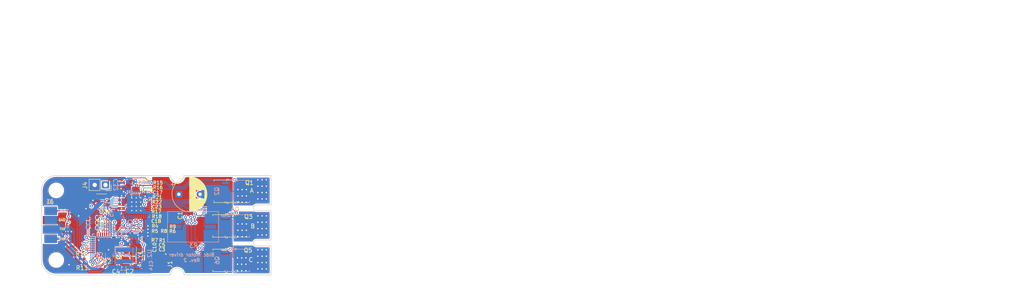
<source format=kicad_pcb>
(kicad_pcb (version 20171130) (host pcbnew 5.1.6)

  (general
    (thickness 1.6)
    (drawings 41)
    (tracks 824)
    (zones 0)
    (modules 59)
    (nets 56)
  )

  (page USLetter)
  (title_block
    (title "Project Title")
  )

  (layers
    (0 F.Cu signal)
    (31 B.Cu signal)
    (34 B.Paste user)
    (35 F.Paste user)
    (36 B.SilkS user)
    (37 F.SilkS user)
    (38 B.Mask user)
    (39 F.Mask user)
    (40 Dwgs.User user)
    (44 Edge.Cuts user)
    (45 Margin user)
    (46 B.CrtYd user)
    (47 F.CrtYd user)
    (48 B.Fab user)
    (49 F.Fab user)
  )

  (setup
    (last_trace_width 0.1524)
    (user_trace_width 0.1524)
    (user_trace_width 0.2)
    (user_trace_width 0.25)
    (user_trace_width 0.3)
    (user_trace_width 0.5)
    (user_trace_width 0.75)
    (user_trace_width 1.25)
    (trace_clearance 0.1524)
    (zone_clearance 0.254)
    (zone_45_only yes)
    (trace_min 0.1524)
    (via_size 0.6858)
    (via_drill 0.3302)
    (via_min_size 0.6858)
    (via_min_drill 0.3302)
    (user_via 0.6858 0.3302)
    (user_via 0.762 0.4064)
    (user_via 0.8636 0.508)
    (uvia_size 0.6858)
    (uvia_drill 0.3302)
    (uvias_allowed no)
    (uvia_min_size 0)
    (uvia_min_drill 0)
    (edge_width 0.1524)
    (segment_width 0.1524)
    (pcb_text_width 0.1524)
    (pcb_text_size 1.016 1.016)
    (mod_edge_width 0.1524)
    (mod_text_size 1.016 1.016)
    (mod_text_width 0.1524)
    (pad_size 0.5 0.5)
    (pad_drill 0.3)
    (pad_to_mask_clearance 0.0508)
    (solder_mask_min_width 0.1016)
    (pad_to_paste_clearance -0.0762)
    (aux_axis_origin 0 0)
    (visible_elements FFFFDF7D)
    (pcbplotparams
      (layerselection 0x310fc_ffffffff)
      (usegerberextensions true)
      (usegerberattributes false)
      (usegerberadvancedattributes false)
      (creategerberjobfile false)
      (excludeedgelayer true)
      (linewidth 0.100000)
      (plotframeref false)
      (viasonmask false)
      (mode 1)
      (useauxorigin false)
      (hpglpennumber 1)
      (hpglpenspeed 20)
      (hpglpendiameter 15.000000)
      (psnegative false)
      (psa4output false)
      (plotreference true)
      (plotvalue true)
      (plotinvisibletext false)
      (padsonsilk false)
      (subtractmaskfromsilk false)
      (outputformat 1)
      (mirror false)
      (drillshape 0)
      (scaleselection 1)
      (outputdirectory "bldc-driver-gerbers"))
  )

  (net 0 "")
  (net 1 GND)
  (net 2 /VDRAIN)
  (net 3 /A_ADC)
  (net 4 /C_ADC)
  (net 5 /B_ADC)
  (net 6 "Net-(C32-Pad2)")
  (net 7 "Net-(C32-Pad1)")
  (net 8 "Net-(C45-Pad1)")
  (net 9 /C)
  (net 10 /A)
  (net 11 /B)
  (net 12 /GHA)
  (net 13 /GLA)
  (net 14 /GHB)
  (net 15 /GLB)
  (net 16 /GHC)
  (net 17 /GLC)
  (net 18 /SOA)
  (net 19 /SNA)
  (net 20 /SPA)
  (net 21 /DRV_EN)
  (net 22 /DRV_nFAULT)
  (net 23 /INHA)
  (net 24 /INLA)
  (net 25 /INHB)
  (net 26 /INLB)
  (net 27 /INHC)
  (net 28 /INLC)
  (net 29 /VSOURCE)
  (net 30 /XTAL_P)
  (net 31 /XTAL_M)
  (net 32 /MCU_3V3)
  (net 33 /MCU_RSTN)
  (net 34 "Net-(C10-Pad1)")
  (net 35 "Net-(C13-Pad1)")
  (net 36 "Net-(C33-Pad1)")
  (net 37 /SWDIO)
  (net 38 /SWCLK)
  (net 39 "Net-(J6-Pad4)")
  (net 40 "Net-(J6-Pad3)")
  (net 41 "Net-(L1-Pad1)")
  (net 42 "Net-(R2-Pad1)")
  (net 43 /DRV_CAL)
  (net 44 /MCU_DRV_nCS)
  (net 45 /MCU_IF_RX)
  (net 46 /MCU_IF_TX)
  (net 47 /MCU_DRV_MISO)
  (net 48 /MCU_DRV_MOSI)
  (net 49 /MCU_DRV_CLK)
  (net 50 "Net-(U2-Pad6)")
  (net 51 "Net-(U2-Pad5)")
  (net 52 "Net-(U3-Pad1)")
  (net 53 "Net-(U4-Pad22)")
  (net 54 "Net-(U4-Pad21)")
  (net 55 "Net-(U1-Pad15)")

  (net_class Default "This is the default net class."
    (clearance 0.1524)
    (trace_width 0.1524)
    (via_dia 0.6858)
    (via_drill 0.3302)
    (uvia_dia 0.6858)
    (uvia_drill 0.3302)
    (add_net /A)
    (add_net /A_ADC)
    (add_net /B)
    (add_net /B_ADC)
    (add_net /C)
    (add_net /C_ADC)
    (add_net /DRV_CAL)
    (add_net /DRV_EN)
    (add_net /DRV_nFAULT)
    (add_net /GHA)
    (add_net /GHB)
    (add_net /GHC)
    (add_net /GLA)
    (add_net /GLB)
    (add_net /GLC)
    (add_net /INHA)
    (add_net /INHB)
    (add_net /INHC)
    (add_net /INLA)
    (add_net /INLB)
    (add_net /INLC)
    (add_net /MCU_3V3)
    (add_net /MCU_DRV_CLK)
    (add_net /MCU_DRV_MISO)
    (add_net /MCU_DRV_MOSI)
    (add_net /MCU_DRV_nCS)
    (add_net /MCU_IF_RX)
    (add_net /MCU_IF_TX)
    (add_net /MCU_RSTN)
    (add_net /SNA)
    (add_net /SOA)
    (add_net /SPA)
    (add_net /SWCLK)
    (add_net /SWDIO)
    (add_net /VDRAIN)
    (add_net /VSOURCE)
    (add_net /XTAL_M)
    (add_net /XTAL_P)
    (add_net GND)
    (add_net "Net-(C10-Pad1)")
    (add_net "Net-(C13-Pad1)")
    (add_net "Net-(C32-Pad1)")
    (add_net "Net-(C32-Pad2)")
    (add_net "Net-(C33-Pad1)")
    (add_net "Net-(C45-Pad1)")
    (add_net "Net-(J6-Pad3)")
    (add_net "Net-(J6-Pad4)")
    (add_net "Net-(L1-Pad1)")
    (add_net "Net-(R2-Pad1)")
    (add_net "Net-(U1-Pad15)")
    (add_net "Net-(U2-Pad5)")
    (add_net "Net-(U2-Pad6)")
    (add_net "Net-(U3-Pad1)")
    (add_net "Net-(U4-Pad21)")
    (add_net "Net-(U4-Pad22)")
  )

  (module Package_DFN_QFN:Texas_S-PVQFN-N40_EP3.52x2.62mm_ThermalVias (layer B.Cu) (tedit 5F41CFD3) (tstamp 5F0870DA)
    (at 47.35 106.75 270)
    (descr "QFN, 40 Pin (http://www.ti.com/lit/ds/symlink/drv8308.pdf#page=56 JEDEC MO-220 variation VJJD-2), generated with kicad-footprint-generator ipc_noLead_generator.py")
    (tags "QFN NoLead")
    (path /5FEC34C6)
    (attr smd)
    (fp_text reference U4 (at -0.05 -4.54 270) (layer B.SilkS)
      (effects (font (size 1 1) (thickness 0.15)) (justify mirror))
    )
    (fp_text value DRV8304S (at 0 -4.32 270) (layer B.Fab)
      (effects (font (size 1 1) (thickness 0.15)) (justify mirror))
    )
    (fp_line (start 3.62 3.62) (end -3.62 3.62) (layer B.CrtYd) (width 0.05))
    (fp_line (start 3.62 -3.62) (end 3.62 3.62) (layer B.CrtYd) (width 0.05))
    (fp_line (start -3.62 -3.62) (end 3.62 -3.62) (layer B.CrtYd) (width 0.05))
    (fp_line (start -3.62 3.62) (end -3.62 -3.62) (layer B.CrtYd) (width 0.05))
    (fp_line (start -3 2) (end -2 3) (layer B.Fab) (width 0.1))
    (fp_line (start -3 -3) (end -3 2) (layer B.Fab) (width 0.1))
    (fp_line (start 3 -3) (end -3 -3) (layer B.Fab) (width 0.1))
    (fp_line (start 3 3) (end 3 -3) (layer B.Fab) (width 0.1))
    (fp_line (start -2 3) (end 3 3) (layer B.Fab) (width 0.1))
    (fp_line (start -2.635 3.11) (end -3.11 3.11) (layer B.SilkS) (width 0.12))
    (fp_line (start 3.11 -3.11) (end 3.11 -2.635) (layer B.SilkS) (width 0.12))
    (fp_line (start 2.635 -3.11) (end 3.11 -3.11) (layer B.SilkS) (width 0.12))
    (fp_line (start -3.11 -3.11) (end -3.11 -2.635) (layer B.SilkS) (width 0.12))
    (fp_line (start -2.635 -3.11) (end -3.11 -3.11) (layer B.SilkS) (width 0.12))
    (fp_line (start 3.11 3.11) (end 3.11 2.635) (layer B.SilkS) (width 0.12))
    (fp_line (start 2.635 3.11) (end 3.11 3.11) (layer B.SilkS) (width 0.12))
    (fp_text user %R (at 0 0 270) (layer B.Fab)
      (effects (font (size 1 1) (thickness 0.15)) (justify mirror))
    )
    (pad "" smd roundrect (at 1.17 -0.655 270) (size 0.98 1.1) (layers B.Paste) (roundrect_rratio 0.25))
    (pad "" smd roundrect (at 1.17 0.655 270) (size 0.98 1.1) (layers B.Paste) (roundrect_rratio 0.25))
    (pad "" smd roundrect (at 0 -0.655 270) (size 0.98 1.1) (layers B.Paste) (roundrect_rratio 0.25))
    (pad "" smd roundrect (at 0 0.655 270) (size 0.98 1.1) (layers B.Paste) (roundrect_rratio 0.25))
    (pad "" smd roundrect (at -1.17 -0.655 270) (size 0.98 1.1) (layers B.Paste) (roundrect_rratio 0.25))
    (pad "" smd roundrect (at -1.17 0.655 270) (size 0.98 1.1) (layers B.Paste) (roundrect_rratio 0.25))
    (pad 41 smd rect (at 0 0 270) (size 3.52 2.62) (layers F.Cu)
      (net 1 GND))
    (pad 41 thru_hole circle (at 1.51 -1.06 270) (size 0.5 0.5) (drill 0.3) (layers *.Cu)
      (net 1 GND))
    (pad 41 thru_hole circle (at 0.503333 -1.06 270) (size 0.5 0.5) (drill 0.3) (layers *.Cu)
      (net 1 GND))
    (pad 41 thru_hole circle (at -0.503333 -1.06 270) (size 0.5 0.5) (drill 0.3) (layers *.Cu)
      (net 1 GND))
    (pad 41 thru_hole circle (at -1.51 -1.06 270) (size 0.5 0.5) (drill 0.3) (layers *.Cu)
      (net 1 GND))
    (pad 41 thru_hole circle (at 1.51 0 270) (size 0.5 0.5) (drill 0.3) (layers *.Cu)
      (net 1 GND))
    (pad 41 thru_hole circle (at 0.503333 0 270) (size 0.5 0.5) (drill 0.3) (layers *.Cu)
      (net 1 GND))
    (pad 41 thru_hole circle (at -0.503333 0 270) (size 0.5 0.5) (drill 0.3) (layers *.Cu)
      (net 1 GND))
    (pad 41 thru_hole circle (at -1.51 0 270) (size 0.5 0.5) (drill 0.3) (layers *.Cu)
      (net 1 GND))
    (pad 41 thru_hole circle (at 1.51 1.06 270) (size 0.5 0.5) (drill 0.3) (layers *.Cu)
      (net 1 GND))
    (pad 41 thru_hole circle (at 0.503333 1.06 270) (size 0.5 0.5) (drill 0.3) (layers *.Cu)
      (net 1 GND))
    (pad 41 thru_hole circle (at -0.503333 1.06 270) (size 0.5 0.5) (drill 0.3) (layers *.Cu)
      (net 1 GND))
    (pad 41 thru_hole circle (at -1.51 1.06 270) (size 0.5 0.5) (drill 0.3) (layers *.Cu)
      (net 1 GND))
    (pad 41 smd rect (at 0 0 270) (size 3.52 2.62) (layers B.Cu B.Mask)
      (net 1 GND))
    (pad 40 smd roundrect (at -2.25 2.9375 270) (size 0.25 0.875) (layers B.Cu B.Paste B.Mask) (roundrect_rratio 0.25)
      (net 1 GND))
    (pad 39 smd roundrect (at -1.75 2.9375 270) (size 0.25 0.875) (layers B.Cu B.Paste B.Mask) (roundrect_rratio 0.25)
      (net 28 /INLC))
    (pad 38 smd roundrect (at -1.25 2.9375 270) (size 0.25 0.875) (layers B.Cu B.Paste B.Mask) (roundrect_rratio 0.25)
      (net 27 /INHC))
    (pad 37 smd roundrect (at -0.75 2.9375 270) (size 0.25 0.875) (layers B.Cu B.Paste B.Mask) (roundrect_rratio 0.25)
      (net 26 /INLB))
    (pad 36 smd roundrect (at -0.25 2.9375 270) (size 0.25 0.875) (layers B.Cu B.Paste B.Mask) (roundrect_rratio 0.25)
      (net 25 /INHB))
    (pad 35 smd roundrect (at 0.25 2.9375 270) (size 0.25 0.875) (layers B.Cu B.Paste B.Mask) (roundrect_rratio 0.25)
      (net 24 /INLA))
    (pad 34 smd roundrect (at 0.75 2.9375 270) (size 0.25 0.875) (layers B.Cu B.Paste B.Mask) (roundrect_rratio 0.25)
      (net 23 /INHA))
    (pad 33 smd roundrect (at 1.25 2.9375 270) (size 0.25 0.875) (layers B.Cu B.Paste B.Mask) (roundrect_rratio 0.25)
      (net 8 "Net-(C45-Pad1)"))
    (pad 32 smd roundrect (at 1.75 2.9375 270) (size 0.25 0.875) (layers B.Cu B.Paste B.Mask) (roundrect_rratio 0.25)
      (net 1 GND))
    (pad 31 smd roundrect (at 2.25 2.9375 270) (size 0.25 0.875) (layers B.Cu B.Paste B.Mask) (roundrect_rratio 0.25)
      (net 43 /DRV_CAL))
    (pad 30 smd roundrect (at 2.9375 2.25 270) (size 0.875 0.25) (layers B.Cu B.Paste B.Mask) (roundrect_rratio 0.25)
      (net 21 /DRV_EN))
    (pad 29 smd roundrect (at 2.9375 1.75 270) (size 0.875 0.25) (layers B.Cu B.Paste B.Mask) (roundrect_rratio 0.25)
      (net 44 /MCU_DRV_nCS))
    (pad 28 smd roundrect (at 2.9375 1.25 270) (size 0.875 0.25) (layers B.Cu B.Paste B.Mask) (roundrect_rratio 0.25)
      (net 49 /MCU_DRV_CLK))
    (pad 27 smd roundrect (at 2.9375 0.75 270) (size 0.875 0.25) (layers B.Cu B.Paste B.Mask) (roundrect_rratio 0.25)
      (net 48 /MCU_DRV_MOSI))
    (pad 26 smd roundrect (at 2.9375 0.25 270) (size 0.875 0.25) (layers B.Cu B.Paste B.Mask) (roundrect_rratio 0.25)
      (net 47 /MCU_DRV_MISO))
    (pad 25 smd roundrect (at 2.9375 -0.25 270) (size 0.875 0.25) (layers B.Cu B.Paste B.Mask) (roundrect_rratio 0.25)
      (net 22 /DRV_nFAULT))
    (pad 24 smd roundrect (at 2.9375 -0.75 270) (size 0.875 0.25) (layers B.Cu B.Paste B.Mask) (roundrect_rratio 0.25)
      (net 32 /MCU_3V3))
    (pad 23 smd roundrect (at 2.9375 -1.25 270) (size 0.875 0.25) (layers B.Cu B.Paste B.Mask) (roundrect_rratio 0.25)
      (net 18 /SOA))
    (pad 22 smd roundrect (at 2.9375 -1.75 270) (size 0.875 0.25) (layers B.Cu B.Paste B.Mask) (roundrect_rratio 0.25)
      (net 53 "Net-(U4-Pad22)"))
    (pad 21 smd roundrect (at 2.9375 -2.25 270) (size 0.875 0.25) (layers B.Cu B.Paste B.Mask) (roundrect_rratio 0.25)
      (net 54 "Net-(U4-Pad21)"))
    (pad 20 smd roundrect (at 2.25 -2.9375 270) (size 0.25 0.875) (layers B.Cu B.Paste B.Mask) (roundrect_rratio 0.25)
      (net 1 GND))
    (pad 19 smd roundrect (at 1.75 -2.9375 270) (size 0.25 0.875) (layers B.Cu B.Paste B.Mask) (roundrect_rratio 0.25)
      (net 1 GND))
    (pad 18 smd roundrect (at 1.25 -2.9375 270) (size 0.25 0.875) (layers B.Cu B.Paste B.Mask) (roundrect_rratio 0.25)
      (net 17 /GLC))
    (pad 17 smd roundrect (at 0.75 -2.9375 270) (size 0.25 0.875) (layers B.Cu B.Paste B.Mask) (roundrect_rratio 0.25)
      (net 9 /C))
    (pad 16 smd roundrect (at 0.25 -2.9375 270) (size 0.25 0.875) (layers B.Cu B.Paste B.Mask) (roundrect_rratio 0.25)
      (net 16 /GHC))
    (pad 15 smd roundrect (at -0.25 -2.9375 270) (size 0.25 0.875) (layers B.Cu B.Paste B.Mask) (roundrect_rratio 0.25)
      (net 14 /GHB))
    (pad 14 smd roundrect (at -0.75 -2.9375 270) (size 0.25 0.875) (layers B.Cu B.Paste B.Mask) (roundrect_rratio 0.25)
      (net 11 /B))
    (pad 13 smd roundrect (at -1.25 -2.9375 270) (size 0.25 0.875) (layers B.Cu B.Paste B.Mask) (roundrect_rratio 0.25)
      (net 15 /GLB))
    (pad 12 smd roundrect (at -1.75 -2.9375 270) (size 0.25 0.875) (layers B.Cu B.Paste B.Mask) (roundrect_rratio 0.25)
      (net 1 GND))
    (pad 11 smd roundrect (at -2.25 -2.9375 270) (size 0.25 0.875) (layers B.Cu B.Paste B.Mask) (roundrect_rratio 0.25)
      (net 1 GND))
    (pad 10 smd roundrect (at -2.9375 -2.25 270) (size 0.875 0.25) (layers B.Cu B.Paste B.Mask) (roundrect_rratio 0.25)
      (net 19 /SNA))
    (pad 9 smd roundrect (at -2.9375 -1.75 270) (size 0.875 0.25) (layers B.Cu B.Paste B.Mask) (roundrect_rratio 0.25)
      (net 20 /SPA))
    (pad 8 smd roundrect (at -2.9375 -1.25 270) (size 0.875 0.25) (layers B.Cu B.Paste B.Mask) (roundrect_rratio 0.25)
      (net 13 /GLA))
    (pad 7 smd roundrect (at -2.9375 -0.75 270) (size 0.875 0.25) (layers B.Cu B.Paste B.Mask) (roundrect_rratio 0.25)
      (net 10 /A))
    (pad 6 smd roundrect (at -2.9375 -0.25 270) (size 0.875 0.25) (layers B.Cu B.Paste B.Mask) (roundrect_rratio 0.25)
      (net 12 /GHA))
    (pad 5 smd roundrect (at -2.9375 0.25 270) (size 0.875 0.25) (layers B.Cu B.Paste B.Mask) (roundrect_rratio 0.25)
      (net 2 /VDRAIN))
    (pad 4 smd roundrect (at -2.9375 0.75 270) (size 0.875 0.25) (layers B.Cu B.Paste B.Mask) (roundrect_rratio 0.25)
      (net 2 /VDRAIN))
    (pad 3 smd roundrect (at -2.9375 1.25 270) (size 0.875 0.25) (layers B.Cu B.Paste B.Mask) (roundrect_rratio 0.25)
      (net 36 "Net-(C33-Pad1)"))
    (pad 2 smd roundrect (at -2.9375 1.75 270) (size 0.875 0.25) (layers B.Cu B.Paste B.Mask) (roundrect_rratio 0.25)
      (net 7 "Net-(C32-Pad1)"))
    (pad 1 smd roundrect (at -2.9375 2.25 270) (size 0.875 0.25) (layers B.Cu B.Paste B.Mask) (roundrect_rratio 0.25)
      (net 6 "Net-(C32-Pad2)"))
    (model ${KISYS3DMOD}/Package_DFN_QFN.3dshapes/Texas_S-PVQFN-N40_EP3.52x2.62mm.wrl
      (at (xyz 0 0 0))
      (scale (xyz 1 1 1))
      (rotate (xyz 0 0 0))
    )
    (model ${KIPRJMOD}/bldc-parts.pretty/RHA0040E.stp
      (at (xyz 0 0 0))
      (scale (xyz 1 1 1))
      (rotate (xyz 0 0 0))
    )
  )

  (module bldc-parts:Infineon_PG-TDSON-8-33 (layer B.Cu) (tedit 5F1C7D72) (tstamp 5F08E1F7)
    (at 71.35 119.95 90)
    (path /5DE8AE13)
    (fp_text reference Q6 (at -0.05 -4.925 90) (layer B.SilkS)
      (effects (font (size 1 1) (thickness 0.15)) (justify mirror))
    )
    (fp_text value IPC90N04S5L3R3ATMA1 (at 0 0.5 270) (layer B.Fab)
      (effects (font (size 1 1) (thickness 0.15)) (justify mirror))
    )
    (fp_circle (center -2.6 -3.1) (end -2.458579 -3.1) (layer B.SilkS) (width 0.12))
    (fp_line (start -2.3 2.7) (end -2.7 2.7) (layer B.SilkS) (width 0.12))
    (fp_line (start -2.7 -0.7) (end -2.7 -2.4) (layer B.SilkS) (width 0.12))
    (fp_line (start -2.7 -2.4) (end -2.4 -2.7) (layer B.SilkS) (width 0.12))
    (fp_line (start 2.6 -0.7) (end 2.6 -2.7) (layer B.SilkS) (width 0.12))
    (fp_line (start 2.3 -2.7) (end 2.6 -2.7) (layer B.SilkS) (width 0.12))
    (fp_line (start 2.6 2.7) (end 2.3 2.7) (layer B.SilkS) (width 0.12))
    (fp_line (start 2.6 -0.3) (end 2.8 -0.3) (layer B.SilkS) (width 0.12))
    (fp_line (start 2.8 -0.3) (end 2.8 -0.7) (layer B.SilkS) (width 0.12))
    (fp_line (start 2.8 -0.7) (end 2.6 -0.7) (layer B.SilkS) (width 0.12))
    (fp_line (start -2.7 -0.3) (end -2.9 -0.3) (layer B.SilkS) (width 0.12))
    (fp_line (start -2.9 -0.3) (end -2.9 -0.7) (layer B.SilkS) (width 0.12))
    (fp_line (start -2.9 -0.7) (end -2.7 -0.7) (layer B.SilkS) (width 0.12))
    (fp_line (start -2.7 -0.3) (end -2.7 2.7) (layer B.SilkS) (width 0.12))
    (fp_line (start 2.6 -0.3) (end 2.6 2.7) (layer B.SilkS) (width 0.12))
    (fp_line (start -2.9 3.9) (end 2.9 3.9) (layer B.Fab) (width 0.12))
    (fp_line (start 2.9 3.9) (end 2.9 -3.9) (layer B.Fab) (width 0.12))
    (fp_line (start 2.9 -3.9) (end -2.3 -3.9) (layer B.Fab) (width 0.12))
    (fp_line (start -2.3 -3.9) (end -2.9 -3.3) (layer B.Fab) (width 0.12))
    (fp_line (start -2.9 -3.3) (end -2.9 3.9) (layer B.Fab) (width 0.12))
    (fp_line (start -3 4) (end 3 4) (layer B.CrtYd) (width 0.12))
    (fp_line (start 3 4) (end 3 -4) (layer B.CrtYd) (width 0.12))
    (fp_line (start 3 -4) (end -3 -4) (layer B.CrtYd) (width 0.12))
    (fp_line (start -3 -4) (end -3 4) (layer B.CrtYd) (width 0.12))
    (fp_poly (pts (xy -2.155 3.72) (xy -2.155 2.52) (xy -1.655 2.52) (xy -1.655 3.72)) (layer B.Paste) (width 0.1))
    (fp_poly (pts (xy -0.885 3.72) (xy -0.885 2.52) (xy -0.385 2.52) (xy -0.385 3.72)) (layer B.Paste) (width 0.1))
    (fp_poly (pts (xy 0.385 3.72) (xy 0.385 2.52) (xy 0.885 2.52) (xy 0.885 3.72)) (layer B.Paste) (width 0.1))
    (fp_poly (pts (xy 1.655 3.72) (xy 1.655 2.52) (xy 2.155 2.52) (xy 2.155 3.72)) (layer B.Paste) (width 0.1))
    (fp_poly (pts (xy 1.655 -2.52) (xy 1.655 -3.72) (xy 2.155 -3.72) (xy 2.155 -2.52)) (layer B.Paste) (width 0.1))
    (fp_poly (pts (xy -1.065 -2.25) (xy -1.065 -2.75) (xy -0.215 -2.75) (xy -0.215 -2.25)) (layer B.Paste) (width 0.1))
    (fp_poly (pts (xy 0.035 -2.25) (xy 0.035 -2.75) (xy 0.885 -2.75) (xy 0.885 -2.25)) (layer B.Paste) (width 0.1))
    (fp_poly (pts (xy -2.165 -2.25) (xy -2.165 -2.75) (xy -1.315 -2.75) (xy -1.315 -2.25)) (layer B.Paste) (width 0.1))
    (fp_poly (pts (xy 0.385 -2.87) (xy 0.385 -3.72) (xy 0.885 -3.72) (xy 0.885 -2.87)) (layer B.Paste) (width 0.1))
    (fp_poly (pts (xy -0.885 -2.87) (xy -0.885 -3.72) (xy -0.385 -3.72) (xy -0.385 -2.87)) (layer B.Paste) (width 0.1))
    (fp_poly (pts (xy -2.155 -2.87) (xy -2.155 -3.72) (xy -1.655 -3.72) (xy -1.655 -2.87)) (layer B.Paste) (width 0.1))
    (fp_poly (pts (xy 0.1 0.54) (xy 0.1 -0.96) (xy 1.6 -0.96) (xy 1.6 0.54)) (layer B.Paste) (width 0.1))
    (fp_poly (pts (xy -1.6 0.54) (xy -1.6 -0.96) (xy -0.1 -0.96) (xy -0.1 0.54)) (layer B.Paste) (width 0.1))
    (fp_poly (pts (xy -1.6 2.24) (xy -1.6 0.74) (xy -0.1 0.74) (xy -0.1 2.24)) (layer B.Paste) (width 0.1))
    (fp_poly (pts (xy 0.1 2.24) (xy 0.1 0.74) (xy 1.6 0.74) (xy 1.6 2.24)) (layer B.Paste) (width 0.1))
    (pad 1 smd rect (at -0.635 -2.5275 90) (size 3.14 0.615) (layers B.Cu B.Mask)
      (net 29 /VSOURCE))
    (pad 5 smd rect (at 0 0.6475 90) (size 4.41 3.55) (layers B.Cu B.Mask)
      (net 9 /C))
    (pad 5 smd rect (at 1.905 3.095 90) (size 0.6 1.35) (layers B.Cu B.Mask)
      (net 9 /C))
    (pad 8 smd rect (at -1.905 3.095 90) (size 0.6 1.35) (layers B.Cu B.Mask)
      (net 9 /C))
    (pad 7 smd rect (at -0.635 3.095 90) (size 0.6 1.35) (layers B.Cu B.Mask)
      (net 9 /C))
    (pad 1 smd rect (at -1.905 -2.995 90) (size 0.6 1.55) (layers B.Cu B.Mask)
      (net 29 /VSOURCE))
    (pad 4 smd rect (at 1.905 -2.995 90) (size 0.6 1.55) (layers B.Cu B.Mask)
      (net 17 /GLC))
    (pad 2 smd rect (at -0.635 -2.995 90) (size 0.6 1.55) (layers B.Cu B.Mask)
      (net 29 /VSOURCE))
    (pad 3 smd rect (at 0.635 -2.995 90) (size 0.6 1.55) (layers B.Cu B.Mask)
      (net 29 /VSOURCE))
    (pad 6 smd rect (at 0.635 3.095 90) (size 0.6 1.35) (layers B.Cu B.Mask)
      (net 9 /C))
    (model ${KIPRJMOD}/bldc-parts.pretty/Infineon-STP_PG-TDSON-8-33-P-v01_00-EN.stp
      (at (xyz 0 0 0))
      (scale (xyz 1 1 1))
      (rotate (xyz 0 0 0))
    )
  )

  (module bldc-parts:Infineon_PG-TDSON-8-33 (layer F.Cu) (tedit 5F1C7D72) (tstamp 5F086CE6)
    (at 68.106 119.95 90)
    (path /5DE89DC8)
    (fp_text reference Q5 (at 2.35 5.594 180) (layer F.SilkS)
      (effects (font (size 1 1) (thickness 0.15)))
    )
    (fp_text value IPC90N04S5L3R3ATMA1 (at 0 -0.5 90) (layer F.Fab)
      (effects (font (size 1 1) (thickness 0.15)))
    )
    (fp_circle (center -2.6 3.1) (end -2.458579 3.1) (layer F.SilkS) (width 0.12))
    (fp_line (start -2.3 -2.7) (end -2.7 -2.7) (layer F.SilkS) (width 0.12))
    (fp_line (start -2.7 0.7) (end -2.7 2.4) (layer F.SilkS) (width 0.12))
    (fp_line (start -2.7 2.4) (end -2.4 2.7) (layer F.SilkS) (width 0.12))
    (fp_line (start 2.6 0.7) (end 2.6 2.7) (layer F.SilkS) (width 0.12))
    (fp_line (start 2.3 2.7) (end 2.6 2.7) (layer F.SilkS) (width 0.12))
    (fp_line (start 2.6 -2.7) (end 2.3 -2.7) (layer F.SilkS) (width 0.12))
    (fp_line (start 2.6 0.3) (end 2.8 0.3) (layer F.SilkS) (width 0.12))
    (fp_line (start 2.8 0.3) (end 2.8 0.7) (layer F.SilkS) (width 0.12))
    (fp_line (start 2.8 0.7) (end 2.6 0.7) (layer F.SilkS) (width 0.12))
    (fp_line (start -2.7 0.3) (end -2.9 0.3) (layer F.SilkS) (width 0.12))
    (fp_line (start -2.9 0.3) (end -2.9 0.7) (layer F.SilkS) (width 0.12))
    (fp_line (start -2.9 0.7) (end -2.7 0.7) (layer F.SilkS) (width 0.12))
    (fp_line (start -2.7 0.3) (end -2.7 -2.7) (layer F.SilkS) (width 0.12))
    (fp_line (start 2.6 0.3) (end 2.6 -2.7) (layer F.SilkS) (width 0.12))
    (fp_line (start -2.9 -3.9) (end 2.9 -3.9) (layer F.Fab) (width 0.12))
    (fp_line (start 2.9 -3.9) (end 2.9 3.9) (layer F.Fab) (width 0.12))
    (fp_line (start 2.9 3.9) (end -2.3 3.9) (layer F.Fab) (width 0.12))
    (fp_line (start -2.3 3.9) (end -2.9 3.3) (layer F.Fab) (width 0.12))
    (fp_line (start -2.9 3.3) (end -2.9 -3.9) (layer F.Fab) (width 0.12))
    (fp_line (start -3 -4) (end 3 -4) (layer F.CrtYd) (width 0.12))
    (fp_line (start 3 -4) (end 3 4) (layer F.CrtYd) (width 0.12))
    (fp_line (start 3 4) (end -3 4) (layer F.CrtYd) (width 0.12))
    (fp_line (start -3 4) (end -3 -4) (layer F.CrtYd) (width 0.12))
    (fp_poly (pts (xy -2.155 -3.72) (xy -2.155 -2.52) (xy -1.655 -2.52) (xy -1.655 -3.72)) (layer F.Paste) (width 0.1))
    (fp_poly (pts (xy -0.885 -3.72) (xy -0.885 -2.52) (xy -0.385 -2.52) (xy -0.385 -3.72)) (layer F.Paste) (width 0.1))
    (fp_poly (pts (xy 0.385 -3.72) (xy 0.385 -2.52) (xy 0.885 -2.52) (xy 0.885 -3.72)) (layer F.Paste) (width 0.1))
    (fp_poly (pts (xy 1.655 -3.72) (xy 1.655 -2.52) (xy 2.155 -2.52) (xy 2.155 -3.72)) (layer F.Paste) (width 0.1))
    (fp_poly (pts (xy 1.655 2.52) (xy 1.655 3.72) (xy 2.155 3.72) (xy 2.155 2.52)) (layer F.Paste) (width 0.1))
    (fp_poly (pts (xy -1.065 2.25) (xy -1.065 2.75) (xy -0.215 2.75) (xy -0.215 2.25)) (layer F.Paste) (width 0.1))
    (fp_poly (pts (xy 0.035 2.25) (xy 0.035 2.75) (xy 0.885 2.75) (xy 0.885 2.25)) (layer F.Paste) (width 0.1))
    (fp_poly (pts (xy -2.165 2.25) (xy -2.165 2.75) (xy -1.315 2.75) (xy -1.315 2.25)) (layer F.Paste) (width 0.1))
    (fp_poly (pts (xy 0.385 2.87) (xy 0.385 3.72) (xy 0.885 3.72) (xy 0.885 2.87)) (layer F.Paste) (width 0.1))
    (fp_poly (pts (xy -0.885 2.87) (xy -0.885 3.72) (xy -0.385 3.72) (xy -0.385 2.87)) (layer F.Paste) (width 0.1))
    (fp_poly (pts (xy -2.155 2.87) (xy -2.155 3.72) (xy -1.655 3.72) (xy -1.655 2.87)) (layer F.Paste) (width 0.1))
    (fp_poly (pts (xy 0.1 -0.54) (xy 0.1 0.96) (xy 1.6 0.96) (xy 1.6 -0.54)) (layer F.Paste) (width 0.1))
    (fp_poly (pts (xy -1.6 -0.54) (xy -1.6 0.96) (xy -0.1 0.96) (xy -0.1 -0.54)) (layer F.Paste) (width 0.1))
    (fp_poly (pts (xy -1.6 -2.24) (xy -1.6 -0.74) (xy -0.1 -0.74) (xy -0.1 -2.24)) (layer F.Paste) (width 0.1))
    (fp_poly (pts (xy 0.1 -2.24) (xy 0.1 -0.74) (xy 1.6 -0.74) (xy 1.6 -2.24)) (layer F.Paste) (width 0.1))
    (pad 1 smd rect (at -0.635 2.5275 90) (size 3.14 0.615) (layers F.Cu F.Mask)
      (net 9 /C))
    (pad 5 smd rect (at 0 -0.6475 90) (size 4.41 3.55) (layers F.Cu F.Mask)
      (net 2 /VDRAIN))
    (pad 5 smd rect (at 1.905 -3.095 90) (size 0.6 1.35) (layers F.Cu F.Mask)
      (net 2 /VDRAIN))
    (pad 8 smd rect (at -1.905 -3.095 90) (size 0.6 1.35) (layers F.Cu F.Mask)
      (net 2 /VDRAIN))
    (pad 7 smd rect (at -0.635 -3.095 90) (size 0.6 1.35) (layers F.Cu F.Mask)
      (net 2 /VDRAIN))
    (pad 1 smd rect (at -1.905 2.995 90) (size 0.6 1.55) (layers F.Cu F.Mask)
      (net 9 /C))
    (pad 4 smd rect (at 1.905 2.995 90) (size 0.6 1.55) (layers F.Cu F.Mask)
      (net 16 /GHC))
    (pad 2 smd rect (at -0.635 2.995 90) (size 0.6 1.55) (layers F.Cu F.Mask)
      (net 9 /C))
    (pad 3 smd rect (at 0.635 2.995 90) (size 0.6 1.55) (layers F.Cu F.Mask)
      (net 9 /C))
    (pad 6 smd rect (at 0.635 -3.095 90) (size 0.6 1.35) (layers F.Cu F.Mask)
      (net 2 /VDRAIN))
    (model ${KIPRJMOD}/bldc-parts.pretty/Infineon-STP_PG-TDSON-8-33-P-v01_00-EN.stp
      (at (xyz 0 0 0))
      (scale (xyz 1 1 1))
      (rotate (xyz 0 0 0))
    )
  )

  (module bldc-parts:Infineon_PG-TDSON-8-33 (layer B.Cu) (tedit 5F1C7D72) (tstamp 5F084254)
    (at 71.35 111.812 90)
    (path /5DE892AF)
    (fp_text reference Q4 (at 3.887 -0.7 180) (layer B.SilkS)
      (effects (font (size 1 1) (thickness 0.15)) (justify mirror))
    )
    (fp_text value IPC90N04S5L3R3ATMA1 (at 0 0.5 90) (layer B.Fab)
      (effects (font (size 1 1) (thickness 0.15)) (justify mirror))
    )
    (fp_circle (center -2.6 -3.1) (end -2.458579 -3.1) (layer B.SilkS) (width 0.12))
    (fp_line (start -2.3 2.7) (end -2.7 2.7) (layer B.SilkS) (width 0.12))
    (fp_line (start -2.7 -0.7) (end -2.7 -2.4) (layer B.SilkS) (width 0.12))
    (fp_line (start -2.7 -2.4) (end -2.4 -2.7) (layer B.SilkS) (width 0.12))
    (fp_line (start 2.6 -0.7) (end 2.6 -2.7) (layer B.SilkS) (width 0.12))
    (fp_line (start 2.3 -2.7) (end 2.6 -2.7) (layer B.SilkS) (width 0.12))
    (fp_line (start 2.6 2.7) (end 2.3 2.7) (layer B.SilkS) (width 0.12))
    (fp_line (start 2.6 -0.3) (end 2.8 -0.3) (layer B.SilkS) (width 0.12))
    (fp_line (start 2.8 -0.3) (end 2.8 -0.7) (layer B.SilkS) (width 0.12))
    (fp_line (start 2.8 -0.7) (end 2.6 -0.7) (layer B.SilkS) (width 0.12))
    (fp_line (start -2.7 -0.3) (end -2.9 -0.3) (layer B.SilkS) (width 0.12))
    (fp_line (start -2.9 -0.3) (end -2.9 -0.7) (layer B.SilkS) (width 0.12))
    (fp_line (start -2.9 -0.7) (end -2.7 -0.7) (layer B.SilkS) (width 0.12))
    (fp_line (start -2.7 -0.3) (end -2.7 2.7) (layer B.SilkS) (width 0.12))
    (fp_line (start 2.6 -0.3) (end 2.6 2.7) (layer B.SilkS) (width 0.12))
    (fp_line (start -2.9 3.9) (end 2.9 3.9) (layer B.Fab) (width 0.12))
    (fp_line (start 2.9 3.9) (end 2.9 -3.9) (layer B.Fab) (width 0.12))
    (fp_line (start 2.9 -3.9) (end -2.3 -3.9) (layer B.Fab) (width 0.12))
    (fp_line (start -2.3 -3.9) (end -2.9 -3.3) (layer B.Fab) (width 0.12))
    (fp_line (start -2.9 -3.3) (end -2.9 3.9) (layer B.Fab) (width 0.12))
    (fp_line (start -3 4) (end 3 4) (layer B.CrtYd) (width 0.12))
    (fp_line (start 3 4) (end 3 -4) (layer B.CrtYd) (width 0.12))
    (fp_line (start 3 -4) (end -3 -4) (layer B.CrtYd) (width 0.12))
    (fp_line (start -3 -4) (end -3 4) (layer B.CrtYd) (width 0.12))
    (fp_poly (pts (xy -2.155 3.72) (xy -2.155 2.52) (xy -1.655 2.52) (xy -1.655 3.72)) (layer B.Paste) (width 0.1))
    (fp_poly (pts (xy -0.885 3.72) (xy -0.885 2.52) (xy -0.385 2.52) (xy -0.385 3.72)) (layer B.Paste) (width 0.1))
    (fp_poly (pts (xy 0.385 3.72) (xy 0.385 2.52) (xy 0.885 2.52) (xy 0.885 3.72)) (layer B.Paste) (width 0.1))
    (fp_poly (pts (xy 1.655 3.72) (xy 1.655 2.52) (xy 2.155 2.52) (xy 2.155 3.72)) (layer B.Paste) (width 0.1))
    (fp_poly (pts (xy 1.655 -2.52) (xy 1.655 -3.72) (xy 2.155 -3.72) (xy 2.155 -2.52)) (layer B.Paste) (width 0.1))
    (fp_poly (pts (xy -1.065 -2.25) (xy -1.065 -2.75) (xy -0.215 -2.75) (xy -0.215 -2.25)) (layer B.Paste) (width 0.1))
    (fp_poly (pts (xy 0.035 -2.25) (xy 0.035 -2.75) (xy 0.885 -2.75) (xy 0.885 -2.25)) (layer B.Paste) (width 0.1))
    (fp_poly (pts (xy -2.165 -2.25) (xy -2.165 -2.75) (xy -1.315 -2.75) (xy -1.315 -2.25)) (layer B.Paste) (width 0.1))
    (fp_poly (pts (xy 0.385 -2.87) (xy 0.385 -3.72) (xy 0.885 -3.72) (xy 0.885 -2.87)) (layer B.Paste) (width 0.1))
    (fp_poly (pts (xy -0.885 -2.87) (xy -0.885 -3.72) (xy -0.385 -3.72) (xy -0.385 -2.87)) (layer B.Paste) (width 0.1))
    (fp_poly (pts (xy -2.155 -2.87) (xy -2.155 -3.72) (xy -1.655 -3.72) (xy -1.655 -2.87)) (layer B.Paste) (width 0.1))
    (fp_poly (pts (xy 0.1 0.54) (xy 0.1 -0.96) (xy 1.6 -0.96) (xy 1.6 0.54)) (layer B.Paste) (width 0.1))
    (fp_poly (pts (xy -1.6 0.54) (xy -1.6 -0.96) (xy -0.1 -0.96) (xy -0.1 0.54)) (layer B.Paste) (width 0.1))
    (fp_poly (pts (xy -1.6 2.24) (xy -1.6 0.74) (xy -0.1 0.74) (xy -0.1 2.24)) (layer B.Paste) (width 0.1))
    (fp_poly (pts (xy 0.1 2.24) (xy 0.1 0.74) (xy 1.6 0.74) (xy 1.6 2.24)) (layer B.Paste) (width 0.1))
    (pad 1 smd rect (at -0.635 -2.5275 90) (size 3.14 0.615) (layers B.Cu B.Mask)
      (net 29 /VSOURCE))
    (pad 5 smd rect (at 0 0.6475 90) (size 4.41 3.55) (layers B.Cu B.Mask)
      (net 11 /B))
    (pad 5 smd rect (at 1.905 3.095 90) (size 0.6 1.35) (layers B.Cu B.Mask)
      (net 11 /B))
    (pad 8 smd rect (at -1.905 3.095 90) (size 0.6 1.35) (layers B.Cu B.Mask)
      (net 11 /B))
    (pad 7 smd rect (at -0.635 3.095 90) (size 0.6 1.35) (layers B.Cu B.Mask)
      (net 11 /B))
    (pad 1 smd rect (at -1.905 -2.995 90) (size 0.6 1.55) (layers B.Cu B.Mask)
      (net 29 /VSOURCE))
    (pad 4 smd rect (at 1.905 -2.995 90) (size 0.6 1.55) (layers B.Cu B.Mask)
      (net 15 /GLB))
    (pad 2 smd rect (at -0.635 -2.995 90) (size 0.6 1.55) (layers B.Cu B.Mask)
      (net 29 /VSOURCE))
    (pad 3 smd rect (at 0.635 -2.995 90) (size 0.6 1.55) (layers B.Cu B.Mask)
      (net 29 /VSOURCE))
    (pad 6 smd rect (at 0.635 3.095 90) (size 0.6 1.35) (layers B.Cu B.Mask)
      (net 11 /B))
    (model ${KIPRJMOD}/bldc-parts.pretty/Infineon-STP_PG-TDSON-8-33-P-v01_00-EN.stp
      (at (xyz 0 0 0))
      (scale (xyz 1 1 1))
      (rotate (xyz 0 0 0))
    )
  )

  (module bldc-parts:Infineon_PG-TDSON-8-33 (layer F.Cu) (tedit 5F1C7D72) (tstamp 5F08421F)
    (at 68.106 111.812 90)
    (path /5DE87C22)
    (fp_text reference Q3 (at 2.112 5.694 180) (layer F.SilkS)
      (effects (font (size 1 1) (thickness 0.15)))
    )
    (fp_text value IPC90N04S5L3R3ATMA1 (at 0 -0.5 90) (layer F.Fab)
      (effects (font (size 1 1) (thickness 0.15)))
    )
    (fp_circle (center -2.6 3.1) (end -2.458579 3.1) (layer F.SilkS) (width 0.12))
    (fp_line (start -2.3 -2.7) (end -2.7 -2.7) (layer F.SilkS) (width 0.12))
    (fp_line (start -2.7 0.7) (end -2.7 2.4) (layer F.SilkS) (width 0.12))
    (fp_line (start -2.7 2.4) (end -2.4 2.7) (layer F.SilkS) (width 0.12))
    (fp_line (start 2.6 0.7) (end 2.6 2.7) (layer F.SilkS) (width 0.12))
    (fp_line (start 2.3 2.7) (end 2.6 2.7) (layer F.SilkS) (width 0.12))
    (fp_line (start 2.6 -2.7) (end 2.3 -2.7) (layer F.SilkS) (width 0.12))
    (fp_line (start 2.6 0.3) (end 2.8 0.3) (layer F.SilkS) (width 0.12))
    (fp_line (start 2.8 0.3) (end 2.8 0.7) (layer F.SilkS) (width 0.12))
    (fp_line (start 2.8 0.7) (end 2.6 0.7) (layer F.SilkS) (width 0.12))
    (fp_line (start -2.7 0.3) (end -2.9 0.3) (layer F.SilkS) (width 0.12))
    (fp_line (start -2.9 0.3) (end -2.9 0.7) (layer F.SilkS) (width 0.12))
    (fp_line (start -2.9 0.7) (end -2.7 0.7) (layer F.SilkS) (width 0.12))
    (fp_line (start -2.7 0.3) (end -2.7 -2.7) (layer F.SilkS) (width 0.12))
    (fp_line (start 2.6 0.3) (end 2.6 -2.7) (layer F.SilkS) (width 0.12))
    (fp_line (start -2.9 -3.9) (end 2.9 -3.9) (layer F.Fab) (width 0.12))
    (fp_line (start 2.9 -3.9) (end 2.9 3.9) (layer F.Fab) (width 0.12))
    (fp_line (start 2.9 3.9) (end -2.3 3.9) (layer F.Fab) (width 0.12))
    (fp_line (start -2.3 3.9) (end -2.9 3.3) (layer F.Fab) (width 0.12))
    (fp_line (start -2.9 3.3) (end -2.9 -3.9) (layer F.Fab) (width 0.12))
    (fp_line (start -3 -4) (end 3 -4) (layer F.CrtYd) (width 0.12))
    (fp_line (start 3 -4) (end 3 4) (layer F.CrtYd) (width 0.12))
    (fp_line (start 3 4) (end -3 4) (layer F.CrtYd) (width 0.12))
    (fp_line (start -3 4) (end -3 -4) (layer F.CrtYd) (width 0.12))
    (fp_poly (pts (xy -2.155 -3.72) (xy -2.155 -2.52) (xy -1.655 -2.52) (xy -1.655 -3.72)) (layer F.Paste) (width 0.1))
    (fp_poly (pts (xy -0.885 -3.72) (xy -0.885 -2.52) (xy -0.385 -2.52) (xy -0.385 -3.72)) (layer F.Paste) (width 0.1))
    (fp_poly (pts (xy 0.385 -3.72) (xy 0.385 -2.52) (xy 0.885 -2.52) (xy 0.885 -3.72)) (layer F.Paste) (width 0.1))
    (fp_poly (pts (xy 1.655 -3.72) (xy 1.655 -2.52) (xy 2.155 -2.52) (xy 2.155 -3.72)) (layer F.Paste) (width 0.1))
    (fp_poly (pts (xy 1.655 2.52) (xy 1.655 3.72) (xy 2.155 3.72) (xy 2.155 2.52)) (layer F.Paste) (width 0.1))
    (fp_poly (pts (xy -1.065 2.25) (xy -1.065 2.75) (xy -0.215 2.75) (xy -0.215 2.25)) (layer F.Paste) (width 0.1))
    (fp_poly (pts (xy 0.035 2.25) (xy 0.035 2.75) (xy 0.885 2.75) (xy 0.885 2.25)) (layer F.Paste) (width 0.1))
    (fp_poly (pts (xy -2.165 2.25) (xy -2.165 2.75) (xy -1.315 2.75) (xy -1.315 2.25)) (layer F.Paste) (width 0.1))
    (fp_poly (pts (xy 0.385 2.87) (xy 0.385 3.72) (xy 0.885 3.72) (xy 0.885 2.87)) (layer F.Paste) (width 0.1))
    (fp_poly (pts (xy -0.885 2.87) (xy -0.885 3.72) (xy -0.385 3.72) (xy -0.385 2.87)) (layer F.Paste) (width 0.1))
    (fp_poly (pts (xy -2.155 2.87) (xy -2.155 3.72) (xy -1.655 3.72) (xy -1.655 2.87)) (layer F.Paste) (width 0.1))
    (fp_poly (pts (xy 0.1 -0.54) (xy 0.1 0.96) (xy 1.6 0.96) (xy 1.6 -0.54)) (layer F.Paste) (width 0.1))
    (fp_poly (pts (xy -1.6 -0.54) (xy -1.6 0.96) (xy -0.1 0.96) (xy -0.1 -0.54)) (layer F.Paste) (width 0.1))
    (fp_poly (pts (xy -1.6 -2.24) (xy -1.6 -0.74) (xy -0.1 -0.74) (xy -0.1 -2.24)) (layer F.Paste) (width 0.1))
    (fp_poly (pts (xy 0.1 -2.24) (xy 0.1 -0.74) (xy 1.6 -0.74) (xy 1.6 -2.24)) (layer F.Paste) (width 0.1))
    (pad 1 smd rect (at -0.635 2.5275 90) (size 3.14 0.615) (layers F.Cu F.Mask)
      (net 11 /B))
    (pad 5 smd rect (at 0 -0.6475 90) (size 4.41 3.55) (layers F.Cu F.Mask)
      (net 2 /VDRAIN))
    (pad 5 smd rect (at 1.905 -3.095 90) (size 0.6 1.35) (layers F.Cu F.Mask)
      (net 2 /VDRAIN))
    (pad 8 smd rect (at -1.905 -3.095 90) (size 0.6 1.35) (layers F.Cu F.Mask)
      (net 2 /VDRAIN))
    (pad 7 smd rect (at -0.635 -3.095 90) (size 0.6 1.35) (layers F.Cu F.Mask)
      (net 2 /VDRAIN))
    (pad 1 smd rect (at -1.905 2.995 90) (size 0.6 1.55) (layers F.Cu F.Mask)
      (net 11 /B))
    (pad 4 smd rect (at 1.905 2.995 90) (size 0.6 1.55) (layers F.Cu F.Mask)
      (net 14 /GHB))
    (pad 2 smd rect (at -0.635 2.995 90) (size 0.6 1.55) (layers F.Cu F.Mask)
      (net 11 /B))
    (pad 3 smd rect (at 0.635 2.995 90) (size 0.6 1.55) (layers F.Cu F.Mask)
      (net 11 /B))
    (pad 6 smd rect (at 0.635 -3.095 90) (size 0.6 1.35) (layers F.Cu F.Mask)
      (net 2 /VDRAIN))
    (model ${KIPRJMOD}/bldc-parts.pretty/Infineon-STP_PG-TDSON-8-33-P-v01_00-EN.stp
      (at (xyz 0 0 0))
      (scale (xyz 1 1 1))
      (rotate (xyz 0 0 0))
    )
  )

  (module bldc-parts:Infineon_PG-TDSON-8-33 (layer B.Cu) (tedit 5F1C7D72) (tstamp 5F0841EA)
    (at 71.35 103.7 90)
    (path /5DE86A1D)
    (fp_text reference Q2 (at 0 -5 270) (layer B.SilkS)
      (effects (font (size 1 1) (thickness 0.15)) (justify mirror))
    )
    (fp_text value IPC90N04S5L3R3ATMA1 (at 0 0.5 270) (layer B.Fab)
      (effects (font (size 1 1) (thickness 0.15)) (justify mirror))
    )
    (fp_circle (center -2.6 -3.1) (end -2.458579 -3.1) (layer B.SilkS) (width 0.12))
    (fp_line (start -2.3 2.7) (end -2.7 2.7) (layer B.SilkS) (width 0.12))
    (fp_line (start -2.7 -0.7) (end -2.7 -2.4) (layer B.SilkS) (width 0.12))
    (fp_line (start -2.7 -2.4) (end -2.4 -2.7) (layer B.SilkS) (width 0.12))
    (fp_line (start 2.6 -0.7) (end 2.6 -2.7) (layer B.SilkS) (width 0.12))
    (fp_line (start 2.3 -2.7) (end 2.6 -2.7) (layer B.SilkS) (width 0.12))
    (fp_line (start 2.6 2.7) (end 2.3 2.7) (layer B.SilkS) (width 0.12))
    (fp_line (start 2.6 -0.3) (end 2.8 -0.3) (layer B.SilkS) (width 0.12))
    (fp_line (start 2.8 -0.3) (end 2.8 -0.7) (layer B.SilkS) (width 0.12))
    (fp_line (start 2.8 -0.7) (end 2.6 -0.7) (layer B.SilkS) (width 0.12))
    (fp_line (start -2.7 -0.3) (end -2.9 -0.3) (layer B.SilkS) (width 0.12))
    (fp_line (start -2.9 -0.3) (end -2.9 -0.7) (layer B.SilkS) (width 0.12))
    (fp_line (start -2.9 -0.7) (end -2.7 -0.7) (layer B.SilkS) (width 0.12))
    (fp_line (start -2.7 -0.3) (end -2.7 2.7) (layer B.SilkS) (width 0.12))
    (fp_line (start 2.6 -0.3) (end 2.6 2.7) (layer B.SilkS) (width 0.12))
    (fp_line (start -2.9 3.9) (end 2.9 3.9) (layer B.Fab) (width 0.12))
    (fp_line (start 2.9 3.9) (end 2.9 -3.9) (layer B.Fab) (width 0.12))
    (fp_line (start 2.9 -3.9) (end -2.3 -3.9) (layer B.Fab) (width 0.12))
    (fp_line (start -2.3 -3.9) (end -2.9 -3.3) (layer B.Fab) (width 0.12))
    (fp_line (start -2.9 -3.3) (end -2.9 3.9) (layer B.Fab) (width 0.12))
    (fp_line (start -3 4) (end 3 4) (layer B.CrtYd) (width 0.12))
    (fp_line (start 3 4) (end 3 -4) (layer B.CrtYd) (width 0.12))
    (fp_line (start 3 -4) (end -3 -4) (layer B.CrtYd) (width 0.12))
    (fp_line (start -3 -4) (end -3 4) (layer B.CrtYd) (width 0.12))
    (fp_poly (pts (xy -2.155 3.72) (xy -2.155 2.52) (xy -1.655 2.52) (xy -1.655 3.72)) (layer B.Paste) (width 0.1))
    (fp_poly (pts (xy -0.885 3.72) (xy -0.885 2.52) (xy -0.385 2.52) (xy -0.385 3.72)) (layer B.Paste) (width 0.1))
    (fp_poly (pts (xy 0.385 3.72) (xy 0.385 2.52) (xy 0.885 2.52) (xy 0.885 3.72)) (layer B.Paste) (width 0.1))
    (fp_poly (pts (xy 1.655 3.72) (xy 1.655 2.52) (xy 2.155 2.52) (xy 2.155 3.72)) (layer B.Paste) (width 0.1))
    (fp_poly (pts (xy 1.655 -2.52) (xy 1.655 -3.72) (xy 2.155 -3.72) (xy 2.155 -2.52)) (layer B.Paste) (width 0.1))
    (fp_poly (pts (xy -1.065 -2.25) (xy -1.065 -2.75) (xy -0.215 -2.75) (xy -0.215 -2.25)) (layer B.Paste) (width 0.1))
    (fp_poly (pts (xy 0.035 -2.25) (xy 0.035 -2.75) (xy 0.885 -2.75) (xy 0.885 -2.25)) (layer B.Paste) (width 0.1))
    (fp_poly (pts (xy -2.165 -2.25) (xy -2.165 -2.75) (xy -1.315 -2.75) (xy -1.315 -2.25)) (layer B.Paste) (width 0.1))
    (fp_poly (pts (xy 0.385 -2.87) (xy 0.385 -3.72) (xy 0.885 -3.72) (xy 0.885 -2.87)) (layer B.Paste) (width 0.1))
    (fp_poly (pts (xy -0.885 -2.87) (xy -0.885 -3.72) (xy -0.385 -3.72) (xy -0.385 -2.87)) (layer B.Paste) (width 0.1))
    (fp_poly (pts (xy -2.155 -2.87) (xy -2.155 -3.72) (xy -1.655 -3.72) (xy -1.655 -2.87)) (layer B.Paste) (width 0.1))
    (fp_poly (pts (xy 0.1 0.54) (xy 0.1 -0.96) (xy 1.6 -0.96) (xy 1.6 0.54)) (layer B.Paste) (width 0.1))
    (fp_poly (pts (xy -1.6 0.54) (xy -1.6 -0.96) (xy -0.1 -0.96) (xy -0.1 0.54)) (layer B.Paste) (width 0.1))
    (fp_poly (pts (xy -1.6 2.24) (xy -1.6 0.74) (xy -0.1 0.74) (xy -0.1 2.24)) (layer B.Paste) (width 0.1))
    (fp_poly (pts (xy 0.1 2.24) (xy 0.1 0.74) (xy 1.6 0.74) (xy 1.6 2.24)) (layer B.Paste) (width 0.1))
    (pad 1 smd rect (at -0.635 -2.5275 90) (size 3.14 0.615) (layers B.Cu B.Mask)
      (net 29 /VSOURCE))
    (pad 5 smd rect (at 0 0.6475 90) (size 4.41 3.55) (layers B.Cu B.Mask)
      (net 10 /A))
    (pad 5 smd rect (at 1.905 3.095 90) (size 0.6 1.35) (layers B.Cu B.Mask)
      (net 10 /A))
    (pad 8 smd rect (at -1.905 3.095 90) (size 0.6 1.35) (layers B.Cu B.Mask)
      (net 10 /A))
    (pad 7 smd rect (at -0.635 3.095 90) (size 0.6 1.35) (layers B.Cu B.Mask)
      (net 10 /A))
    (pad 1 smd rect (at -1.905 -2.995 90) (size 0.6 1.55) (layers B.Cu B.Mask)
      (net 29 /VSOURCE))
    (pad 4 smd rect (at 1.905 -2.995 90) (size 0.6 1.55) (layers B.Cu B.Mask)
      (net 13 /GLA))
    (pad 2 smd rect (at -0.635 -2.995 90) (size 0.6 1.55) (layers B.Cu B.Mask)
      (net 29 /VSOURCE))
    (pad 3 smd rect (at 0.635 -2.995 90) (size 0.6 1.55) (layers B.Cu B.Mask)
      (net 29 /VSOURCE))
    (pad 6 smd rect (at 0.635 3.095 90) (size 0.6 1.35) (layers B.Cu B.Mask)
      (net 10 /A))
    (model ${KIPRJMOD}/bldc-parts.pretty/Infineon-STP_PG-TDSON-8-33-P-v01_00-EN.stp
      (at (xyz 0 0 0))
      (scale (xyz 1 1 1))
      (rotate (xyz 0 0 0))
    )
  )

  (module bldc-parts:Infineon_PG-TDSON-8-33 (layer F.Cu) (tedit 5F1C7D72) (tstamp 5F0841B5)
    (at 68.36 103.65 90)
    (path /5DE85513)
    (fp_text reference Q1 (at 1.95 5.64 180) (layer F.SilkS)
      (effects (font (size 1 1) (thickness 0.15)))
    )
    (fp_text value IPC90N04S5L3R3ATMA1 (at 0 -0.5 90) (layer F.Fab)
      (effects (font (size 1 1) (thickness 0.15)))
    )
    (fp_circle (center -2.6 3.1) (end -2.458579 3.1) (layer F.SilkS) (width 0.12))
    (fp_line (start -2.3 -2.7) (end -2.7 -2.7) (layer F.SilkS) (width 0.12))
    (fp_line (start -2.7 0.7) (end -2.7 2.4) (layer F.SilkS) (width 0.12))
    (fp_line (start -2.7 2.4) (end -2.4 2.7) (layer F.SilkS) (width 0.12))
    (fp_line (start 2.6 0.7) (end 2.6 2.7) (layer F.SilkS) (width 0.12))
    (fp_line (start 2.3 2.7) (end 2.6 2.7) (layer F.SilkS) (width 0.12))
    (fp_line (start 2.6 -2.7) (end 2.3 -2.7) (layer F.SilkS) (width 0.12))
    (fp_line (start 2.6 0.3) (end 2.8 0.3) (layer F.SilkS) (width 0.12))
    (fp_line (start 2.8 0.3) (end 2.8 0.7) (layer F.SilkS) (width 0.12))
    (fp_line (start 2.8 0.7) (end 2.6 0.7) (layer F.SilkS) (width 0.12))
    (fp_line (start -2.7 0.3) (end -2.9 0.3) (layer F.SilkS) (width 0.12))
    (fp_line (start -2.9 0.3) (end -2.9 0.7) (layer F.SilkS) (width 0.12))
    (fp_line (start -2.9 0.7) (end -2.7 0.7) (layer F.SilkS) (width 0.12))
    (fp_line (start -2.7 0.3) (end -2.7 -2.7) (layer F.SilkS) (width 0.12))
    (fp_line (start 2.6 0.3) (end 2.6 -2.7) (layer F.SilkS) (width 0.12))
    (fp_line (start -2.9 -3.9) (end 2.9 -3.9) (layer F.Fab) (width 0.12))
    (fp_line (start 2.9 -3.9) (end 2.9 3.9) (layer F.Fab) (width 0.12))
    (fp_line (start 2.9 3.9) (end -2.3 3.9) (layer F.Fab) (width 0.12))
    (fp_line (start -2.3 3.9) (end -2.9 3.3) (layer F.Fab) (width 0.12))
    (fp_line (start -2.9 3.3) (end -2.9 -3.9) (layer F.Fab) (width 0.12))
    (fp_line (start -3 -4) (end 3 -4) (layer F.CrtYd) (width 0.12))
    (fp_line (start 3 -4) (end 3 4) (layer F.CrtYd) (width 0.12))
    (fp_line (start 3 4) (end -3 4) (layer F.CrtYd) (width 0.12))
    (fp_line (start -3 4) (end -3 -4) (layer F.CrtYd) (width 0.12))
    (fp_poly (pts (xy -2.155 -3.72) (xy -2.155 -2.52) (xy -1.655 -2.52) (xy -1.655 -3.72)) (layer F.Paste) (width 0.1))
    (fp_poly (pts (xy -0.885 -3.72) (xy -0.885 -2.52) (xy -0.385 -2.52) (xy -0.385 -3.72)) (layer F.Paste) (width 0.1))
    (fp_poly (pts (xy 0.385 -3.72) (xy 0.385 -2.52) (xy 0.885 -2.52) (xy 0.885 -3.72)) (layer F.Paste) (width 0.1))
    (fp_poly (pts (xy 1.655 -3.72) (xy 1.655 -2.52) (xy 2.155 -2.52) (xy 2.155 -3.72)) (layer F.Paste) (width 0.1))
    (fp_poly (pts (xy 1.655 2.52) (xy 1.655 3.72) (xy 2.155 3.72) (xy 2.155 2.52)) (layer F.Paste) (width 0.1))
    (fp_poly (pts (xy -1.065 2.25) (xy -1.065 2.75) (xy -0.215 2.75) (xy -0.215 2.25)) (layer F.Paste) (width 0.1))
    (fp_poly (pts (xy 0.035 2.25) (xy 0.035 2.75) (xy 0.885 2.75) (xy 0.885 2.25)) (layer F.Paste) (width 0.1))
    (fp_poly (pts (xy -2.165 2.25) (xy -2.165 2.75) (xy -1.315 2.75) (xy -1.315 2.25)) (layer F.Paste) (width 0.1))
    (fp_poly (pts (xy 0.385 2.87) (xy 0.385 3.72) (xy 0.885 3.72) (xy 0.885 2.87)) (layer F.Paste) (width 0.1))
    (fp_poly (pts (xy -0.885 2.87) (xy -0.885 3.72) (xy -0.385 3.72) (xy -0.385 2.87)) (layer F.Paste) (width 0.1))
    (fp_poly (pts (xy -2.155 2.87) (xy -2.155 3.72) (xy -1.655 3.72) (xy -1.655 2.87)) (layer F.Paste) (width 0.1))
    (fp_poly (pts (xy 0.1 -0.54) (xy 0.1 0.96) (xy 1.6 0.96) (xy 1.6 -0.54)) (layer F.Paste) (width 0.1))
    (fp_poly (pts (xy -1.6 -0.54) (xy -1.6 0.96) (xy -0.1 0.96) (xy -0.1 -0.54)) (layer F.Paste) (width 0.1))
    (fp_poly (pts (xy -1.6 -2.24) (xy -1.6 -0.74) (xy -0.1 -0.74) (xy -0.1 -2.24)) (layer F.Paste) (width 0.1))
    (fp_poly (pts (xy 0.1 -2.24) (xy 0.1 -0.74) (xy 1.6 -0.74) (xy 1.6 -2.24)) (layer F.Paste) (width 0.1))
    (pad 1 smd rect (at -0.635 2.5275 90) (size 3.14 0.615) (layers F.Cu F.Mask)
      (net 10 /A))
    (pad 5 smd rect (at 0 -0.6475 90) (size 4.41 3.55) (layers F.Cu F.Mask)
      (net 2 /VDRAIN))
    (pad 5 smd rect (at 1.905 -3.095 90) (size 0.6 1.35) (layers F.Cu F.Mask)
      (net 2 /VDRAIN))
    (pad 8 smd rect (at -1.905 -3.095 90) (size 0.6 1.35) (layers F.Cu F.Mask)
      (net 2 /VDRAIN))
    (pad 7 smd rect (at -0.635 -3.095 90) (size 0.6 1.35) (layers F.Cu F.Mask)
      (net 2 /VDRAIN))
    (pad 1 smd rect (at -1.905 2.995 90) (size 0.6 1.55) (layers F.Cu F.Mask)
      (net 10 /A))
    (pad 4 smd rect (at 1.905 2.995 90) (size 0.6 1.55) (layers F.Cu F.Mask)
      (net 12 /GHA))
    (pad 2 smd rect (at -0.635 2.995 90) (size 0.6 1.55) (layers F.Cu F.Mask)
      (net 10 /A))
    (pad 3 smd rect (at 0.635 2.995 90) (size 0.6 1.55) (layers F.Cu F.Mask)
      (net 10 /A))
    (pad 6 smd rect (at 0.635 -3.095 90) (size 0.6 1.35) (layers F.Cu F.Mask)
      (net 2 /VDRAIN))
    (model ${KIPRJMOD}/bldc-parts.pretty/Infineon-STP_PG-TDSON-8-33-P-v01_00-EN.stp
      (at (xyz 0 0 0))
      (scale (xyz 1 1 1))
      (rotate (xyz 0 0 0))
    )
  )

  (module bldc-parts:Battery_Connector (layer F.Cu) (tedit 5F1C2DC6) (tstamp 5F0840FC)
    (at 53.3 120.9)
    (path /5DCAD005)
    (fp_text reference J1 (at 2 0 90) (layer F.SilkS)
      (effects (font (size 1 1) (thickness 0.15)))
    )
    (fp_text value Conn_01x02 (at 0 -0.5) (layer F.Fab)
      (effects (font (size 1 1) (thickness 0.15)))
    )
    (fp_line (start 0.8 -2.4) (end 1.2 -2.4) (layer F.SilkS) (width 0.12))
    (fp_line (start 1 -2.6) (end 1 -2.2) (layer F.SilkS) (width 0.12))
    (pad 1 smd rect (at 0 0) (size 2.5 4) (layers F.Cu F.Mask)
      (net 2 /VDRAIN))
    (pad 2 smd rect (at 0 0) (size 2.5 4) (layers B.Cu B.Mask)
      (net 1 GND))
  )

  (module Capacitor_THT:CP_Radial_D8.0mm_P5.00mm (layer F.Cu) (tedit 5AE50EF0) (tstamp 5F0BA08C)
    (at 57.4 104.4)
    (descr "CP, Radial series, Radial, pin pitch=5.00mm, , diameter=8mm, Electrolytic Capacitor")
    (tags "CP Radial series Radial pin pitch 5.00mm  diameter 8mm Electrolytic Capacitor")
    (path /5DCA154B)
    (fp_text reference C1 (at 0.3 5 90) (layer F.SilkS)
      (effects (font (size 1 1) (thickness 0.15)))
    )
    (fp_text value "470 uF 63V" (at 2.5 5.25) (layer F.Fab)
      (effects (font (size 1 1) (thickness 0.15)))
    )
    (fp_line (start -1.509698 -2.715) (end -1.509698 -1.915) (layer F.SilkS) (width 0.12))
    (fp_line (start -1.909698 -2.315) (end -1.109698 -2.315) (layer F.SilkS) (width 0.12))
    (fp_line (start 6.581 -0.533) (end 6.581 0.533) (layer F.SilkS) (width 0.12))
    (fp_line (start 6.541 -0.768) (end 6.541 0.768) (layer F.SilkS) (width 0.12))
    (fp_line (start 6.501 -0.948) (end 6.501 0.948) (layer F.SilkS) (width 0.12))
    (fp_line (start 6.461 -1.098) (end 6.461 1.098) (layer F.SilkS) (width 0.12))
    (fp_line (start 6.421 -1.229) (end 6.421 1.229) (layer F.SilkS) (width 0.12))
    (fp_line (start 6.381 -1.346) (end 6.381 1.346) (layer F.SilkS) (width 0.12))
    (fp_line (start 6.341 -1.453) (end 6.341 1.453) (layer F.SilkS) (width 0.12))
    (fp_line (start 6.301 -1.552) (end 6.301 1.552) (layer F.SilkS) (width 0.12))
    (fp_line (start 6.261 -1.645) (end 6.261 1.645) (layer F.SilkS) (width 0.12))
    (fp_line (start 6.221 -1.731) (end 6.221 1.731) (layer F.SilkS) (width 0.12))
    (fp_line (start 6.181 -1.813) (end 6.181 1.813) (layer F.SilkS) (width 0.12))
    (fp_line (start 6.141 -1.89) (end 6.141 1.89) (layer F.SilkS) (width 0.12))
    (fp_line (start 6.101 -1.964) (end 6.101 1.964) (layer F.SilkS) (width 0.12))
    (fp_line (start 6.061 -2.034) (end 6.061 2.034) (layer F.SilkS) (width 0.12))
    (fp_line (start 6.021 1.04) (end 6.021 2.102) (layer F.SilkS) (width 0.12))
    (fp_line (start 6.021 -2.102) (end 6.021 -1.04) (layer F.SilkS) (width 0.12))
    (fp_line (start 5.981 1.04) (end 5.981 2.166) (layer F.SilkS) (width 0.12))
    (fp_line (start 5.981 -2.166) (end 5.981 -1.04) (layer F.SilkS) (width 0.12))
    (fp_line (start 5.941 1.04) (end 5.941 2.228) (layer F.SilkS) (width 0.12))
    (fp_line (start 5.941 -2.228) (end 5.941 -1.04) (layer F.SilkS) (width 0.12))
    (fp_line (start 5.901 1.04) (end 5.901 2.287) (layer F.SilkS) (width 0.12))
    (fp_line (start 5.901 -2.287) (end 5.901 -1.04) (layer F.SilkS) (width 0.12))
    (fp_line (start 5.861 1.04) (end 5.861 2.345) (layer F.SilkS) (width 0.12))
    (fp_line (start 5.861 -2.345) (end 5.861 -1.04) (layer F.SilkS) (width 0.12))
    (fp_line (start 5.821 1.04) (end 5.821 2.4) (layer F.SilkS) (width 0.12))
    (fp_line (start 5.821 -2.4) (end 5.821 -1.04) (layer F.SilkS) (width 0.12))
    (fp_line (start 5.781 1.04) (end 5.781 2.454) (layer F.SilkS) (width 0.12))
    (fp_line (start 5.781 -2.454) (end 5.781 -1.04) (layer F.SilkS) (width 0.12))
    (fp_line (start 5.741 1.04) (end 5.741 2.505) (layer F.SilkS) (width 0.12))
    (fp_line (start 5.741 -2.505) (end 5.741 -1.04) (layer F.SilkS) (width 0.12))
    (fp_line (start 5.701 1.04) (end 5.701 2.556) (layer F.SilkS) (width 0.12))
    (fp_line (start 5.701 -2.556) (end 5.701 -1.04) (layer F.SilkS) (width 0.12))
    (fp_line (start 5.661 1.04) (end 5.661 2.604) (layer F.SilkS) (width 0.12))
    (fp_line (start 5.661 -2.604) (end 5.661 -1.04) (layer F.SilkS) (width 0.12))
    (fp_line (start 5.621 1.04) (end 5.621 2.651) (layer F.SilkS) (width 0.12))
    (fp_line (start 5.621 -2.651) (end 5.621 -1.04) (layer F.SilkS) (width 0.12))
    (fp_line (start 5.581 1.04) (end 5.581 2.697) (layer F.SilkS) (width 0.12))
    (fp_line (start 5.581 -2.697) (end 5.581 -1.04) (layer F.SilkS) (width 0.12))
    (fp_line (start 5.541 1.04) (end 5.541 2.741) (layer F.SilkS) (width 0.12))
    (fp_line (start 5.541 -2.741) (end 5.541 -1.04) (layer F.SilkS) (width 0.12))
    (fp_line (start 5.501 1.04) (end 5.501 2.784) (layer F.SilkS) (width 0.12))
    (fp_line (start 5.501 -2.784) (end 5.501 -1.04) (layer F.SilkS) (width 0.12))
    (fp_line (start 5.461 1.04) (end 5.461 2.826) (layer F.SilkS) (width 0.12))
    (fp_line (start 5.461 -2.826) (end 5.461 -1.04) (layer F.SilkS) (width 0.12))
    (fp_line (start 5.421 1.04) (end 5.421 2.867) (layer F.SilkS) (width 0.12))
    (fp_line (start 5.421 -2.867) (end 5.421 -1.04) (layer F.SilkS) (width 0.12))
    (fp_line (start 5.381 1.04) (end 5.381 2.907) (layer F.SilkS) (width 0.12))
    (fp_line (start 5.381 -2.907) (end 5.381 -1.04) (layer F.SilkS) (width 0.12))
    (fp_line (start 5.341 1.04) (end 5.341 2.945) (layer F.SilkS) (width 0.12))
    (fp_line (start 5.341 -2.945) (end 5.341 -1.04) (layer F.SilkS) (width 0.12))
    (fp_line (start 5.301 1.04) (end 5.301 2.983) (layer F.SilkS) (width 0.12))
    (fp_line (start 5.301 -2.983) (end 5.301 -1.04) (layer F.SilkS) (width 0.12))
    (fp_line (start 5.261 1.04) (end 5.261 3.019) (layer F.SilkS) (width 0.12))
    (fp_line (start 5.261 -3.019) (end 5.261 -1.04) (layer F.SilkS) (width 0.12))
    (fp_line (start 5.221 1.04) (end 5.221 3.055) (layer F.SilkS) (width 0.12))
    (fp_line (start 5.221 -3.055) (end 5.221 -1.04) (layer F.SilkS) (width 0.12))
    (fp_line (start 5.181 1.04) (end 5.181 3.09) (layer F.SilkS) (width 0.12))
    (fp_line (start 5.181 -3.09) (end 5.181 -1.04) (layer F.SilkS) (width 0.12))
    (fp_line (start 5.141 1.04) (end 5.141 3.124) (layer F.SilkS) (width 0.12))
    (fp_line (start 5.141 -3.124) (end 5.141 -1.04) (layer F.SilkS) (width 0.12))
    (fp_line (start 5.101 1.04) (end 5.101 3.156) (layer F.SilkS) (width 0.12))
    (fp_line (start 5.101 -3.156) (end 5.101 -1.04) (layer F.SilkS) (width 0.12))
    (fp_line (start 5.061 1.04) (end 5.061 3.189) (layer F.SilkS) (width 0.12))
    (fp_line (start 5.061 -3.189) (end 5.061 -1.04) (layer F.SilkS) (width 0.12))
    (fp_line (start 5.021 1.04) (end 5.021 3.22) (layer F.SilkS) (width 0.12))
    (fp_line (start 5.021 -3.22) (end 5.021 -1.04) (layer F.SilkS) (width 0.12))
    (fp_line (start 4.981 1.04) (end 4.981 3.25) (layer F.SilkS) (width 0.12))
    (fp_line (start 4.981 -3.25) (end 4.981 -1.04) (layer F.SilkS) (width 0.12))
    (fp_line (start 4.941 1.04) (end 4.941 3.28) (layer F.SilkS) (width 0.12))
    (fp_line (start 4.941 -3.28) (end 4.941 -1.04) (layer F.SilkS) (width 0.12))
    (fp_line (start 4.901 1.04) (end 4.901 3.309) (layer F.SilkS) (width 0.12))
    (fp_line (start 4.901 -3.309) (end 4.901 -1.04) (layer F.SilkS) (width 0.12))
    (fp_line (start 4.861 1.04) (end 4.861 3.338) (layer F.SilkS) (width 0.12))
    (fp_line (start 4.861 -3.338) (end 4.861 -1.04) (layer F.SilkS) (width 0.12))
    (fp_line (start 4.821 1.04) (end 4.821 3.365) (layer F.SilkS) (width 0.12))
    (fp_line (start 4.821 -3.365) (end 4.821 -1.04) (layer F.SilkS) (width 0.12))
    (fp_line (start 4.781 1.04) (end 4.781 3.392) (layer F.SilkS) (width 0.12))
    (fp_line (start 4.781 -3.392) (end 4.781 -1.04) (layer F.SilkS) (width 0.12))
    (fp_line (start 4.741 1.04) (end 4.741 3.418) (layer F.SilkS) (width 0.12))
    (fp_line (start 4.741 -3.418) (end 4.741 -1.04) (layer F.SilkS) (width 0.12))
    (fp_line (start 4.701 1.04) (end 4.701 3.444) (layer F.SilkS) (width 0.12))
    (fp_line (start 4.701 -3.444) (end 4.701 -1.04) (layer F.SilkS) (width 0.12))
    (fp_line (start 4.661 1.04) (end 4.661 3.469) (layer F.SilkS) (width 0.12))
    (fp_line (start 4.661 -3.469) (end 4.661 -1.04) (layer F.SilkS) (width 0.12))
    (fp_line (start 4.621 1.04) (end 4.621 3.493) (layer F.SilkS) (width 0.12))
    (fp_line (start 4.621 -3.493) (end 4.621 -1.04) (layer F.SilkS) (width 0.12))
    (fp_line (start 4.581 1.04) (end 4.581 3.517) (layer F.SilkS) (width 0.12))
    (fp_line (start 4.581 -3.517) (end 4.581 -1.04) (layer F.SilkS) (width 0.12))
    (fp_line (start 4.541 1.04) (end 4.541 3.54) (layer F.SilkS) (width 0.12))
    (fp_line (start 4.541 -3.54) (end 4.541 -1.04) (layer F.SilkS) (width 0.12))
    (fp_line (start 4.501 1.04) (end 4.501 3.562) (layer F.SilkS) (width 0.12))
    (fp_line (start 4.501 -3.562) (end 4.501 -1.04) (layer F.SilkS) (width 0.12))
    (fp_line (start 4.461 1.04) (end 4.461 3.584) (layer F.SilkS) (width 0.12))
    (fp_line (start 4.461 -3.584) (end 4.461 -1.04) (layer F.SilkS) (width 0.12))
    (fp_line (start 4.421 1.04) (end 4.421 3.606) (layer F.SilkS) (width 0.12))
    (fp_line (start 4.421 -3.606) (end 4.421 -1.04) (layer F.SilkS) (width 0.12))
    (fp_line (start 4.381 1.04) (end 4.381 3.627) (layer F.SilkS) (width 0.12))
    (fp_line (start 4.381 -3.627) (end 4.381 -1.04) (layer F.SilkS) (width 0.12))
    (fp_line (start 4.341 1.04) (end 4.341 3.647) (layer F.SilkS) (width 0.12))
    (fp_line (start 4.341 -3.647) (end 4.341 -1.04) (layer F.SilkS) (width 0.12))
    (fp_line (start 4.301 1.04) (end 4.301 3.666) (layer F.SilkS) (width 0.12))
    (fp_line (start 4.301 -3.666) (end 4.301 -1.04) (layer F.SilkS) (width 0.12))
    (fp_line (start 4.261 1.04) (end 4.261 3.686) (layer F.SilkS) (width 0.12))
    (fp_line (start 4.261 -3.686) (end 4.261 -1.04) (layer F.SilkS) (width 0.12))
    (fp_line (start 4.221 1.04) (end 4.221 3.704) (layer F.SilkS) (width 0.12))
    (fp_line (start 4.221 -3.704) (end 4.221 -1.04) (layer F.SilkS) (width 0.12))
    (fp_line (start 4.181 1.04) (end 4.181 3.722) (layer F.SilkS) (width 0.12))
    (fp_line (start 4.181 -3.722) (end 4.181 -1.04) (layer F.SilkS) (width 0.12))
    (fp_line (start 4.141 1.04) (end 4.141 3.74) (layer F.SilkS) (width 0.12))
    (fp_line (start 4.141 -3.74) (end 4.141 -1.04) (layer F.SilkS) (width 0.12))
    (fp_line (start 4.101 1.04) (end 4.101 3.757) (layer F.SilkS) (width 0.12))
    (fp_line (start 4.101 -3.757) (end 4.101 -1.04) (layer F.SilkS) (width 0.12))
    (fp_line (start 4.061 1.04) (end 4.061 3.774) (layer F.SilkS) (width 0.12))
    (fp_line (start 4.061 -3.774) (end 4.061 -1.04) (layer F.SilkS) (width 0.12))
    (fp_line (start 4.021 1.04) (end 4.021 3.79) (layer F.SilkS) (width 0.12))
    (fp_line (start 4.021 -3.79) (end 4.021 -1.04) (layer F.SilkS) (width 0.12))
    (fp_line (start 3.981 1.04) (end 3.981 3.805) (layer F.SilkS) (width 0.12))
    (fp_line (start 3.981 -3.805) (end 3.981 -1.04) (layer F.SilkS) (width 0.12))
    (fp_line (start 3.941 -3.821) (end 3.941 3.821) (layer F.SilkS) (width 0.12))
    (fp_line (start 3.901 -3.835) (end 3.901 3.835) (layer F.SilkS) (width 0.12))
    (fp_line (start 3.861 -3.85) (end 3.861 3.85) (layer F.SilkS) (width 0.12))
    (fp_line (start 3.821 -3.863) (end 3.821 3.863) (layer F.SilkS) (width 0.12))
    (fp_line (start 3.781 -3.877) (end 3.781 3.877) (layer F.SilkS) (width 0.12))
    (fp_line (start 3.741 -3.889) (end 3.741 3.889) (layer F.SilkS) (width 0.12))
    (fp_line (start 3.701 -3.902) (end 3.701 3.902) (layer F.SilkS) (width 0.12))
    (fp_line (start 3.661 -3.914) (end 3.661 3.914) (layer F.SilkS) (width 0.12))
    (fp_line (start 3.621 -3.925) (end 3.621 3.925) (layer F.SilkS) (width 0.12))
    (fp_line (start 3.581 -3.936) (end 3.581 3.936) (layer F.SilkS) (width 0.12))
    (fp_line (start 3.541 -3.947) (end 3.541 3.947) (layer F.SilkS) (width 0.12))
    (fp_line (start 3.501 -3.957) (end 3.501 3.957) (layer F.SilkS) (width 0.12))
    (fp_line (start 3.461 -3.967) (end 3.461 3.967) (layer F.SilkS) (width 0.12))
    (fp_line (start 3.421 -3.976) (end 3.421 3.976) (layer F.SilkS) (width 0.12))
    (fp_line (start 3.381 -3.985) (end 3.381 3.985) (layer F.SilkS) (width 0.12))
    (fp_line (start 3.341 -3.994) (end 3.341 3.994) (layer F.SilkS) (width 0.12))
    (fp_line (start 3.301 -4.002) (end 3.301 4.002) (layer F.SilkS) (width 0.12))
    (fp_line (start 3.261 -4.01) (end 3.261 4.01) (layer F.SilkS) (width 0.12))
    (fp_line (start 3.221 -4.017) (end 3.221 4.017) (layer F.SilkS) (width 0.12))
    (fp_line (start 3.18 -4.024) (end 3.18 4.024) (layer F.SilkS) (width 0.12))
    (fp_line (start 3.14 -4.03) (end 3.14 4.03) (layer F.SilkS) (width 0.12))
    (fp_line (start 3.1 -4.037) (end 3.1 4.037) (layer F.SilkS) (width 0.12))
    (fp_line (start 3.06 -4.042) (end 3.06 4.042) (layer F.SilkS) (width 0.12))
    (fp_line (start 3.02 -4.048) (end 3.02 4.048) (layer F.SilkS) (width 0.12))
    (fp_line (start 2.98 -4.052) (end 2.98 4.052) (layer F.SilkS) (width 0.12))
    (fp_line (start 2.94 -4.057) (end 2.94 4.057) (layer F.SilkS) (width 0.12))
    (fp_line (start 2.9 -4.061) (end 2.9 4.061) (layer F.SilkS) (width 0.12))
    (fp_line (start 2.86 -4.065) (end 2.86 4.065) (layer F.SilkS) (width 0.12))
    (fp_line (start 2.82 -4.068) (end 2.82 4.068) (layer F.SilkS) (width 0.12))
    (fp_line (start 2.78 -4.071) (end 2.78 4.071) (layer F.SilkS) (width 0.12))
    (fp_line (start 2.74 -4.074) (end 2.74 4.074) (layer F.SilkS) (width 0.12))
    (fp_line (start 2.7 -4.076) (end 2.7 4.076) (layer F.SilkS) (width 0.12))
    (fp_line (start 2.66 -4.077) (end 2.66 4.077) (layer F.SilkS) (width 0.12))
    (fp_line (start 2.62 -4.079) (end 2.62 4.079) (layer F.SilkS) (width 0.12))
    (fp_line (start 2.58 -4.08) (end 2.58 4.08) (layer F.SilkS) (width 0.12))
    (fp_line (start 2.54 -4.08) (end 2.54 4.08) (layer F.SilkS) (width 0.12))
    (fp_line (start 2.5 -4.08) (end 2.5 4.08) (layer F.SilkS) (width 0.12))
    (fp_line (start -0.526759 -2.1475) (end -0.526759 -1.3475) (layer F.Fab) (width 0.1))
    (fp_line (start -0.926759 -1.7475) (end -0.126759 -1.7475) (layer F.Fab) (width 0.1))
    (fp_circle (center 2.5 0) (end 6.75 0) (layer F.CrtYd) (width 0.05))
    (fp_circle (center 2.5 0) (end 6.62 0) (layer F.SilkS) (width 0.12))
    (fp_circle (center 2.5 0) (end 6.5 0) (layer F.Fab) (width 0.1))
    (fp_text user %R (at 2.5 0) (layer F.Fab)
      (effects (font (size 1 1) (thickness 0.15)))
    )
    (pad 2 thru_hole circle (at 5 0) (size 1.6 1.6) (drill 0.8) (layers *.Cu *.Mask)
      (net 29 /VSOURCE))
    (pad 1 thru_hole rect (at 0 0) (size 1.6 1.6) (drill 0.8) (layers *.Cu *.Mask)
      (net 2 /VDRAIN))
    (model ${KISYS3DMOD}/Capacitor_THT.3dshapes/CP_Radial_D8.0mm_P5.00mm.wrl
      (at (xyz 0 0 0))
      (scale (xyz 1 1 1))
      (rotate (xyz 0 0 0))
    )
  )

  (module bldc-parts:Conn_01x04_2mm_3mm_2.2mmPitch (layer F.Cu) (tedit 5F0A21FE) (tstamp 5F084167)
    (at 27.2 111.6)
    (path /600F47F8)
    (fp_text reference J6 (at -0.14 -5.47) (layer F.SilkS)
      (effects (font (size 1 1) (thickness 0.15)))
    )
    (fp_text value Conn_01x04 (at 0 -0.5) (layer F.Fab)
      (effects (font (size 1 1) (thickness 0.15)))
    )
    (pad 3 smd rect (at 0 1.1) (size 3 2) (layers F.Cu F.Mask)
      (net 40 "Net-(J6-Pad3)"))
    (pad 4 smd rect (at 0 3.3) (size 3 2) (layers F.Cu F.Mask)
      (net 39 "Net-(J6-Pad4)"))
    (pad 2 smd rect (at 0 -1.1 180) (size 3 2) (layers F.Cu F.Mask)
      (net 1 GND))
    (pad 1 smd rect (at 0 -3.3 180) (size 3 2) (layers F.Cu F.Mask)
      (net 32 /MCU_3V3))
  )

  (module Resistor_SMD:R_0402_1005Metric (layer F.Cu) (tedit 5B301BBD) (tstamp 5F0ABC6D)
    (at 34.6 120.6 180)
    (descr "Resistor SMD 0402 (1005 Metric), square (rectangular) end terminal, IPC_7351 nominal, (Body size source: http://www.tortai-tech.com/upload/download/2011102023233369053.pdf), generated with kicad-footprint-generator")
    (tags resistor)
    (path /607B0DAC)
    (attr smd)
    (fp_text reference R11 (at 0 -1.17) (layer F.SilkS)
      (effects (font (size 1 1) (thickness 0.15)))
    )
    (fp_text value 100R (at 0 1.17) (layer F.Fab)
      (effects (font (size 1 1) (thickness 0.15)))
    )
    (fp_line (start 0.93 0.47) (end -0.93 0.47) (layer F.CrtYd) (width 0.05))
    (fp_line (start 0.93 -0.47) (end 0.93 0.47) (layer F.CrtYd) (width 0.05))
    (fp_line (start -0.93 -0.47) (end 0.93 -0.47) (layer F.CrtYd) (width 0.05))
    (fp_line (start -0.93 0.47) (end -0.93 -0.47) (layer F.CrtYd) (width 0.05))
    (fp_line (start 0.5 0.25) (end -0.5 0.25) (layer F.Fab) (width 0.1))
    (fp_line (start 0.5 -0.25) (end 0.5 0.25) (layer F.Fab) (width 0.1))
    (fp_line (start -0.5 -0.25) (end 0.5 -0.25) (layer F.Fab) (width 0.1))
    (fp_line (start -0.5 0.25) (end -0.5 -0.25) (layer F.Fab) (width 0.1))
    (fp_text user %R (at 0 0) (layer F.Fab)
      (effects (font (size 0.25 0.25) (thickness 0.04)))
    )
    (pad 2 smd roundrect (at 0.485 0 180) (size 0.59 0.64) (layers F.Cu F.Paste F.Mask) (roundrect_rratio 0.25)
      (net 39 "Net-(J6-Pad4)"))
    (pad 1 smd roundrect (at -0.485 0 180) (size 0.59 0.64) (layers F.Cu F.Paste F.Mask) (roundrect_rratio 0.25)
      (net 45 /MCU_IF_RX))
    (model ${KISYS3DMOD}/Resistor_SMD.3dshapes/R_0402_1005Metric.wrl
      (at (xyz 0 0 0))
      (scale (xyz 1 1 1))
      (rotate (xyz 0 0 0))
    )
  )

  (module Resistor_SMD:R_0402_1005Metric (layer F.Cu) (tedit 5B301BBD) (tstamp 5F0ABC5E)
    (at 34.6 119.6 180)
    (descr "Resistor SMD 0402 (1005 Metric), square (rectangular) end terminal, IPC_7351 nominal, (Body size source: http://www.tortai-tech.com/upload/download/2011102023233369053.pdf), generated with kicad-footprint-generator")
    (tags resistor)
    (path /607B083B)
    (attr smd)
    (fp_text reference R10 (at 0.1 1.2) (layer F.SilkS)
      (effects (font (size 1 1) (thickness 0.15)))
    )
    (fp_text value 100R (at 0 1.17) (layer F.Fab)
      (effects (font (size 1 1) (thickness 0.15)))
    )
    (fp_line (start 0.93 0.47) (end -0.93 0.47) (layer F.CrtYd) (width 0.05))
    (fp_line (start 0.93 -0.47) (end 0.93 0.47) (layer F.CrtYd) (width 0.05))
    (fp_line (start -0.93 -0.47) (end 0.93 -0.47) (layer F.CrtYd) (width 0.05))
    (fp_line (start -0.93 0.47) (end -0.93 -0.47) (layer F.CrtYd) (width 0.05))
    (fp_line (start 0.5 0.25) (end -0.5 0.25) (layer F.Fab) (width 0.1))
    (fp_line (start 0.5 -0.25) (end 0.5 0.25) (layer F.Fab) (width 0.1))
    (fp_line (start -0.5 -0.25) (end 0.5 -0.25) (layer F.Fab) (width 0.1))
    (fp_line (start -0.5 0.25) (end -0.5 -0.25) (layer F.Fab) (width 0.1))
    (fp_text user %R (at 0 0) (layer F.Fab)
      (effects (font (size 0.25 0.25) (thickness 0.04)))
    )
    (pad 2 smd roundrect (at 0.485 0 180) (size 0.59 0.64) (layers F.Cu F.Paste F.Mask) (roundrect_rratio 0.25)
      (net 40 "Net-(J6-Pad3)"))
    (pad 1 smd roundrect (at -0.485 0 180) (size 0.59 0.64) (layers F.Cu F.Paste F.Mask) (roundrect_rratio 0.25)
      (net 46 /MCU_IF_TX))
    (model ${KISYS3DMOD}/Resistor_SMD.3dshapes/R_0402_1005Metric.wrl
      (at (xyz 0 0 0))
      (scale (xyz 1 1 1))
      (rotate (xyz 0 0 0))
    )
  )

  (module bldc-parts:Conn_01x04_2mm_3mm_2.2mmPitch (layer B.Cu) (tedit 5F0A21FE) (tstamp 5F0A3A0B)
    (at 27.2 111.6)
    (path /5F56CCFD)
    (fp_text reference J3 (at -0.18 -5.46) (layer B.SilkS)
      (effects (font (size 1 1) (thickness 0.15)) (justify mirror))
    )
    (fp_text value Conn_02x02_Counter_Clockwise (at 0 0.5) (layer B.Fab)
      (effects (font (size 1 1) (thickness 0.15)) (justify mirror))
    )
    (pad 3 smd rect (at 0 -1.1) (size 3 2) (layers B.Cu B.Mask)
      (net 38 /SWCLK))
    (pad 4 smd rect (at 0 -3.3) (size 3 2) (layers B.Cu B.Mask)
      (net 37 /SWDIO))
    (pad 2 smd rect (at 0 1.1 180) (size 3 2) (layers B.Cu B.Mask)
      (net 1 GND))
    (pad 1 smd rect (at 0 3.3 180) (size 3 2) (layers B.Cu B.Mask)
      (net 33 /MCU_RSTN))
  )

  (module bldc-parts:Motor_Connector (layer F.Cu) (tedit 5F0A0813) (tstamp 5F084103)
    (at 77.25 111.75 180)
    (path /5E066743)
    (fp_text reference J2 (at 0 0.5) (layer F.SilkS) hide
      (effects (font (size 1 1) (thickness 0.15)))
    )
    (fp_text value Conn_01x03 (at 0 -0.5) (layer F.Fab)
      (effects (font (size 1 1) (thickness 0.15)))
    )
    (fp_text user Motor_Connector (at 3.6 0 90) (layer F.Fab)
      (effects (font (size 1 1) (thickness 0.15)))
    )
    (fp_text user REF** (at 0 0.5 180) (layer B.SilkS) hide
      (effects (font (size 1 1) (thickness 0.15)) (justify mirror))
    )
    (pad 2 smd rect (at 0 0) (size 3 5.4) (layers B.Cu B.Paste B.Mask)
      (net 11 /B))
    (pad 1 smd rect (at 0 8.2) (size 3 5.4) (layers B.Cu B.Paste B.Mask)
      (net 10 /A))
    (pad 3 smd rect (at 0 -8.2) (size 3 5.4) (layers B.Cu B.Paste B.Mask)
      (net 9 /C))
    (pad 3 smd rect (at 0 -8.2 180) (size 3 5.4) (layers F.Cu F.Paste F.Mask)
      (net 9 /C))
    (pad 1 smd rect (at 0 8.2 180) (size 3 5.4) (layers F.Cu F.Paste F.Mask)
      (net 10 /A))
    (pad 2 smd rect (at 0 0 180) (size 3 5.4) (layers F.Cu F.Paste F.Mask)
      (net 11 /B))
  )

  (module Resistor_SMD:R_0402_1005Metric (layer F.Cu) (tedit 5B301BBD) (tstamp 5F0A0BA9)
    (at 47.9 110.75 180)
    (descr "Resistor SMD 0402 (1005 Metric), square (rectangular) end terminal, IPC_7351 nominal, (Body size source: http://www.tortai-tech.com/upload/download/2011102023233369053.pdf), generated with kicad-footprint-generator")
    (tags resistor)
    (path /60648822)
    (attr smd)
    (fp_text reference R9 (at -8.025 -1.3) (layer F.SilkS)
      (effects (font (size 0.8 0.8) (thickness 0.15)))
    )
    (fp_text value 47kR (at 0 1.17) (layer F.Fab)
      (effects (font (size 1 1) (thickness 0.15)))
    )
    (fp_line (start 0.93 0.47) (end -0.93 0.47) (layer F.CrtYd) (width 0.05))
    (fp_line (start 0.93 -0.47) (end 0.93 0.47) (layer F.CrtYd) (width 0.05))
    (fp_line (start -0.93 -0.47) (end 0.93 -0.47) (layer F.CrtYd) (width 0.05))
    (fp_line (start -0.93 0.47) (end -0.93 -0.47) (layer F.CrtYd) (width 0.05))
    (fp_line (start 0.5 0.25) (end -0.5 0.25) (layer F.Fab) (width 0.1))
    (fp_line (start 0.5 -0.25) (end 0.5 0.25) (layer F.Fab) (width 0.1))
    (fp_line (start -0.5 -0.25) (end 0.5 -0.25) (layer F.Fab) (width 0.1))
    (fp_line (start -0.5 0.25) (end -0.5 -0.25) (layer F.Fab) (width 0.1))
    (fp_text user %R (at 0 0) (layer F.Fab)
      (effects (font (size 0.25 0.25) (thickness 0.04)))
    )
    (pad 2 smd roundrect (at 0.485 0 180) (size 0.59 0.64) (layers F.Cu F.Paste F.Mask) (roundrect_rratio 0.25)
      (net 47 /MCU_DRV_MISO))
    (pad 1 smd roundrect (at -0.485 0 180) (size 0.59 0.64) (layers F.Cu F.Paste F.Mask) (roundrect_rratio 0.25)
      (net 32 /MCU_3V3))
    (model ${KISYS3DMOD}/Resistor_SMD.3dshapes/R_0402_1005Metric.wrl
      (at (xyz 0 0 0))
      (scale (xyz 1 1 1))
      (rotate (xyz 0 0 0))
    )
  )

  (module Package_TO_SOT_SMD:SOT-23-6 (layer F.Cu) (tedit 5A02FF57) (tstamp 5F0844A1)
    (at 39.5 105.95)
    (descr "6-pin SOT-23 package")
    (tags SOT-23-6)
    (path /5FD3050A)
    (attr smd)
    (fp_text reference U3 (at 0.05 2.55) (layer F.SilkS)
      (effects (font (size 1 1) (thickness 0.15)))
    )
    (fp_text value D5V0F4U6SO (at 0 2.9) (layer F.Fab)
      (effects (font (size 1 1) (thickness 0.15)))
    )
    (fp_line (start 0.9 -1.55) (end 0.9 1.55) (layer F.Fab) (width 0.1))
    (fp_line (start 0.9 1.55) (end -0.9 1.55) (layer F.Fab) (width 0.1))
    (fp_line (start -0.9 -0.9) (end -0.9 1.55) (layer F.Fab) (width 0.1))
    (fp_line (start 0.9 -1.55) (end -0.25 -1.55) (layer F.Fab) (width 0.1))
    (fp_line (start -0.9 -0.9) (end -0.25 -1.55) (layer F.Fab) (width 0.1))
    (fp_line (start -1.9 -1.8) (end -1.9 1.8) (layer F.CrtYd) (width 0.05))
    (fp_line (start -1.9 1.8) (end 1.9 1.8) (layer F.CrtYd) (width 0.05))
    (fp_line (start 1.9 1.8) (end 1.9 -1.8) (layer F.CrtYd) (width 0.05))
    (fp_line (start 1.9 -1.8) (end -1.9 -1.8) (layer F.CrtYd) (width 0.05))
    (fp_line (start 0.9 -1.61) (end -1.55 -1.61) (layer F.SilkS) (width 0.12))
    (fp_line (start -0.9 1.61) (end 0.9 1.61) (layer F.SilkS) (width 0.12))
    (fp_text user %R (at 0 0 90) (layer F.Fab)
      (effects (font (size 0.5 0.5) (thickness 0.075)))
    )
    (pad 5 smd rect (at 1.1 0) (size 1.06 0.65) (layers F.Cu F.Paste F.Mask)
      (net 32 /MCU_3V3))
    (pad 6 smd rect (at 1.1 -0.95) (size 1.06 0.65) (layers F.Cu F.Paste F.Mask)
      (net 5 /B_ADC))
    (pad 4 smd rect (at 1.1 0.95) (size 1.06 0.65) (layers F.Cu F.Paste F.Mask)
      (net 4 /C_ADC))
    (pad 3 smd rect (at -1.1 0.95) (size 1.06 0.65) (layers F.Cu F.Paste F.Mask)
      (net 3 /A_ADC))
    (pad 2 smd rect (at -1.1 0) (size 1.06 0.65) (layers F.Cu F.Paste F.Mask)
      (net 1 GND))
    (pad 1 smd rect (at -1.1 -0.95) (size 1.06 0.65) (layers F.Cu F.Paste F.Mask)
      (net 52 "Net-(U3-Pad1)"))
    (model ${KISYS3DMOD}/Package_TO_SOT_SMD.3dshapes/SOT-23-6.wrl
      (at (xyz 0 0 0))
      (scale (xyz 1 1 1))
      (rotate (xyz 0 0 0))
    )
  )

  (module Package_DFN_QFN:DFN-8_2x2mm_P0.5mm (layer B.Cu) (tedit 5EA4BE6C) (tstamp 5F091288)
    (at 48.274 118.394 270)
    (descr "DFN8 2x2, 0.5P; No exposed pad - Ref http://pdfserv.maximintegrated.com/land_patterns/90-0349.PDF")
    (tags "DFN 0.5")
    (path /5F09E93A)
    (attr smd)
    (fp_text reference U2 (at -0.024 -2.226 270) (layer B.SilkS)
      (effects (font (size 1 1) (thickness 0.15)) (justify mirror))
    )
    (fp_text value MAX15062A (at 0 -2.075 270) (layer B.Fab)
      (effects (font (size 1 1) (thickness 0.15)) (justify mirror))
    )
    (fp_line (start 0 1.1) (end 1 1.1) (layer B.SilkS) (width 0.12))
    (fp_line (start -1 -1.1) (end 1 -1.1) (layer B.SilkS) (width 0.12))
    (fp_line (start -1.65 -1.35) (end 1.65 -1.35) (layer B.CrtYd) (width 0.05))
    (fp_line (start -1.65 1.35) (end 1.65 1.35) (layer B.CrtYd) (width 0.05))
    (fp_line (start 1.65 1.35) (end 1.65 -1.35) (layer B.CrtYd) (width 0.05))
    (fp_line (start -1.65 1.35) (end -1.65 -1.35) (layer B.CrtYd) (width 0.05))
    (fp_line (start -1 0.5) (end -0.5 1) (layer B.Fab) (width 0.1))
    (fp_line (start -1 -1) (end -1 0.5) (layer B.Fab) (width 0.1))
    (fp_line (start 1 -1) (end -1 -1) (layer B.Fab) (width 0.1))
    (fp_line (start 1 1) (end 1 -1) (layer B.Fab) (width 0.1))
    (fp_line (start -0.5 1) (end 1 1) (layer B.Fab) (width 0.1))
    (fp_text user %R (at 0 0 270) (layer B.Fab)
      (effects (font (size 0.5 0.5) (thickness 0.075)) (justify mirror))
    )
    (pad 8 smd rect (at 0.95 0.75 270) (size 0.85 0.3) (layers B.Cu B.Paste B.Mask)
      (net 41 "Net-(L1-Pad1)"))
    (pad 7 smd rect (at 0.95 0.25 270) (size 0.85 0.3) (layers B.Cu B.Paste B.Mask)
      (net 1 GND))
    (pad 6 smd rect (at 0.95 -0.25 270) (size 0.85 0.3) (layers B.Cu B.Paste B.Mask)
      (net 50 "Net-(U2-Pad6)"))
    (pad 5 smd rect (at 0.95 -0.75 270) (size 0.85 0.3) (layers B.Cu B.Paste B.Mask)
      (net 51 "Net-(U2-Pad5)"))
    (pad 4 smd rect (at -0.95 -0.75 270) (size 0.85 0.3) (layers B.Cu B.Paste B.Mask)
      (net 32 /MCU_3V3))
    (pad 3 smd rect (at -0.95 -0.25 270) (size 0.85 0.3) (layers B.Cu B.Paste B.Mask)
      (net 35 "Net-(C13-Pad1)"))
    (pad 2 smd rect (at -0.95 0.25 270) (size 0.85 0.3) (layers B.Cu B.Paste B.Mask)
      (net 2 /VDRAIN))
    (pad 1 smd rect (at -0.95 0.75 270) (size 0.85 0.3) (layers B.Cu B.Paste B.Mask)
      (net 2 /VDRAIN))
    (model ${KISYS3DMOD}/Package_DFN_QFN.3dshapes/DFN-8_2x2mm_P0.5mm.wrl
      (at (xyz 0 0 0))
      (scale (xyz 1 1 1))
      (rotate (xyz 0 0 0))
    )
  )

  (module Resistor_SMD:R_0402_1005Metric (layer F.Cu) (tedit 5B301BBD) (tstamp 5F0843CB)
    (at 43.9 105.75)
    (descr "Resistor SMD 0402 (1005 Metric), square (rectangular) end terminal, IPC_7351 nominal, (Body size source: http://www.tortai-tech.com/upload/download/2011102023233369053.pdf), generated with kicad-footprint-generator")
    (tags resistor)
    (path /5E14C632)
    (attr smd)
    (fp_text reference R22 (at 8.35 0.475) (layer F.SilkS)
      (effects (font (size 0.8 0.8) (thickness 0.15)))
    )
    (fp_text value 4.7kR (at 0 1.17) (layer F.Fab)
      (effects (font (size 1 1) (thickness 0.15)))
    )
    (fp_line (start 0.93 0.47) (end -0.93 0.47) (layer F.CrtYd) (width 0.05))
    (fp_line (start 0.93 -0.47) (end 0.93 0.47) (layer F.CrtYd) (width 0.05))
    (fp_line (start -0.93 -0.47) (end 0.93 -0.47) (layer F.CrtYd) (width 0.05))
    (fp_line (start -0.93 0.47) (end -0.93 -0.47) (layer F.CrtYd) (width 0.05))
    (fp_line (start 0.5 0.25) (end -0.5 0.25) (layer F.Fab) (width 0.1))
    (fp_line (start 0.5 -0.25) (end 0.5 0.25) (layer F.Fab) (width 0.1))
    (fp_line (start -0.5 -0.25) (end 0.5 -0.25) (layer F.Fab) (width 0.1))
    (fp_line (start -0.5 0.25) (end -0.5 -0.25) (layer F.Fab) (width 0.1))
    (fp_text user %R (at 0 0) (layer F.Fab)
      (effects (font (size 0.25 0.25) (thickness 0.04)))
    )
    (pad 2 smd roundrect (at 0.485 0) (size 0.59 0.64) (layers F.Cu F.Paste F.Mask) (roundrect_rratio 0.25)
      (net 1 GND))
    (pad 1 smd roundrect (at -0.485 0) (size 0.59 0.64) (layers F.Cu F.Paste F.Mask) (roundrect_rratio 0.25)
      (net 5 /B_ADC))
    (model ${KISYS3DMOD}/Resistor_SMD.3dshapes/R_0402_1005Metric.wrl
      (at (xyz 0 0 0))
      (scale (xyz 1 1 1))
      (rotate (xyz 0 0 0))
    )
  )

  (module Resistor_SMD:R_0402_1005Metric (layer F.Cu) (tedit 5B301BBD) (tstamp 5F088028)
    (at 43.9 104.75 180)
    (descr "Resistor SMD 0402 (1005 Metric), square (rectangular) end terminal, IPC_7351 nominal, (Body size source: http://www.tortai-tech.com/upload/download/2011102023233369053.pdf), generated with kicad-footprint-generator")
    (tags resistor)
    (path /5E14C62C)
    (attr smd)
    (fp_text reference R21 (at -8.4 -0.35) (layer F.SilkS)
      (effects (font (size 0.8 0.8) (thickness 0.15)))
    )
    (fp_text value 47kR (at 0 1.17) (layer F.Fab)
      (effects (font (size 1 1) (thickness 0.15)))
    )
    (fp_line (start 0.93 0.47) (end -0.93 0.47) (layer F.CrtYd) (width 0.05))
    (fp_line (start 0.93 -0.47) (end 0.93 0.47) (layer F.CrtYd) (width 0.05))
    (fp_line (start -0.93 -0.47) (end 0.93 -0.47) (layer F.CrtYd) (width 0.05))
    (fp_line (start -0.93 0.47) (end -0.93 -0.47) (layer F.CrtYd) (width 0.05))
    (fp_line (start 0.5 0.25) (end -0.5 0.25) (layer F.Fab) (width 0.1))
    (fp_line (start 0.5 -0.25) (end 0.5 0.25) (layer F.Fab) (width 0.1))
    (fp_line (start -0.5 -0.25) (end 0.5 -0.25) (layer F.Fab) (width 0.1))
    (fp_line (start -0.5 0.25) (end -0.5 -0.25) (layer F.Fab) (width 0.1))
    (fp_text user %R (at 0 0) (layer F.Fab)
      (effects (font (size 0.25 0.25) (thickness 0.04)))
    )
    (pad 2 smd roundrect (at 0.485 0 180) (size 0.59 0.64) (layers F.Cu F.Paste F.Mask) (roundrect_rratio 0.25)
      (net 5 /B_ADC))
    (pad 1 smd roundrect (at -0.485 0 180) (size 0.59 0.64) (layers F.Cu F.Paste F.Mask) (roundrect_rratio 0.25)
      (net 11 /B))
    (model ${KISYS3DMOD}/Resistor_SMD.3dshapes/R_0402_1005Metric.wrl
      (at (xyz 0 0 0))
      (scale (xyz 1 1 1))
      (rotate (xyz 0 0 0))
    )
  )

  (module Resistor_SMD:R_0402_1005Metric (layer F.Cu) (tedit 5B301BBD) (tstamp 5F0843AD)
    (at 43.9 108.75)
    (descr "Resistor SMD 0402 (1005 Metric), square (rectangular) end terminal, IPC_7351 nominal, (Body size source: http://www.tortai-tech.com/upload/download/2011102023233369053.pdf), generated with kicad-footprint-generator")
    (tags resistor)
    (path /5E155BA2)
    (attr smd)
    (fp_text reference R18 (at 8.3 0.9) (layer F.SilkS)
      (effects (font (size 0.8 0.8) (thickness 0.15)))
    )
    (fp_text value 4.7kR (at 0 1.17) (layer F.Fab)
      (effects (font (size 1 1) (thickness 0.15)))
    )
    (fp_line (start 0.93 0.47) (end -0.93 0.47) (layer F.CrtYd) (width 0.05))
    (fp_line (start 0.93 -0.47) (end 0.93 0.47) (layer F.CrtYd) (width 0.05))
    (fp_line (start -0.93 -0.47) (end 0.93 -0.47) (layer F.CrtYd) (width 0.05))
    (fp_line (start -0.93 0.47) (end -0.93 -0.47) (layer F.CrtYd) (width 0.05))
    (fp_line (start 0.5 0.25) (end -0.5 0.25) (layer F.Fab) (width 0.1))
    (fp_line (start 0.5 -0.25) (end 0.5 0.25) (layer F.Fab) (width 0.1))
    (fp_line (start -0.5 -0.25) (end 0.5 -0.25) (layer F.Fab) (width 0.1))
    (fp_line (start -0.5 0.25) (end -0.5 -0.25) (layer F.Fab) (width 0.1))
    (fp_text user %R (at 0 0) (layer F.Fab)
      (effects (font (size 0.25 0.25) (thickness 0.04)))
    )
    (pad 2 smd roundrect (at 0.485 0) (size 0.59 0.64) (layers F.Cu F.Paste F.Mask) (roundrect_rratio 0.25)
      (net 1 GND))
    (pad 1 smd roundrect (at -0.485 0) (size 0.59 0.64) (layers F.Cu F.Paste F.Mask) (roundrect_rratio 0.25)
      (net 4 /C_ADC))
    (model ${KISYS3DMOD}/Resistor_SMD.3dshapes/R_0402_1005Metric.wrl
      (at (xyz 0 0 0))
      (scale (xyz 1 1 1))
      (rotate (xyz 0 0 0))
    )
  )

  (module Resistor_SMD:R_0402_1005Metric (layer F.Cu) (tedit 5B301BBD) (tstamp 5F08439E)
    (at 43.9 107.75 180)
    (descr "Resistor SMD 0402 (1005 Metric), square (rectangular) end terminal, IPC_7351 nominal, (Body size source: http://www.tortai-tech.com/upload/download/2011102023233369053.pdf), generated with kicad-footprint-generator")
    (tags resistor)
    (path /5E155B9C)
    (attr smd)
    (fp_text reference R17 (at -8.2 -0.75) (layer F.SilkS)
      (effects (font (size 0.8 0.8) (thickness 0.15)))
    )
    (fp_text value 47kR (at 0 1.17) (layer F.Fab)
      (effects (font (size 1 1) (thickness 0.15)))
    )
    (fp_line (start 0.93 0.47) (end -0.93 0.47) (layer F.CrtYd) (width 0.05))
    (fp_line (start 0.93 -0.47) (end 0.93 0.47) (layer F.CrtYd) (width 0.05))
    (fp_line (start -0.93 -0.47) (end 0.93 -0.47) (layer F.CrtYd) (width 0.05))
    (fp_line (start -0.93 0.47) (end -0.93 -0.47) (layer F.CrtYd) (width 0.05))
    (fp_line (start 0.5 0.25) (end -0.5 0.25) (layer F.Fab) (width 0.1))
    (fp_line (start 0.5 -0.25) (end 0.5 0.25) (layer F.Fab) (width 0.1))
    (fp_line (start -0.5 -0.25) (end 0.5 -0.25) (layer F.Fab) (width 0.1))
    (fp_line (start -0.5 0.25) (end -0.5 -0.25) (layer F.Fab) (width 0.1))
    (fp_text user %R (at 0 0) (layer F.Fab)
      (effects (font (size 0.25 0.25) (thickness 0.04)))
    )
    (pad 2 smd roundrect (at 0.485 0 180) (size 0.59 0.64) (layers F.Cu F.Paste F.Mask) (roundrect_rratio 0.25)
      (net 4 /C_ADC))
    (pad 1 smd roundrect (at -0.485 0 180) (size 0.59 0.64) (layers F.Cu F.Paste F.Mask) (roundrect_rratio 0.25)
      (net 9 /C))
    (model ${KISYS3DMOD}/Resistor_SMD.3dshapes/R_0402_1005Metric.wrl
      (at (xyz 0 0 0))
      (scale (xyz 1 1 1))
      (rotate (xyz 0 0 0))
    )
  )

  (module Resistor_SMD:R_0402_1005Metric (layer F.Cu) (tedit 5B301BBD) (tstamp 5F08438F)
    (at 43.9 102.75)
    (descr "Resistor SMD 0402 (1005 Metric), square (rectangular) end terminal, IPC_7351 nominal, (Body size source: http://www.tortai-tech.com/upload/download/2011102023233369053.pdf), generated with kicad-footprint-generator")
    (tags resistor)
    (path /5E0E8F15)
    (attr smd)
    (fp_text reference R16 (at 8.55 0.05) (layer F.SilkS)
      (effects (font (size 0.8 0.8) (thickness 0.15)))
    )
    (fp_text value 4.7kR (at 0 1.17) (layer F.Fab)
      (effects (font (size 1 1) (thickness 0.15)))
    )
    (fp_line (start 0.93 0.47) (end -0.93 0.47) (layer F.CrtYd) (width 0.05))
    (fp_line (start 0.93 -0.47) (end 0.93 0.47) (layer F.CrtYd) (width 0.05))
    (fp_line (start -0.93 -0.47) (end 0.93 -0.47) (layer F.CrtYd) (width 0.05))
    (fp_line (start -0.93 0.47) (end -0.93 -0.47) (layer F.CrtYd) (width 0.05))
    (fp_line (start 0.5 0.25) (end -0.5 0.25) (layer F.Fab) (width 0.1))
    (fp_line (start 0.5 -0.25) (end 0.5 0.25) (layer F.Fab) (width 0.1))
    (fp_line (start -0.5 -0.25) (end 0.5 -0.25) (layer F.Fab) (width 0.1))
    (fp_line (start -0.5 0.25) (end -0.5 -0.25) (layer F.Fab) (width 0.1))
    (fp_text user %R (at 0 0) (layer F.Fab)
      (effects (font (size 0.25 0.25) (thickness 0.04)))
    )
    (pad 2 smd roundrect (at 0.485 0) (size 0.59 0.64) (layers F.Cu F.Paste F.Mask) (roundrect_rratio 0.25)
      (net 1 GND))
    (pad 1 smd roundrect (at -0.485 0) (size 0.59 0.64) (layers F.Cu F.Paste F.Mask) (roundrect_rratio 0.25)
      (net 3 /A_ADC))
    (model ${KISYS3DMOD}/Resistor_SMD.3dshapes/R_0402_1005Metric.wrl
      (at (xyz 0 0 0))
      (scale (xyz 1 1 1))
      (rotate (xyz 0 0 0))
    )
  )

  (module Resistor_SMD:R_0402_1005Metric (layer F.Cu) (tedit 5B301BBD) (tstamp 5F084380)
    (at 43.9 101.75 180)
    (descr "Resistor SMD 0402 (1005 Metric), square (rectangular) end terminal, IPC_7351 nominal, (Body size source: http://www.tortai-tech.com/upload/download/2011102023233369053.pdf), generated with kicad-footprint-generator")
    (tags resistor)
    (path /5E0E88C6)
    (attr smd)
    (fp_text reference R15 (at -8.575 0.075) (layer F.SilkS)
      (effects (font (size 0.8 0.8) (thickness 0.15)))
    )
    (fp_text value 47kR (at 0 1.17) (layer F.Fab)
      (effects (font (size 1 1) (thickness 0.15)))
    )
    (fp_line (start 0.93 0.47) (end -0.93 0.47) (layer F.CrtYd) (width 0.05))
    (fp_line (start 0.93 -0.47) (end 0.93 0.47) (layer F.CrtYd) (width 0.05))
    (fp_line (start -0.93 -0.47) (end 0.93 -0.47) (layer F.CrtYd) (width 0.05))
    (fp_line (start -0.93 0.47) (end -0.93 -0.47) (layer F.CrtYd) (width 0.05))
    (fp_line (start 0.5 0.25) (end -0.5 0.25) (layer F.Fab) (width 0.1))
    (fp_line (start 0.5 -0.25) (end 0.5 0.25) (layer F.Fab) (width 0.1))
    (fp_line (start -0.5 -0.25) (end 0.5 -0.25) (layer F.Fab) (width 0.1))
    (fp_line (start -0.5 0.25) (end -0.5 -0.25) (layer F.Fab) (width 0.1))
    (fp_text user %R (at 0 0) (layer F.Fab)
      (effects (font (size 0.25 0.25) (thickness 0.04)))
    )
    (pad 2 smd roundrect (at 0.485 0 180) (size 0.59 0.64) (layers F.Cu F.Paste F.Mask) (roundrect_rratio 0.25)
      (net 3 /A_ADC))
    (pad 1 smd roundrect (at -0.485 0 180) (size 0.59 0.64) (layers F.Cu F.Paste F.Mask) (roundrect_rratio 0.25)
      (net 10 /A))
    (model ${KISYS3DMOD}/Resistor_SMD.3dshapes/R_0402_1005Metric.wrl
      (at (xyz 0 0 0))
      (scale (xyz 1 1 1))
      (rotate (xyz 0 0 0))
    )
  )

  (module Resistor_SMD:R_0402_1005Metric (layer F.Cu) (tedit 5B301BBD) (tstamp 5F084355)
    (at 43.9 113.75 180)
    (descr "Resistor SMD 0402 (1005 Metric), square (rectangular) end terminal, IPC_7351 nominal, (Body size source: http://www.tortai-tech.com/upload/download/2011102023233369053.pdf), generated with kicad-footprint-generator")
    (tags resistor)
    (path /5F6C34A0)
    (attr smd)
    (fp_text reference R7 (at -7.8 -1.475) (layer F.SilkS)
      (effects (font (size 0.8 0.8) (thickness 0.15)))
    )
    (fp_text value 100R (at 0 1.17) (layer F.Fab)
      (effects (font (size 1 1) (thickness 0.15)))
    )
    (fp_line (start 0.93 0.47) (end -0.93 0.47) (layer F.CrtYd) (width 0.05))
    (fp_line (start 0.93 -0.47) (end 0.93 0.47) (layer F.CrtYd) (width 0.05))
    (fp_line (start -0.93 -0.47) (end 0.93 -0.47) (layer F.CrtYd) (width 0.05))
    (fp_line (start -0.93 0.47) (end -0.93 -0.47) (layer F.CrtYd) (width 0.05))
    (fp_line (start 0.5 0.25) (end -0.5 0.25) (layer F.Fab) (width 0.1))
    (fp_line (start 0.5 -0.25) (end 0.5 0.25) (layer F.Fab) (width 0.1))
    (fp_line (start -0.5 -0.25) (end 0.5 -0.25) (layer F.Fab) (width 0.1))
    (fp_line (start -0.5 0.25) (end -0.5 -0.25) (layer F.Fab) (width 0.1))
    (fp_text user %R (at 0 0) (layer F.Fab)
      (effects (font (size 0.25 0.25) (thickness 0.04)))
    )
    (pad 2 smd roundrect (at 0.485 0 180) (size 0.59 0.64) (layers F.Cu F.Paste F.Mask) (roundrect_rratio 0.25)
      (net 34 "Net-(C10-Pad1)"))
    (pad 1 smd roundrect (at -0.485 0 180) (size 0.59 0.64) (layers F.Cu F.Paste F.Mask) (roundrect_rratio 0.25)
      (net 32 /MCU_3V3))
    (model ${KISYS3DMOD}/Resistor_SMD.3dshapes/R_0402_1005Metric.wrl
      (at (xyz 0 0 0))
      (scale (xyz 1 1 1))
      (rotate (xyz 0 0 0))
    )
  )

  (module bldc-parts:R_Shunt_10052_Metric (layer B.Cu) (tedit 5F07E35F) (tstamp 5F0842F2)
    (at 60.74 112.066 180)
    (path /5DE3B5EA)
    (fp_text reference R3 (at -0.135 -4.434) (layer B.SilkS)
      (effects (font (size 1 1) (thickness 0.15)) (justify mirror))
    )
    (fp_text value "2.0mR 5W" (at 0 0.5) (layer B.Fab)
      (effects (font (size 1 1) (thickness 0.15)) (justify mirror))
    )
    (fp_line (start -6 -3.6) (end -6 3.6) (layer B.SilkS) (width 0.12))
    (fp_line (start 6 -3.6) (end -6 -3.6) (layer B.SilkS) (width 0.12))
    (fp_line (start 6 3.6) (end 6 -3.6) (layer B.SilkS) (width 0.12))
    (fp_line (start -6 3.6) (end 6 3.6) (layer B.SilkS) (width 0.12))
    (fp_line (start -5.7 -3.3) (end -5.7 3.3) (layer B.Fab) (width 0.12))
    (fp_line (start 5.7 -3.3) (end -5.7 -3.3) (layer B.Fab) (width 0.12))
    (fp_line (start 5.7 3.3) (end 5.7 -3.3) (layer B.Fab) (width 0.12))
    (fp_line (start -5.7 3.3) (end 5.7 3.3) (layer B.Fab) (width 0.12))
    (fp_line (start -5.8 -3.4) (end -5.8 3.4) (layer B.CrtYd) (width 0.12))
    (fp_line (start 5.8 -3.4) (end -5.8 -3.4) (layer B.CrtYd) (width 0.12))
    (fp_line (start 5.8 3.4) (end 5.8 -3.4) (layer B.CrtYd) (width 0.12))
    (fp_line (start -5.8 3.4) (end 5.8 3.4) (layer B.CrtYd) (width 0.12))
    (pad 3 smd rect (at 4.15 0 180) (size 2.7 1) (layers B.Cu B.Paste B.Mask)
      (net 19 /SNA))
    (pad 1 smd rect (at -4.15 1.88 180) (size 2.7 2.44) (layers B.Cu B.Paste B.Mask)
      (net 29 /VSOURCE))
    (pad 4 smd rect (at 4.15 1.88 180) (size 2.7 2.44) (layers B.Cu B.Paste B.Mask)
      (net 1 GND))
    (pad 4 smd rect (at 4.15 -1.88 180) (size 2.7 2.44) (layers B.Cu B.Paste B.Mask)
      (net 1 GND))
    (pad 2 smd rect (at -4.15 0 180) (size 2.7 1) (layers B.Cu B.Paste B.Mask)
      (net 20 /SPA))
    (pad 1 smd rect (at -4.15 -1.88 180) (size 2.7 2.44) (layers B.Cu B.Paste B.Mask)
      (net 29 /VSOURCE))
  )

  (module Resistor_SMD:R_0402_1005Metric (layer F.Cu) (tedit 5B301BBD) (tstamp 5F0915FA)
    (at 40.5 121.45)
    (descr "Resistor SMD 0402 (1005 Metric), square (rectangular) end terminal, IPC_7351 nominal, (Body size source: http://www.tortai-tech.com/upload/download/2011102023233369053.pdf), generated with kicad-footprint-generator")
    (tags resistor)
    (path /5FB3AF8A)
    (attr smd)
    (fp_text reference R2 (at 0 -1.17) (layer F.SilkS)
      (effects (font (size 1 1) (thickness 0.15)))
    )
    (fp_text value 47kR (at 0 1.17) (layer F.Fab)
      (effects (font (size 1 1) (thickness 0.15)))
    )
    (fp_line (start 0.93 0.47) (end -0.93 0.47) (layer F.CrtYd) (width 0.05))
    (fp_line (start 0.93 -0.47) (end 0.93 0.47) (layer F.CrtYd) (width 0.05))
    (fp_line (start -0.93 -0.47) (end 0.93 -0.47) (layer F.CrtYd) (width 0.05))
    (fp_line (start -0.93 0.47) (end -0.93 -0.47) (layer F.CrtYd) (width 0.05))
    (fp_line (start 0.5 0.25) (end -0.5 0.25) (layer F.Fab) (width 0.1))
    (fp_line (start 0.5 -0.25) (end 0.5 0.25) (layer F.Fab) (width 0.1))
    (fp_line (start -0.5 -0.25) (end 0.5 -0.25) (layer F.Fab) (width 0.1))
    (fp_line (start -0.5 0.25) (end -0.5 -0.25) (layer F.Fab) (width 0.1))
    (fp_text user %R (at 0 0) (layer F.Fab)
      (effects (font (size 0.25 0.25) (thickness 0.04)))
    )
    (pad 2 smd roundrect (at 0.485 0) (size 0.59 0.64) (layers F.Cu F.Paste F.Mask) (roundrect_rratio 0.25)
      (net 1 GND))
    (pad 1 smd roundrect (at -0.485 0) (size 0.59 0.64) (layers F.Cu F.Paste F.Mask) (roundrect_rratio 0.25)
      (net 42 "Net-(R2-Pad1)"))
    (model ${KISYS3DMOD}/Resistor_SMD.3dshapes/R_0402_1005Metric.wrl
      (at (xyz 0 0 0))
      (scale (xyz 1 1 1))
      (rotate (xyz 0 0 0))
    )
  )

  (module Resistor_SMD:R_0402_1005Metric (layer F.Cu) (tedit 5B301BBD) (tstamp 5F0842CD)
    (at 45.9 113.75 180)
    (descr "Resistor SMD 0402 (1005 Metric), square (rectangular) end terminal, IPC_7351 nominal, (Body size source: http://www.tortai-tech.com/upload/download/2011102023233369053.pdf), generated with kicad-footprint-generator")
    (tags resistor)
    (path /5FB3B4B8)
    (attr smd)
    (fp_text reference R1 (at -7.625 -1.525) (layer F.SilkS)
      (effects (font (size 0.8 0.8) (thickness 0.15)))
    )
    (fp_text value DNP (at 0 1.17) (layer F.Fab)
      (effects (font (size 1 1) (thickness 0.15)))
    )
    (fp_line (start 0.93 0.47) (end -0.93 0.47) (layer F.CrtYd) (width 0.05))
    (fp_line (start 0.93 -0.47) (end 0.93 0.47) (layer F.CrtYd) (width 0.05))
    (fp_line (start -0.93 -0.47) (end 0.93 -0.47) (layer F.CrtYd) (width 0.05))
    (fp_line (start -0.93 0.47) (end -0.93 -0.47) (layer F.CrtYd) (width 0.05))
    (fp_line (start 0.5 0.25) (end -0.5 0.25) (layer F.Fab) (width 0.1))
    (fp_line (start 0.5 -0.25) (end 0.5 0.25) (layer F.Fab) (width 0.1))
    (fp_line (start -0.5 -0.25) (end 0.5 -0.25) (layer F.Fab) (width 0.1))
    (fp_line (start -0.5 0.25) (end -0.5 -0.25) (layer F.Fab) (width 0.1))
    (fp_text user %R (at 0 0) (layer F.Fab)
      (effects (font (size 0.25 0.25) (thickness 0.04)))
    )
    (pad 2 smd roundrect (at 0.485 0 180) (size 0.59 0.64) (layers F.Cu F.Paste F.Mask) (roundrect_rratio 0.25)
      (net 32 /MCU_3V3))
    (pad 1 smd roundrect (at -0.485 0 180) (size 0.59 0.64) (layers F.Cu F.Paste F.Mask) (roundrect_rratio 0.25)
      (net 33 /MCU_RSTN))
    (model ${KISYS3DMOD}/Resistor_SMD.3dshapes/R_0402_1005Metric.wrl
      (at (xyz 0 0 0))
      (scale (xyz 1 1 1))
      (rotate (xyz 0 0 0))
    )
  )

  (module Inductor_SMD:L_Taiyo-Yuden_NR-40xx (layer B.Cu) (tedit 5990349D) (tstamp 5F09130D)
    (at 44.464 118.902 270)
    (descr "Inductor, Taiyo Yuden, NR series, Taiyo-Yuden_NR-40xx, 4.0mmx4.0mm")
    (tags "inductor taiyo-yuden nr smd")
    (path /5F0CCE8F)
    (attr smd)
    (fp_text reference L1 (at 2.968 0.174) (layer B.SilkS)
      (effects (font (size 1 1) (thickness 0.15)) (justify mirror))
    )
    (fp_text value "33 uH" (at 0 -3.5 270) (layer B.Fab)
      (effects (font (size 1 1) (thickness 0.15)) (justify mirror))
    )
    (fp_line (start 2.25 2.25) (end -2.25 2.25) (layer B.CrtYd) (width 0.05))
    (fp_line (start 2.25 -2.25) (end 2.25 2.25) (layer B.CrtYd) (width 0.05))
    (fp_line (start -2.25 -2.25) (end 2.25 -2.25) (layer B.CrtYd) (width 0.05))
    (fp_line (start -2.25 2.25) (end -2.25 -2.25) (layer B.CrtYd) (width 0.05))
    (fp_line (start -2 -2.1) (end 2 -2.1) (layer B.SilkS) (width 0.12))
    (fp_line (start -2 2.1) (end 2 2.1) (layer B.SilkS) (width 0.12))
    (fp_line (start -1.25 -2) (end 0 -2) (layer B.Fab) (width 0.1))
    (fp_line (start -2 -1.25) (end -1.25 -2) (layer B.Fab) (width 0.1))
    (fp_line (start -2 0) (end -2 -1.25) (layer B.Fab) (width 0.1))
    (fp_line (start 1.25 -2) (end 0 -2) (layer B.Fab) (width 0.1))
    (fp_line (start 2 -1.25) (end 1.25 -2) (layer B.Fab) (width 0.1))
    (fp_line (start 2 0) (end 2 -1.25) (layer B.Fab) (width 0.1))
    (fp_line (start 1.25 2) (end 0 2) (layer B.Fab) (width 0.1))
    (fp_line (start 2 1.25) (end 1.25 2) (layer B.Fab) (width 0.1))
    (fp_line (start 2 0) (end 2 1.25) (layer B.Fab) (width 0.1))
    (fp_line (start -1.25 2) (end 0 2) (layer B.Fab) (width 0.1))
    (fp_line (start -2 1.25) (end -1.25 2) (layer B.Fab) (width 0.1))
    (fp_line (start -2 0) (end -2 1.25) (layer B.Fab) (width 0.1))
    (fp_text user %R (at 0 0 270) (layer B.Fab)
      (effects (font (size 1 1) (thickness 0.15)) (justify mirror))
    )
    (pad 2 smd rect (at 1.4 0 270) (size 1.2 3.9) (layers B.Cu B.Paste B.Mask)
      (net 32 /MCU_3V3))
    (pad 1 smd rect (at -1.4 0 270) (size 1.2 3.9) (layers B.Cu B.Paste B.Mask)
      (net 41 "Net-(L1-Pad1)"))
    (model ${KISYS3DMOD}/Inductor_SMD.3dshapes/L_Taiyo-Yuden_NR-40xx.wrl
      (at (xyz 0 0 0))
      (scale (xyz 1 1 1))
      (rotate (xyz 0 0 0))
    )
  )

  (module Connector_PinSocket_2.54mm:PinSocket_1x02_P2.54mm_Vertical (layer F.Cu) (tedit 5A19A420) (tstamp 5F084133)
    (at 40.1 102.2 270)
    (descr "Through hole straight socket strip, 1x02, 2.54mm pitch, single row (from Kicad 4.0.7), script generated")
    (tags "Through hole socket strip THT 1x02 2.54mm single row")
    (path /5F4E5483)
    (fp_text reference J4 (at 0.125 4.825 90) (layer F.SilkS)
      (effects (font (size 1 1) (thickness 0.15)))
    )
    (fp_text value Conn_01x02 (at 0 5.31 90) (layer F.Fab)
      (effects (font (size 1 1) (thickness 0.15)))
    )
    (fp_line (start -1.8 4.3) (end -1.8 -1.8) (layer F.CrtYd) (width 0.05))
    (fp_line (start 1.75 4.3) (end -1.8 4.3) (layer F.CrtYd) (width 0.05))
    (fp_line (start 1.75 -1.8) (end 1.75 4.3) (layer F.CrtYd) (width 0.05))
    (fp_line (start -1.8 -1.8) (end 1.75 -1.8) (layer F.CrtYd) (width 0.05))
    (fp_line (start 0 -1.33) (end 1.33 -1.33) (layer F.SilkS) (width 0.12))
    (fp_line (start 1.33 -1.33) (end 1.33 0) (layer F.SilkS) (width 0.12))
    (fp_line (start 1.33 1.27) (end 1.33 3.87) (layer F.SilkS) (width 0.12))
    (fp_line (start -1.33 3.87) (end 1.33 3.87) (layer F.SilkS) (width 0.12))
    (fp_line (start -1.33 1.27) (end -1.33 3.87) (layer F.SilkS) (width 0.12))
    (fp_line (start -1.33 1.27) (end 1.33 1.27) (layer F.SilkS) (width 0.12))
    (fp_line (start -1.27 3.81) (end -1.27 -1.27) (layer F.Fab) (width 0.1))
    (fp_line (start 1.27 3.81) (end -1.27 3.81) (layer F.Fab) (width 0.1))
    (fp_line (start 1.27 -0.635) (end 1.27 3.81) (layer F.Fab) (width 0.1))
    (fp_line (start 0.635 -1.27) (end 1.27 -0.635) (layer F.Fab) (width 0.1))
    (fp_line (start -1.27 -1.27) (end 0.635 -1.27) (layer F.Fab) (width 0.1))
    (fp_text user %R (at 0 1.27) (layer F.Fab)
      (effects (font (size 1 1) (thickness 0.15)))
    )
    (pad 2 thru_hole oval (at 0 2.54 270) (size 1.7 1.7) (drill 1) (layers *.Cu *.Mask)
      (net 1 GND))
    (pad 1 thru_hole rect (at 0 0 270) (size 1.7 1.7) (drill 1) (layers *.Cu *.Mask)
      (net 2 /VDRAIN))
    (model ${KISYS3DMOD}/Connector_PinSocket_2.54mm.3dshapes/PinSocket_1x02_P2.54mm_Vertical.wrl
      (at (xyz 0 0 0))
      (scale (xyz 1 1 1))
      (rotate (xyz 0 0 0))
    )
  )

  (module MountingHole:MountingHole_3.2mm_M3 (layer F.Cu) (tedit 56D1B4CB) (tstamp 5F0840D8)
    (at 28.5 119.9)
    (descr "Mounting Hole 3.2mm, no annular, M3")
    (tags "mounting hole 3.2mm no annular m3")
    (path /5DFFE80E)
    (attr virtual)
    (fp_text reference H2 (at 0 -4.2) (layer F.SilkS) hide
      (effects (font (size 1 1) (thickness 0.15)))
    )
    (fp_text value MountingHole (at 0 4.2) (layer F.Fab)
      (effects (font (size 1 1) (thickness 0.15)))
    )
    (fp_circle (center 0 0) (end 3.45 0) (layer F.CrtYd) (width 0.05))
    (fp_circle (center 0 0) (end 3.2 0) (layer Cmts.User) (width 0.15))
    (fp_text user %R (at 0.3 0) (layer F.Fab)
      (effects (font (size 1 1) (thickness 0.15)))
    )
    (pad 1 np_thru_hole circle (at 0 0) (size 3.2 3.2) (drill 3.2) (layers *.Cu *.Mask))
  )

  (module MountingHole:MountingHole_3.2mm_M3 (layer F.Cu) (tedit 56D1B4CB) (tstamp 5F0A8F69)
    (at 28.5 103.5)
    (descr "Mounting Hole 3.2mm, no annular, M3")
    (tags "mounting hole 3.2mm no annular m3")
    (path /5DFFD63B)
    (attr virtual)
    (fp_text reference H1 (at 0 -4.2) (layer F.SilkS) hide
      (effects (font (size 1 1) (thickness 0.15)))
    )
    (fp_text value MountingHole (at 0 4.2) (layer F.Fab)
      (effects (font (size 1 1) (thickness 0.15)))
    )
    (fp_circle (center 0 0) (end 3.45 0) (layer F.CrtYd) (width 0.05))
    (fp_circle (center 0 0) (end 3.2 0) (layer Cmts.User) (width 0.15))
    (fp_text user %R (at 0.3 0) (layer F.Fab)
      (effects (font (size 1 1) (thickness 0.15)))
    )
    (pad 1 np_thru_hole circle (at 0 0) (size 3.2 3.2) (drill 3.2) (layers *.Cu *.Mask))
  )

  (module Capacitor_SMD:C_1206_3216Metric (layer F.Cu) (tedit 5B301BBE) (tstamp 5F0840C8)
    (at 47.2 104.65 270)
    (descr "Capacitor SMD 1206 (3216 Metric), square (rectangular) end terminal, IPC_7351 nominal, (Body size source: http://www.tortai-tech.com/upload/download/2011102023233369053.pdf), generated with kicad-footprint-generator")
    (tags capacitor)
    (path /5DD28318)
    (attr smd)
    (fp_text reference C48 (at -1.35 -2.7 180) (layer F.SilkS)
      (effects (font (size 1 1) (thickness 0.15)))
    )
    (fp_text value "10 uF 40V" (at 0 1.82 90) (layer F.Fab)
      (effects (font (size 1 1) (thickness 0.15)))
    )
    (fp_line (start 2.28 1.12) (end -2.28 1.12) (layer F.CrtYd) (width 0.05))
    (fp_line (start 2.28 -1.12) (end 2.28 1.12) (layer F.CrtYd) (width 0.05))
    (fp_line (start -2.28 -1.12) (end 2.28 -1.12) (layer F.CrtYd) (width 0.05))
    (fp_line (start -2.28 1.12) (end -2.28 -1.12) (layer F.CrtYd) (width 0.05))
    (fp_line (start -0.602064 0.91) (end 0.602064 0.91) (layer F.SilkS) (width 0.12))
    (fp_line (start -0.602064 -0.91) (end 0.602064 -0.91) (layer F.SilkS) (width 0.12))
    (fp_line (start 1.6 0.8) (end -1.6 0.8) (layer F.Fab) (width 0.1))
    (fp_line (start 1.6 -0.8) (end 1.6 0.8) (layer F.Fab) (width 0.1))
    (fp_line (start -1.6 -0.8) (end 1.6 -0.8) (layer F.Fab) (width 0.1))
    (fp_line (start -1.6 0.8) (end -1.6 -0.8) (layer F.Fab) (width 0.1))
    (fp_text user %R (at 0 0 90) (layer F.Fab)
      (effects (font (size 0.8 0.8) (thickness 0.12)))
    )
    (pad 2 smd roundrect (at 1.4 0 270) (size 1.25 1.75) (layers F.Cu F.Paste F.Mask) (roundrect_rratio 0.2)
      (net 1 GND))
    (pad 1 smd roundrect (at -1.4 0 270) (size 1.25 1.75) (layers F.Cu F.Paste F.Mask) (roundrect_rratio 0.2)
      (net 2 /VDRAIN))
    (model ${KISYS3DMOD}/Capacitor_SMD.3dshapes/C_1206_3216Metric.wrl
      (at (xyz 0 0 0))
      (scale (xyz 1 1 1))
      (rotate (xyz 0 0 0))
    )
  )

  (module Capacitor_SMD:C_0402_1005Metric (layer F.Cu) (tedit 5B301BBE) (tstamp 5F0840B7)
    (at 46.4 101.75 180)
    (descr "Capacitor SMD 0402 (1005 Metric), square (rectangular) end terminal, IPC_7351 nominal, (Body size source: http://www.tortai-tech.com/upload/download/2011102023233369053.pdf), generated with kicad-footprint-generator")
    (tags capacitor)
    (path /5DD27CB7)
    (attr smd)
    (fp_text reference C47 (at -2.35 0 180) (layer F.SilkS)
      (effects (font (size 0.8 0.8) (thickness 0.15)))
    )
    (fp_text value "0.1 uF X5R 40V" (at 0 1.17 180) (layer F.Fab)
      (effects (font (size 1 1) (thickness 0.15)))
    )
    (fp_line (start 0.93 0.47) (end -0.93 0.47) (layer F.CrtYd) (width 0.05))
    (fp_line (start 0.93 -0.47) (end 0.93 0.47) (layer F.CrtYd) (width 0.05))
    (fp_line (start -0.93 -0.47) (end 0.93 -0.47) (layer F.CrtYd) (width 0.05))
    (fp_line (start -0.93 0.47) (end -0.93 -0.47) (layer F.CrtYd) (width 0.05))
    (fp_line (start 0.5 0.25) (end -0.5 0.25) (layer F.Fab) (width 0.1))
    (fp_line (start 0.5 -0.25) (end 0.5 0.25) (layer F.Fab) (width 0.1))
    (fp_line (start -0.5 -0.25) (end 0.5 -0.25) (layer F.Fab) (width 0.1))
    (fp_line (start -0.5 0.25) (end -0.5 -0.25) (layer F.Fab) (width 0.1))
    (fp_text user %R (at 0 0 180) (layer F.Fab)
      (effects (font (size 0.25 0.25) (thickness 0.04)))
    )
    (pad 2 smd roundrect (at 0.485 0 180) (size 0.59 0.64) (layers F.Cu F.Paste F.Mask) (roundrect_rratio 0.25)
      (net 1 GND))
    (pad 1 smd roundrect (at -0.485 0 180) (size 0.59 0.64) (layers F.Cu F.Paste F.Mask) (roundrect_rratio 0.25)
      (net 2 /VDRAIN))
    (model ${KISYS3DMOD}/Capacitor_SMD.3dshapes/C_0402_1005Metric.wrl
      (at (xyz 0 0 0))
      (scale (xyz 1 1 1))
      (rotate (xyz 0 0 0))
    )
  )

  (module Resistor_SMD:R_0402_1005Metric (layer B.Cu) (tedit 5B301BBD) (tstamp 5F0840A8)
    (at 42.6 108.35 270)
    (descr "Resistor SMD 0402 (1005 Metric), square (rectangular) end terminal, IPC_7351 nominal, (Body size source: http://www.tortai-tech.com/upload/download/2011102023233369053.pdf), generated with kicad-footprint-generator")
    (tags resistor)
    (path /5DD068D2)
    (attr smd)
    (fp_text reference C45 (at 0 1.17 90) (layer B.SilkS)
      (effects (font (size 1 1) (thickness 0.15)) (justify mirror))
    )
    (fp_text value "1 uF X5R 6.3V" (at 0 -1.17 90) (layer B.Fab)
      (effects (font (size 1 1) (thickness 0.15)) (justify mirror))
    )
    (fp_line (start 0.93 -0.47) (end -0.93 -0.47) (layer B.CrtYd) (width 0.05))
    (fp_line (start 0.93 0.47) (end 0.93 -0.47) (layer B.CrtYd) (width 0.05))
    (fp_line (start -0.93 0.47) (end 0.93 0.47) (layer B.CrtYd) (width 0.05))
    (fp_line (start -0.93 -0.47) (end -0.93 0.47) (layer B.CrtYd) (width 0.05))
    (fp_line (start 0.5 -0.25) (end -0.5 -0.25) (layer B.Fab) (width 0.1))
    (fp_line (start 0.5 0.25) (end 0.5 -0.25) (layer B.Fab) (width 0.1))
    (fp_line (start -0.5 0.25) (end 0.5 0.25) (layer B.Fab) (width 0.1))
    (fp_line (start -0.5 -0.25) (end -0.5 0.25) (layer B.Fab) (width 0.1))
    (fp_text user %R (at 0 0 90) (layer B.Fab)
      (effects (font (size 0.25 0.25) (thickness 0.04)) (justify mirror))
    )
    (pad 2 smd roundrect (at 0.485 0 270) (size 0.59 0.64) (layers B.Cu B.Paste B.Mask) (roundrect_rratio 0.25)
      (net 1 GND))
    (pad 1 smd roundrect (at -0.485 0 270) (size 0.59 0.64) (layers B.Cu B.Paste B.Mask) (roundrect_rratio 0.25)
      (net 8 "Net-(C45-Pad1)"))
    (model ${KISYS3DMOD}/Resistor_SMD.3dshapes/R_0402_1005Metric.wrl
      (at (xyz 0 0 0))
      (scale (xyz 1 1 1))
      (rotate (xyz 0 0 0))
    )
  )

  (module Capacitor_SMD:C_0603_1608Metric (layer B.Cu) (tedit 5B301BBE) (tstamp 5F084099)
    (at 46.1125 101.45)
    (descr "Capacitor SMD 0603 (1608 Metric), square (rectangular) end terminal, IPC_7351 nominal, (Body size source: http://www.tortai-tech.com/upload/download/2011102023233369053.pdf), generated with kicad-footprint-generator")
    (tags capacitor)
    (path /5DCF6874)
    (attr smd)
    (fp_text reference C33 (at 3.0575 0.16) (layer B.SilkS)
      (effects (font (size 1 1) (thickness 0.15)) (justify mirror))
    )
    (fp_text value "1 uF X5R 16V" (at 0 -1.43) (layer B.Fab)
      (effects (font (size 1 1) (thickness 0.15)) (justify mirror))
    )
    (fp_line (start 1.48 -0.73) (end -1.48 -0.73) (layer B.CrtYd) (width 0.05))
    (fp_line (start 1.48 0.73) (end 1.48 -0.73) (layer B.CrtYd) (width 0.05))
    (fp_line (start -1.48 0.73) (end 1.48 0.73) (layer B.CrtYd) (width 0.05))
    (fp_line (start -1.48 -0.73) (end -1.48 0.73) (layer B.CrtYd) (width 0.05))
    (fp_line (start -0.162779 -0.51) (end 0.162779 -0.51) (layer B.SilkS) (width 0.12))
    (fp_line (start -0.162779 0.51) (end 0.162779 0.51) (layer B.SilkS) (width 0.12))
    (fp_line (start 0.8 -0.4) (end -0.8 -0.4) (layer B.Fab) (width 0.1))
    (fp_line (start 0.8 0.4) (end 0.8 -0.4) (layer B.Fab) (width 0.1))
    (fp_line (start -0.8 0.4) (end 0.8 0.4) (layer B.Fab) (width 0.1))
    (fp_line (start -0.8 -0.4) (end -0.8 0.4) (layer B.Fab) (width 0.1))
    (fp_text user %R (at 0 0) (layer B.Fab)
      (effects (font (size 0.4 0.4) (thickness 0.06)) (justify mirror))
    )
    (pad 2 smd roundrect (at 0.7875 0) (size 0.875 0.95) (layers B.Cu B.Paste B.Mask) (roundrect_rratio 0.25)
      (net 2 /VDRAIN))
    (pad 1 smd roundrect (at -0.7875 0) (size 0.875 0.95) (layers B.Cu B.Paste B.Mask) (roundrect_rratio 0.25)
      (net 36 "Net-(C33-Pad1)"))
    (model ${KISYS3DMOD}/Capacitor_SMD.3dshapes/C_0603_1608Metric.wrl
      (at (xyz 0 0 0))
      (scale (xyz 1 1 1))
      (rotate (xyz 0 0 0))
    )
  )

  (module Capacitor_SMD:C_0402_1005Metric (layer B.Cu) (tedit 5B301BBE) (tstamp 5F084088)
    (at 43.7 102.15 270)
    (descr "Capacitor SMD 0402 (1005 Metric), square (rectangular) end terminal, IPC_7351 nominal, (Body size source: http://www.tortai-tech.com/upload/download/2011102023233369053.pdf), generated with kicad-footprint-generator")
    (tags capacitor)
    (path /5DD02CDB)
    (attr smd)
    (fp_text reference C32 (at 0 1.17 90) (layer B.SilkS)
      (effects (font (size 1 1) (thickness 0.15)) (justify mirror))
    )
    (fp_text value "22 nF X5R 25V" (at 0 -1.17 90) (layer B.Fab)
      (effects (font (size 1 1) (thickness 0.15)) (justify mirror))
    )
    (fp_line (start 0.93 -0.47) (end -0.93 -0.47) (layer B.CrtYd) (width 0.05))
    (fp_line (start 0.93 0.47) (end 0.93 -0.47) (layer B.CrtYd) (width 0.05))
    (fp_line (start -0.93 0.47) (end 0.93 0.47) (layer B.CrtYd) (width 0.05))
    (fp_line (start -0.93 -0.47) (end -0.93 0.47) (layer B.CrtYd) (width 0.05))
    (fp_line (start 0.5 -0.25) (end -0.5 -0.25) (layer B.Fab) (width 0.1))
    (fp_line (start 0.5 0.25) (end 0.5 -0.25) (layer B.Fab) (width 0.1))
    (fp_line (start -0.5 0.25) (end 0.5 0.25) (layer B.Fab) (width 0.1))
    (fp_line (start -0.5 -0.25) (end -0.5 0.25) (layer B.Fab) (width 0.1))
    (fp_text user %R (at 0 0 90) (layer B.Fab)
      (effects (font (size 0.25 0.25) (thickness 0.04)) (justify mirror))
    )
    (pad 2 smd roundrect (at 0.485 0 270) (size 0.59 0.64) (layers B.Cu B.Paste B.Mask) (roundrect_rratio 0.25)
      (net 6 "Net-(C32-Pad2)"))
    (pad 1 smd roundrect (at -0.485 0 270) (size 0.59 0.64) (layers B.Cu B.Paste B.Mask) (roundrect_rratio 0.25)
      (net 7 "Net-(C32-Pad1)"))
    (model ${KISYS3DMOD}/Capacitor_SMD.3dshapes/C_0402_1005Metric.wrl
      (at (xyz 0 0 0))
      (scale (xyz 1 1 1))
      (rotate (xyz 0 0 0))
    )
  )

  (module Capacitor_SMD:C_0402_1005Metric (layer F.Cu) (tedit 5B301BBE) (tstamp 5F084079)
    (at 43.9 106.75)
    (descr "Capacitor SMD 0402 (1005 Metric), square (rectangular) end terminal, IPC_7351 nominal, (Body size source: http://www.tortai-tech.com/upload/download/2011102023233369053.pdf), generated with kicad-footprint-generator")
    (tags capacitor)
    (path /5E14C638)
    (attr smd)
    (fp_text reference C23 (at 8.275 0.625) (layer F.SilkS)
      (effects (font (size 0.8 0.8) (thickness 0.15)))
    )
    (fp_text value "150 pF" (at 0 1.17) (layer F.Fab)
      (effects (font (size 1 1) (thickness 0.15)))
    )
    (fp_line (start 0.93 0.47) (end -0.93 0.47) (layer F.CrtYd) (width 0.05))
    (fp_line (start 0.93 -0.47) (end 0.93 0.47) (layer F.CrtYd) (width 0.05))
    (fp_line (start -0.93 -0.47) (end 0.93 -0.47) (layer F.CrtYd) (width 0.05))
    (fp_line (start -0.93 0.47) (end -0.93 -0.47) (layer F.CrtYd) (width 0.05))
    (fp_line (start 0.5 0.25) (end -0.5 0.25) (layer F.Fab) (width 0.1))
    (fp_line (start 0.5 -0.25) (end 0.5 0.25) (layer F.Fab) (width 0.1))
    (fp_line (start -0.5 -0.25) (end 0.5 -0.25) (layer F.Fab) (width 0.1))
    (fp_line (start -0.5 0.25) (end -0.5 -0.25) (layer F.Fab) (width 0.1))
    (fp_text user %R (at 0 0) (layer F.Fab)
      (effects (font (size 0.25 0.25) (thickness 0.04)))
    )
    (pad 2 smd roundrect (at 0.485 0) (size 0.59 0.64) (layers F.Cu F.Paste F.Mask) (roundrect_rratio 0.25)
      (net 1 GND))
    (pad 1 smd roundrect (at -0.485 0) (size 0.59 0.64) (layers F.Cu F.Paste F.Mask) (roundrect_rratio 0.25)
      (net 5 /B_ADC))
    (model ${KISYS3DMOD}/Capacitor_SMD.3dshapes/C_0402_1005Metric.wrl
      (at (xyz 0 0 0))
      (scale (xyz 1 1 1))
      (rotate (xyz 0 0 0))
    )
  )

  (module Capacitor_SMD:C_0402_1005Metric (layer F.Cu) (tedit 5B301BBE) (tstamp 5F08406A)
    (at 43.885 109.75)
    (descr "Capacitor SMD 0402 (1005 Metric), square (rectangular) end terminal, IPC_7351 nominal, (Body size source: http://www.tortai-tech.com/upload/download/2011102023233369053.pdf), generated with kicad-footprint-generator")
    (tags capacitor)
    (path /5E155BA8)
    (attr smd)
    (fp_text reference C18 (at 8.165 1) (layer F.SilkS)
      (effects (font (size 0.8 0.8) (thickness 0.15)))
    )
    (fp_text value "150 pF" (at 0 1.17) (layer F.Fab)
      (effects (font (size 1 1) (thickness 0.15)))
    )
    (fp_line (start 0.93 0.47) (end -0.93 0.47) (layer F.CrtYd) (width 0.05))
    (fp_line (start 0.93 -0.47) (end 0.93 0.47) (layer F.CrtYd) (width 0.05))
    (fp_line (start -0.93 -0.47) (end 0.93 -0.47) (layer F.CrtYd) (width 0.05))
    (fp_line (start -0.93 0.47) (end -0.93 -0.47) (layer F.CrtYd) (width 0.05))
    (fp_line (start 0.5 0.25) (end -0.5 0.25) (layer F.Fab) (width 0.1))
    (fp_line (start 0.5 -0.25) (end 0.5 0.25) (layer F.Fab) (width 0.1))
    (fp_line (start -0.5 -0.25) (end 0.5 -0.25) (layer F.Fab) (width 0.1))
    (fp_line (start -0.5 0.25) (end -0.5 -0.25) (layer F.Fab) (width 0.1))
    (fp_text user %R (at 0 0) (layer F.Fab)
      (effects (font (size 0.25 0.25) (thickness 0.04)))
    )
    (pad 2 smd roundrect (at 0.485 0) (size 0.59 0.64) (layers F.Cu F.Paste F.Mask) (roundrect_rratio 0.25)
      (net 1 GND))
    (pad 1 smd roundrect (at -0.485 0) (size 0.59 0.64) (layers F.Cu F.Paste F.Mask) (roundrect_rratio 0.25)
      (net 4 /C_ADC))
    (model ${KISYS3DMOD}/Capacitor_SMD.3dshapes/C_0402_1005Metric.wrl
      (at (xyz 0 0 0))
      (scale (xyz 1 1 1))
      (rotate (xyz 0 0 0))
    )
  )

  (module Capacitor_SMD:C_0402_1005Metric (layer F.Cu) (tedit 5B301BBE) (tstamp 5F08405B)
    (at 43.9 103.75)
    (descr "Capacitor SMD 0402 (1005 Metric), square (rectangular) end terminal, IPC_7351 nominal, (Body size source: http://www.tortai-tech.com/upload/download/2011102023233369053.pdf), generated with kicad-footprint-generator")
    (tags capacitor)
    (path /5E0FD6B3)
    (attr smd)
    (fp_text reference C17 (at 8.5 0.25) (layer F.SilkS)
      (effects (font (size 0.8 0.8) (thickness 0.15)))
    )
    (fp_text value "150 pF" (at 0 1.17) (layer F.Fab)
      (effects (font (size 1 1) (thickness 0.15)))
    )
    (fp_line (start 0.93 0.47) (end -0.93 0.47) (layer F.CrtYd) (width 0.05))
    (fp_line (start 0.93 -0.47) (end 0.93 0.47) (layer F.CrtYd) (width 0.05))
    (fp_line (start -0.93 -0.47) (end 0.93 -0.47) (layer F.CrtYd) (width 0.05))
    (fp_line (start -0.93 0.47) (end -0.93 -0.47) (layer F.CrtYd) (width 0.05))
    (fp_line (start 0.5 0.25) (end -0.5 0.25) (layer F.Fab) (width 0.1))
    (fp_line (start 0.5 -0.25) (end 0.5 0.25) (layer F.Fab) (width 0.1))
    (fp_line (start -0.5 -0.25) (end 0.5 -0.25) (layer F.Fab) (width 0.1))
    (fp_line (start -0.5 0.25) (end -0.5 -0.25) (layer F.Fab) (width 0.1))
    (fp_text user %R (at 0 0) (layer F.Fab)
      (effects (font (size 0.25 0.25) (thickness 0.04)))
    )
    (pad 2 smd roundrect (at 0.485 0) (size 0.59 0.64) (layers F.Cu F.Paste F.Mask) (roundrect_rratio 0.25)
      (net 1 GND))
    (pad 1 smd roundrect (at -0.485 0) (size 0.59 0.64) (layers F.Cu F.Paste F.Mask) (roundrect_rratio 0.25)
      (net 3 /A_ADC))
    (model ${KISYS3DMOD}/Capacitor_SMD.3dshapes/C_0402_1005Metric.wrl
      (at (xyz 0 0 0))
      (scale (xyz 1 1 1))
      (rotate (xyz 0 0 0))
    )
  )

  (module Capacitor_SMD:C_0402_1005Metric (layer F.Cu) (tedit 5B301BBE) (tstamp 5F08404C)
    (at 36.5 111.15)
    (descr "Capacitor SMD 0402 (1005 Metric), square (rectangular) end terminal, IPC_7351 nominal, (Body size source: http://www.tortai-tech.com/upload/download/2011102023233369053.pdf), generated with kicad-footprint-generator")
    (tags capacitor)
    (path /5F596AE8)
    (attr smd)
    (fp_text reference C15 (at 2.45 -0.025) (layer F.SilkS)
      (effects (font (size 1 1) (thickness 0.15)))
    )
    (fp_text value "0.1 uF" (at 0 1.17) (layer F.Fab)
      (effects (font (size 1 1) (thickness 0.15)))
    )
    (fp_line (start 0.93 0.47) (end -0.93 0.47) (layer F.CrtYd) (width 0.05))
    (fp_line (start 0.93 -0.47) (end 0.93 0.47) (layer F.CrtYd) (width 0.05))
    (fp_line (start -0.93 -0.47) (end 0.93 -0.47) (layer F.CrtYd) (width 0.05))
    (fp_line (start -0.93 0.47) (end -0.93 -0.47) (layer F.CrtYd) (width 0.05))
    (fp_line (start 0.5 0.25) (end -0.5 0.25) (layer F.Fab) (width 0.1))
    (fp_line (start 0.5 -0.25) (end 0.5 0.25) (layer F.Fab) (width 0.1))
    (fp_line (start -0.5 -0.25) (end 0.5 -0.25) (layer F.Fab) (width 0.1))
    (fp_line (start -0.5 0.25) (end -0.5 -0.25) (layer F.Fab) (width 0.1))
    (fp_text user %R (at 0 0) (layer F.Fab)
      (effects (font (size 0.25 0.25) (thickness 0.04)))
    )
    (pad 2 smd roundrect (at 0.485 0) (size 0.59 0.64) (layers F.Cu F.Paste F.Mask) (roundrect_rratio 0.25)
      (net 1 GND))
    (pad 1 smd roundrect (at -0.485 0) (size 0.59 0.64) (layers F.Cu F.Paste F.Mask) (roundrect_rratio 0.25)
      (net 32 /MCU_3V3))
    (model ${KISYS3DMOD}/Capacitor_SMD.3dshapes/C_0402_1005Metric.wrl
      (at (xyz 0 0 0))
      (scale (xyz 1 1 1))
      (rotate (xyz 0 0 0))
    )
  )

  (module Capacitor_SMD:C_0603_1608Metric (layer B.Cu) (tedit 5B301BBE) (tstamp 5F09124E)
    (at 47.766 114.838 90)
    (descr "Capacitor SMD 0603 (1608 Metric), square (rectangular) end terminal, IPC_7351 nominal, (Body size source: http://www.tortai-tech.com/upload/download/2011102023233369053.pdf), generated with kicad-footprint-generator")
    (tags capacitor)
    (path /5F12C624)
    (attr smd)
    (fp_text reference C13 (at 2.908 -0.096 -90) (layer B.SilkS)
      (effects (font (size 1 1) (thickness 0.15)) (justify mirror))
    )
    (fp_text value "1 uF X5R 16V" (at 0 -1.43 -90) (layer B.Fab)
      (effects (font (size 1 1) (thickness 0.15)) (justify mirror))
    )
    (fp_line (start 1.48 -0.73) (end -1.48 -0.73) (layer B.CrtYd) (width 0.05))
    (fp_line (start 1.48 0.73) (end 1.48 -0.73) (layer B.CrtYd) (width 0.05))
    (fp_line (start -1.48 0.73) (end 1.48 0.73) (layer B.CrtYd) (width 0.05))
    (fp_line (start -1.48 -0.73) (end -1.48 0.73) (layer B.CrtYd) (width 0.05))
    (fp_line (start -0.162779 -0.51) (end 0.162779 -0.51) (layer B.SilkS) (width 0.12))
    (fp_line (start -0.162779 0.51) (end 0.162779 0.51) (layer B.SilkS) (width 0.12))
    (fp_line (start 0.8 -0.4) (end -0.8 -0.4) (layer B.Fab) (width 0.1))
    (fp_line (start 0.8 0.4) (end 0.8 -0.4) (layer B.Fab) (width 0.1))
    (fp_line (start -0.8 0.4) (end 0.8 0.4) (layer B.Fab) (width 0.1))
    (fp_line (start -0.8 -0.4) (end -0.8 0.4) (layer B.Fab) (width 0.1))
    (fp_text user %R (at 0 0 -90) (layer B.Fab)
      (effects (font (size 0.4 0.4) (thickness 0.06)) (justify mirror))
    )
    (pad 2 smd roundrect (at 0.7875 0 90) (size 0.875 0.95) (layers B.Cu B.Paste B.Mask) (roundrect_rratio 0.25)
      (net 1 GND))
    (pad 1 smd roundrect (at -0.7875 0 90) (size 0.875 0.95) (layers B.Cu B.Paste B.Mask) (roundrect_rratio 0.25)
      (net 35 "Net-(C13-Pad1)"))
    (model ${KISYS3DMOD}/Capacitor_SMD.3dshapes/C_0603_1608Metric.wrl
      (at (xyz 0 0 0))
      (scale (xyz 1 1 1))
      (rotate (xyz 0 0 0))
    )
  )

  (module Capacitor_SMD:C_0603_1608Metric (layer B.Cu) (tedit 5B301BBE) (tstamp 5F09121E)
    (at 45.988 114.838 90)
    (descr "Capacitor SMD 0603 (1608 Metric), square (rectangular) end terminal, IPC_7351 nominal, (Body size source: http://www.tortai-tech.com/upload/download/2011102023233369053.pdf), generated with kicad-footprint-generator")
    (tags capacitor)
    (path /5F18BAC8)
    (attr smd)
    (fp_text reference C12 (at 3.128 -0.028 -90) (layer B.SilkS)
      (effects (font (size 1 1) (thickness 0.15)) (justify mirror))
    )
    (fp_text value "1 uF X5R 40V" (at 0 -1.43 -90) (layer B.Fab)
      (effects (font (size 1 1) (thickness 0.15)) (justify mirror))
    )
    (fp_line (start 1.48 -0.73) (end -1.48 -0.73) (layer B.CrtYd) (width 0.05))
    (fp_line (start 1.48 0.73) (end 1.48 -0.73) (layer B.CrtYd) (width 0.05))
    (fp_line (start -1.48 0.73) (end 1.48 0.73) (layer B.CrtYd) (width 0.05))
    (fp_line (start -1.48 -0.73) (end -1.48 0.73) (layer B.CrtYd) (width 0.05))
    (fp_line (start -0.162779 -0.51) (end 0.162779 -0.51) (layer B.SilkS) (width 0.12))
    (fp_line (start -0.162779 0.51) (end 0.162779 0.51) (layer B.SilkS) (width 0.12))
    (fp_line (start 0.8 -0.4) (end -0.8 -0.4) (layer B.Fab) (width 0.1))
    (fp_line (start 0.8 0.4) (end 0.8 -0.4) (layer B.Fab) (width 0.1))
    (fp_line (start -0.8 0.4) (end 0.8 0.4) (layer B.Fab) (width 0.1))
    (fp_line (start -0.8 -0.4) (end -0.8 0.4) (layer B.Fab) (width 0.1))
    (fp_text user %R (at 0 0 -90) (layer B.Fab)
      (effects (font (size 0.4 0.4) (thickness 0.06)) (justify mirror))
    )
    (pad 2 smd roundrect (at 0.7875 0 90) (size 0.875 0.95) (layers B.Cu B.Paste B.Mask) (roundrect_rratio 0.25)
      (net 1 GND))
    (pad 1 smd roundrect (at -0.7875 0 90) (size 0.875 0.95) (layers B.Cu B.Paste B.Mask) (roundrect_rratio 0.25)
      (net 2 /VDRAIN))
    (model ${KISYS3DMOD}/Capacitor_SMD.3dshapes/C_0603_1608Metric.wrl
      (at (xyz 0 0 0))
      (scale (xyz 1 1 1))
      (rotate (xyz 0 0 0))
    )
  )

  (module Capacitor_SMD:C_0402_1005Metric (layer F.Cu) (tedit 5B301BBE) (tstamp 5F0BED67)
    (at 42.6 120.45 180)
    (descr "Capacitor SMD 0402 (1005 Metric), square (rectangular) end terminal, IPC_7351 nominal, (Body size source: http://www.tortai-tech.com/upload/download/2011102023233369053.pdf), generated with kicad-footprint-generator")
    (tags capacitor)
    (path /5ED97265)
    (attr smd)
    (fp_text reference C8 (at -0.7 1.175) (layer F.SilkS)
      (effects (font (size 0.8 0.8) (thickness 0.15)))
    )
    (fp_text value "0.1 uF" (at 0 1.17) (layer F.Fab)
      (effects (font (size 1 1) (thickness 0.15)))
    )
    (fp_line (start 0.93 0.47) (end -0.93 0.47) (layer F.CrtYd) (width 0.05))
    (fp_line (start 0.93 -0.47) (end 0.93 0.47) (layer F.CrtYd) (width 0.05))
    (fp_line (start -0.93 -0.47) (end 0.93 -0.47) (layer F.CrtYd) (width 0.05))
    (fp_line (start -0.93 0.47) (end -0.93 -0.47) (layer F.CrtYd) (width 0.05))
    (fp_line (start 0.5 0.25) (end -0.5 0.25) (layer F.Fab) (width 0.1))
    (fp_line (start 0.5 -0.25) (end 0.5 0.25) (layer F.Fab) (width 0.1))
    (fp_line (start -0.5 -0.25) (end 0.5 -0.25) (layer F.Fab) (width 0.1))
    (fp_line (start -0.5 0.25) (end -0.5 -0.25) (layer F.Fab) (width 0.1))
    (fp_text user %R (at 0 0) (layer F.Fab)
      (effects (font (size 0.25 0.25) (thickness 0.04)))
    )
    (pad 2 smd roundrect (at 0.485 0 180) (size 0.59 0.64) (layers F.Cu F.Paste F.Mask) (roundrect_rratio 0.25)
      (net 1 GND))
    (pad 1 smd roundrect (at -0.485 0 180) (size 0.59 0.64) (layers F.Cu F.Paste F.Mask) (roundrect_rratio 0.25)
      (net 32 /MCU_3V3))
    (model ${KISYS3DMOD}/Capacitor_SMD.3dshapes/C_0402_1005Metric.wrl
      (at (xyz 0 0 0))
      (scale (xyz 1 1 1))
      (rotate (xyz 0 0 0))
    )
  )

  (module Capacitor_SMD:C_0402_1005Metric (layer F.Cu) (tedit 5B301BBE) (tstamp 5F083F94)
    (at 36.5 110.15)
    (descr "Capacitor SMD 0402 (1005 Metric), square (rectangular) end terminal, IPC_7351 nominal, (Body size source: http://www.tortai-tech.com/upload/download/2011102023233369053.pdf), generated with kicad-footprint-generator")
    (tags capacitor)
    (path /5ED97AE0)
    (attr smd)
    (fp_text reference C7 (at 2 -0.225) (layer F.SilkS)
      (effects (font (size 1 1) (thickness 0.15)))
    )
    (fp_text value "0.1 uF" (at 0 1.17) (layer F.Fab)
      (effects (font (size 1 1) (thickness 0.15)))
    )
    (fp_line (start 0.93 0.47) (end -0.93 0.47) (layer F.CrtYd) (width 0.05))
    (fp_line (start 0.93 -0.47) (end 0.93 0.47) (layer F.CrtYd) (width 0.05))
    (fp_line (start -0.93 -0.47) (end 0.93 -0.47) (layer F.CrtYd) (width 0.05))
    (fp_line (start -0.93 0.47) (end -0.93 -0.47) (layer F.CrtYd) (width 0.05))
    (fp_line (start 0.5 0.25) (end -0.5 0.25) (layer F.Fab) (width 0.1))
    (fp_line (start 0.5 -0.25) (end 0.5 0.25) (layer F.Fab) (width 0.1))
    (fp_line (start -0.5 -0.25) (end 0.5 -0.25) (layer F.Fab) (width 0.1))
    (fp_line (start -0.5 0.25) (end -0.5 -0.25) (layer F.Fab) (width 0.1))
    (fp_text user %R (at 0 0) (layer F.Fab)
      (effects (font (size 0.25 0.25) (thickness 0.04)))
    )
    (pad 2 smd roundrect (at 0.485 0) (size 0.59 0.64) (layers F.Cu F.Paste F.Mask) (roundrect_rratio 0.25)
      (net 1 GND))
    (pad 1 smd roundrect (at -0.485 0) (size 0.59 0.64) (layers F.Cu F.Paste F.Mask) (roundrect_rratio 0.25)
      (net 32 /MCU_3V3))
    (model ${KISYS3DMOD}/Capacitor_SMD.3dshapes/C_0402_1005Metric.wrl
      (at (xyz 0 0 0))
      (scale (xyz 1 1 1))
      (rotate (xyz 0 0 0))
    )
  )

  (module Capacitor_SMD:C_0402_1005Metric (layer F.Cu) (tedit 5B301BBE) (tstamp 5F083F85)
    (at 36.5 112.15)
    (descr "Capacitor SMD 0402 (1005 Metric), square (rectangular) end terminal, IPC_7351 nominal, (Body size source: http://www.tortai-tech.com/upload/download/2011102023233369053.pdf), generated with kicad-footprint-generator")
    (tags capacitor)
    (path /5ED97C43)
    (attr smd)
    (fp_text reference C6 (at 2 0.2) (layer F.SilkS)
      (effects (font (size 1 1) (thickness 0.15)))
    )
    (fp_text value "0.1 uF" (at 0 1.17) (layer F.Fab)
      (effects (font (size 1 1) (thickness 0.15)))
    )
    (fp_line (start 0.93 0.47) (end -0.93 0.47) (layer F.CrtYd) (width 0.05))
    (fp_line (start 0.93 -0.47) (end 0.93 0.47) (layer F.CrtYd) (width 0.05))
    (fp_line (start -0.93 -0.47) (end 0.93 -0.47) (layer F.CrtYd) (width 0.05))
    (fp_line (start -0.93 0.47) (end -0.93 -0.47) (layer F.CrtYd) (width 0.05))
    (fp_line (start 0.5 0.25) (end -0.5 0.25) (layer F.Fab) (width 0.1))
    (fp_line (start 0.5 -0.25) (end 0.5 0.25) (layer F.Fab) (width 0.1))
    (fp_line (start -0.5 -0.25) (end 0.5 -0.25) (layer F.Fab) (width 0.1))
    (fp_line (start -0.5 0.25) (end -0.5 -0.25) (layer F.Fab) (width 0.1))
    (fp_text user %R (at 0 0) (layer F.Fab)
      (effects (font (size 0.25 0.25) (thickness 0.04)))
    )
    (pad 2 smd roundrect (at 0.485 0) (size 0.59 0.64) (layers F.Cu F.Paste F.Mask) (roundrect_rratio 0.25)
      (net 1 GND))
    (pad 1 smd roundrect (at -0.485 0) (size 0.59 0.64) (layers F.Cu F.Paste F.Mask) (roundrect_rratio 0.25)
      (net 32 /MCU_3V3))
    (model ${KISYS3DMOD}/Capacitor_SMD.3dshapes/C_0402_1005Metric.wrl
      (at (xyz 0 0 0))
      (scale (xyz 1 1 1))
      (rotate (xyz 0 0 0))
    )
  )

  (module Capacitor_SMD:C_0402_1005Metric (layer F.Cu) (tedit 5B301BBE) (tstamp 5F083F76)
    (at 45.9 114.75)
    (descr "Capacitor SMD 0402 (1005 Metric), square (rectangular) end terminal, IPC_7351 nominal, (Body size source: http://www.tortai-tech.com/upload/download/2011102023233369053.pdf), generated with kicad-footprint-generator")
    (tags capacitor)
    (path /5ED64A3D)
    (attr smd)
    (fp_text reference C5 (at 7.5 1.625) (layer F.SilkS)
      (effects (font (size 0.8 0.8) (thickness 0.15)))
    )
    (fp_text value "0.1 uF" (at 0 1.17) (layer F.Fab)
      (effects (font (size 1 1) (thickness 0.15)))
    )
    (fp_line (start 0.93 0.47) (end -0.93 0.47) (layer F.CrtYd) (width 0.05))
    (fp_line (start 0.93 -0.47) (end 0.93 0.47) (layer F.CrtYd) (width 0.05))
    (fp_line (start -0.93 -0.47) (end 0.93 -0.47) (layer F.CrtYd) (width 0.05))
    (fp_line (start -0.93 0.47) (end -0.93 -0.47) (layer F.CrtYd) (width 0.05))
    (fp_line (start 0.5 0.25) (end -0.5 0.25) (layer F.Fab) (width 0.1))
    (fp_line (start 0.5 -0.25) (end 0.5 0.25) (layer F.Fab) (width 0.1))
    (fp_line (start -0.5 -0.25) (end 0.5 -0.25) (layer F.Fab) (width 0.1))
    (fp_line (start -0.5 0.25) (end -0.5 -0.25) (layer F.Fab) (width 0.1))
    (fp_text user %R (at 0 0) (layer F.Fab)
      (effects (font (size 0.25 0.25) (thickness 0.04)))
    )
    (pad 2 smd roundrect (at 0.485 0) (size 0.59 0.64) (layers F.Cu F.Paste F.Mask) (roundrect_rratio 0.25)
      (net 1 GND))
    (pad 1 smd roundrect (at -0.485 0) (size 0.59 0.64) (layers F.Cu F.Paste F.Mask) (roundrect_rratio 0.25)
      (net 33 /MCU_RSTN))
    (model ${KISYS3DMOD}/Capacitor_SMD.3dshapes/C_0402_1005Metric.wrl
      (at (xyz 0 0 0))
      (scale (xyz 1 1 1))
      (rotate (xyz 0 0 0))
    )
  )

  (module Capacitor_SMD:C_0402_1005Metric (layer F.Cu) (tedit 5B301BBE) (tstamp 5F094413)
    (at 42.6 121.45 180)
    (descr "Capacitor SMD 0402 (1005 Metric), square (rectangular) end terminal, IPC_7351 nominal, (Body size source: http://www.tortai-tech.com/upload/download/2011102023233369053.pdf), generated with kicad-footprint-generator")
    (tags capacitor)
    (path /5ED97DA6)
    (attr smd)
    (fp_text reference C4 (at 0 -1.17) (layer F.SilkS)
      (effects (font (size 1 1) (thickness 0.15)))
    )
    (fp_text value "0.1 uF" (at 0 1.17) (layer F.Fab)
      (effects (font (size 1 1) (thickness 0.15)))
    )
    (fp_line (start 0.93 0.47) (end -0.93 0.47) (layer F.CrtYd) (width 0.05))
    (fp_line (start 0.93 -0.47) (end 0.93 0.47) (layer F.CrtYd) (width 0.05))
    (fp_line (start -0.93 -0.47) (end 0.93 -0.47) (layer F.CrtYd) (width 0.05))
    (fp_line (start -0.93 0.47) (end -0.93 -0.47) (layer F.CrtYd) (width 0.05))
    (fp_line (start 0.5 0.25) (end -0.5 0.25) (layer F.Fab) (width 0.1))
    (fp_line (start 0.5 -0.25) (end 0.5 0.25) (layer F.Fab) (width 0.1))
    (fp_line (start -0.5 -0.25) (end 0.5 -0.25) (layer F.Fab) (width 0.1))
    (fp_line (start -0.5 0.25) (end -0.5 -0.25) (layer F.Fab) (width 0.1))
    (fp_text user %R (at 0 0) (layer F.Fab)
      (effects (font (size 0.25 0.25) (thickness 0.04)))
    )
    (pad 2 smd roundrect (at 0.485 0 180) (size 0.59 0.64) (layers F.Cu F.Paste F.Mask) (roundrect_rratio 0.25)
      (net 1 GND))
    (pad 1 smd roundrect (at -0.485 0 180) (size 0.59 0.64) (layers F.Cu F.Paste F.Mask) (roundrect_rratio 0.25)
      (net 32 /MCU_3V3))
    (model ${KISYS3DMOD}/Capacitor_SMD.3dshapes/C_0402_1005Metric.wrl
      (at (xyz 0 0 0))
      (scale (xyz 1 1 1))
      (rotate (xyz 0 0 0))
    )
  )

  (module Capacitor_SMD:C_0402_1005Metric (layer F.Cu) (tedit 5B301BBE) (tstamp 5F0914DF)
    (at 45.9 116.05)
    (descr "Capacitor SMD 0402 (1005 Metric), square (rectangular) end terminal, IPC_7351 nominal, (Body size source: http://www.tortai-tech.com/upload/download/2011102023233369053.pdf), generated with kicad-footprint-generator")
    (tags capacitor)
    (path /5F5A6124)
    (attr smd)
    (fp_text reference C3 (at 7.5 1.375) (layer F.SilkS)
      (effects (font (size 0.8 0.8) (thickness 0.15)))
    )
    (fp_text value "12 pF" (at 0 1.17) (layer F.Fab)
      (effects (font (size 1 1) (thickness 0.15)))
    )
    (fp_line (start 0.93 0.47) (end -0.93 0.47) (layer F.CrtYd) (width 0.05))
    (fp_line (start 0.93 -0.47) (end 0.93 0.47) (layer F.CrtYd) (width 0.05))
    (fp_line (start -0.93 -0.47) (end 0.93 -0.47) (layer F.CrtYd) (width 0.05))
    (fp_line (start -0.93 0.47) (end -0.93 -0.47) (layer F.CrtYd) (width 0.05))
    (fp_line (start 0.5 0.25) (end -0.5 0.25) (layer F.Fab) (width 0.1))
    (fp_line (start 0.5 -0.25) (end 0.5 0.25) (layer F.Fab) (width 0.1))
    (fp_line (start -0.5 -0.25) (end 0.5 -0.25) (layer F.Fab) (width 0.1))
    (fp_line (start -0.5 0.25) (end -0.5 -0.25) (layer F.Fab) (width 0.1))
    (fp_text user %R (at 0 0) (layer F.Fab)
      (effects (font (size 0.25 0.25) (thickness 0.04)))
    )
    (pad 2 smd roundrect (at 0.485 0) (size 0.59 0.64) (layers F.Cu F.Paste F.Mask) (roundrect_rratio 0.25)
      (net 1 GND))
    (pad 1 smd roundrect (at -0.485 0) (size 0.59 0.64) (layers F.Cu F.Paste F.Mask) (roundrect_rratio 0.25)
      (net 31 /XTAL_M))
    (model ${KISYS3DMOD}/Capacitor_SMD.3dshapes/C_0402_1005Metric.wrl
      (at (xyz 0 0 0))
      (scale (xyz 1 1 1))
      (rotate (xyz 0 0 0))
    )
  )

  (module Capacitor_SMD:C_0402_1005Metric (layer F.Cu) (tedit 5B301BBE) (tstamp 5F0914B5)
    (at 45.8 121.45 180)
    (descr "Capacitor SMD 0402 (1005 Metric), square (rectangular) end terminal, IPC_7351 nominal, (Body size source: http://www.tortai-tech.com/upload/download/2011102023233369053.pdf), generated with kicad-footprint-generator")
    (tags capacitor)
    (path /5F5A53CD)
    (attr smd)
    (fp_text reference C2 (at 0 -1.17) (layer F.SilkS)
      (effects (font (size 1 1) (thickness 0.15)))
    )
    (fp_text value "12 pF" (at 0 1.17) (layer F.Fab)
      (effects (font (size 1 1) (thickness 0.15)))
    )
    (fp_line (start 0.93 0.47) (end -0.93 0.47) (layer F.CrtYd) (width 0.05))
    (fp_line (start 0.93 -0.47) (end 0.93 0.47) (layer F.CrtYd) (width 0.05))
    (fp_line (start -0.93 -0.47) (end 0.93 -0.47) (layer F.CrtYd) (width 0.05))
    (fp_line (start -0.93 0.47) (end -0.93 -0.47) (layer F.CrtYd) (width 0.05))
    (fp_line (start 0.5 0.25) (end -0.5 0.25) (layer F.Fab) (width 0.1))
    (fp_line (start 0.5 -0.25) (end 0.5 0.25) (layer F.Fab) (width 0.1))
    (fp_line (start -0.5 -0.25) (end 0.5 -0.25) (layer F.Fab) (width 0.1))
    (fp_line (start -0.5 0.25) (end -0.5 -0.25) (layer F.Fab) (width 0.1))
    (fp_text user %R (at 0 0) (layer F.Fab)
      (effects (font (size 0.25 0.25) (thickness 0.04)))
    )
    (pad 2 smd roundrect (at 0.485 0 180) (size 0.59 0.64) (layers F.Cu F.Paste F.Mask) (roundrect_rratio 0.25)
      (net 1 GND))
    (pad 1 smd roundrect (at -0.485 0 180) (size 0.59 0.64) (layers F.Cu F.Paste F.Mask) (roundrect_rratio 0.25)
      (net 30 /XTAL_P))
    (model ${KISYS3DMOD}/Capacitor_SMD.3dshapes/C_0402_1005Metric.wrl
      (at (xyz 0 0 0))
      (scale (xyz 1 1 1))
      (rotate (xyz 0 0 0))
    )
  )

  (module Crystal:Crystal_SMD_SeikoEpson_TSX3225-4Pin_3.2x2.5mm (layer F.Cu) (tedit 5A0FD1B2) (tstamp 5F091479)
    (at 45.8 118.75 90)
    (descr "crystal Epson Toyocom TSX-3225 series https://support.epson.biz/td/api/doc_check.php?dl=brief_fa-238v_en.pdf, 3.2x2.5mm^2 package")
    (tags "SMD SMT crystal")
    (path /5ED30B61)
    (attr smd)
    (fp_text reference Y1 (at 0.175 2.45 90) (layer F.SilkS)
      (effects (font (size 1 1) (thickness 0.15)))
    )
    (fp_text value "16 MHz 16 pF" (at 0 2.45 90) (layer F.Fab)
      (effects (font (size 1 1) (thickness 0.15)))
    )
    (fp_line (start 2.1 -1.7) (end -2.1 -1.7) (layer F.CrtYd) (width 0.05))
    (fp_line (start 2.1 1.7) (end 2.1 -1.7) (layer F.CrtYd) (width 0.05))
    (fp_line (start -2.1 1.7) (end 2.1 1.7) (layer F.CrtYd) (width 0.05))
    (fp_line (start -2.1 -1.7) (end -2.1 1.7) (layer F.CrtYd) (width 0.05))
    (fp_line (start -2 1.575) (end 2 1.575) (layer F.SilkS) (width 0.12))
    (fp_line (start -2 -1.575) (end -2 1.575) (layer F.SilkS) (width 0.12))
    (fp_line (start -1.6 0.25) (end -0.6 1.25) (layer F.Fab) (width 0.1))
    (fp_line (start -1.6 -1.15) (end -1.5 -1.25) (layer F.Fab) (width 0.1))
    (fp_line (start -1.6 1.15) (end -1.6 -1.15) (layer F.Fab) (width 0.1))
    (fp_line (start -1.5 1.25) (end -1.6 1.15) (layer F.Fab) (width 0.1))
    (fp_line (start 1.5 1.25) (end -1.5 1.25) (layer F.Fab) (width 0.1))
    (fp_line (start 1.6 1.15) (end 1.5 1.25) (layer F.Fab) (width 0.1))
    (fp_line (start 1.6 -1.15) (end 1.6 1.15) (layer F.Fab) (width 0.1))
    (fp_line (start 1.5 -1.25) (end 1.6 -1.15) (layer F.Fab) (width 0.1))
    (fp_line (start -1.5 -1.25) (end 1.5 -1.25) (layer F.Fab) (width 0.1))
    (fp_text user %R (at 0 0 90) (layer F.Fab)
      (effects (font (size 0.7 0.7) (thickness 0.105)))
    )
    (pad 4 smd rect (at -1.1 -0.8 90) (size 1.4 1.15) (layers F.Cu F.Paste F.Mask)
      (net 1 GND))
    (pad 3 smd rect (at 1.1 -0.8 90) (size 1.4 1.15) (layers F.Cu F.Paste F.Mask)
      (net 31 /XTAL_M))
    (pad 2 smd rect (at 1.1 0.8 90) (size 1.4 1.15) (layers F.Cu F.Paste F.Mask)
      (net 1 GND))
    (pad 1 smd rect (at -1.1 0.8 90) (size 1.4 1.15) (layers F.Cu F.Paste F.Mask)
      (net 30 /XTAL_P))
    (model ${KISYS3DMOD}/Crystal.3dshapes/Crystal_SMD_SeikoEpson_TSX3225-4Pin_3.2x2.5mm.wrl
      (at (xyz 0 0 0))
      (scale (xyz 1 1 1))
      (rotate (xyz 0 0 0))
    )
  )

  (module Package_DFN_QFN:QFN-32-1EP_5x5mm_P0.5mm_EP3.45x3.45mm (layer F.Cu) (tedit 5DC5F6A4) (tstamp 5F08354A)
    (at 39.65 116.35 180)
    (descr "QFN, 32 Pin (http://www.analog.com/media/en/package-pcb-resources/package/pkg_pdf/ltc-legacy-qfn/QFN_32_05-08-1693.pdf), generated with kicad-footprint-generator ipc_noLead_generator.py")
    (tags "QFN NoLead")
    (path /5EFF928F)
    (attr smd)
    (fp_text reference U1 (at 3.75 0.4 270) (layer F.SilkS)
      (effects (font (size 1 1) (thickness 0.15)))
    )
    (fp_text value STM32F301K6Ux (at 0 3.82 180) (layer F.Fab)
      (effects (font (size 1 1) (thickness 0.15)))
    )
    (fp_line (start 3.12 -3.12) (end -3.12 -3.12) (layer F.CrtYd) (width 0.05))
    (fp_line (start 3.12 3.12) (end 3.12 -3.12) (layer F.CrtYd) (width 0.05))
    (fp_line (start -3.12 3.12) (end 3.12 3.12) (layer F.CrtYd) (width 0.05))
    (fp_line (start -3.12 -3.12) (end -3.12 3.12) (layer F.CrtYd) (width 0.05))
    (fp_line (start -2.5 -1.5) (end -1.5 -2.5) (layer F.Fab) (width 0.1))
    (fp_line (start -2.5 2.5) (end -2.5 -1.5) (layer F.Fab) (width 0.1))
    (fp_line (start 2.5 2.5) (end -2.5 2.5) (layer F.Fab) (width 0.1))
    (fp_line (start 2.5 -2.5) (end 2.5 2.5) (layer F.Fab) (width 0.1))
    (fp_line (start -1.5 -2.5) (end 2.5 -2.5) (layer F.Fab) (width 0.1))
    (fp_line (start -2.135 -2.61) (end -2.61 -2.61) (layer F.SilkS) (width 0.12))
    (fp_line (start 2.61 2.61) (end 2.61 2.135) (layer F.SilkS) (width 0.12))
    (fp_line (start 2.135 2.61) (end 2.61 2.61) (layer F.SilkS) (width 0.12))
    (fp_line (start -2.61 2.61) (end -2.61 2.135) (layer F.SilkS) (width 0.12))
    (fp_line (start -2.135 2.61) (end -2.61 2.61) (layer F.SilkS) (width 0.12))
    (fp_line (start 2.61 -2.61) (end 2.61 -2.135) (layer F.SilkS) (width 0.12))
    (fp_line (start 2.135 -2.61) (end 2.61 -2.61) (layer F.SilkS) (width 0.12))
    (fp_text user %R (at 0 0 180) (layer F.Fab)
      (effects (font (size 1 1) (thickness 0.15)))
    )
    (pad "" smd roundrect (at 1.15 1.15 180) (size 0.93 0.93) (layers F.Paste) (roundrect_rratio 0.25))
    (pad "" smd roundrect (at 1.15 0 180) (size 0.93 0.93) (layers F.Paste) (roundrect_rratio 0.25))
    (pad "" smd roundrect (at 1.15 -1.15 180) (size 0.93 0.93) (layers F.Paste) (roundrect_rratio 0.25))
    (pad "" smd roundrect (at 0 1.15 180) (size 0.93 0.93) (layers F.Paste) (roundrect_rratio 0.25))
    (pad "" smd roundrect (at 0 0 180) (size 0.93 0.93) (layers F.Paste) (roundrect_rratio 0.25))
    (pad "" smd roundrect (at 0 -1.15 180) (size 0.93 0.93) (layers F.Paste) (roundrect_rratio 0.25))
    (pad "" smd roundrect (at -1.15 1.15 180) (size 0.93 0.93) (layers F.Paste) (roundrect_rratio 0.25))
    (pad "" smd roundrect (at -1.15 0 180) (size 0.93 0.93) (layers F.Paste) (roundrect_rratio 0.25))
    (pad "" smd roundrect (at -1.15 -1.15 180) (size 0.93 0.93) (layers F.Paste) (roundrect_rratio 0.25))
    (pad 33 smd rect (at 0 0 180) (size 3.45 3.45) (layers F.Cu F.Mask)
      (net 1 GND))
    (pad 32 smd roundrect (at -1.75 -2.4375 180) (size 0.25 0.875) (layers F.Cu F.Paste F.Mask) (roundrect_rratio 0.25)
      (net 1 GND))
    (pad 31 smd roundrect (at -1.25 -2.4375 180) (size 0.25 0.875) (layers F.Cu F.Paste F.Mask) (roundrect_rratio 0.25)
      (net 42 "Net-(R2-Pad1)"))
    (pad 30 smd roundrect (at -0.75 -2.4375 180) (size 0.25 0.875) (layers F.Cu F.Paste F.Mask) (roundrect_rratio 0.25)
      (net 45 /MCU_IF_RX))
    (pad 29 smd roundrect (at -0.25 -2.4375 180) (size 0.25 0.875) (layers F.Cu F.Paste F.Mask) (roundrect_rratio 0.25)
      (net 46 /MCU_IF_TX))
    (pad 28 smd roundrect (at 0.25 -2.4375 180) (size 0.25 0.875) (layers F.Cu F.Paste F.Mask) (roundrect_rratio 0.25)
      (net 48 /MCU_DRV_MOSI))
    (pad 27 smd roundrect (at 0.75 -2.4375 180) (size 0.25 0.875) (layers F.Cu F.Paste F.Mask) (roundrect_rratio 0.25)
      (net 47 /MCU_DRV_MISO))
    (pad 26 smd roundrect (at 1.25 -2.4375 180) (size 0.25 0.875) (layers F.Cu F.Paste F.Mask) (roundrect_rratio 0.25)
      (net 49 /MCU_DRV_CLK))
    (pad 25 smd roundrect (at 1.75 -2.4375 180) (size 0.25 0.875) (layers F.Cu F.Paste F.Mask) (roundrect_rratio 0.25)
      (net 44 /MCU_DRV_nCS))
    (pad 24 smd roundrect (at 2.4375 -1.75 180) (size 0.875 0.25) (layers F.Cu F.Paste F.Mask) (roundrect_rratio 0.25)
      (net 38 /SWCLK))
    (pad 23 smd roundrect (at 2.4375 -1.25 180) (size 0.875 0.25) (layers F.Cu F.Paste F.Mask) (roundrect_rratio 0.25)
      (net 37 /SWDIO))
    (pad 22 smd roundrect (at 2.4375 -0.75 180) (size 0.875 0.25) (layers F.Cu F.Paste F.Mask) (roundrect_rratio 0.25)
      (net 28 /INLC))
    (pad 21 smd roundrect (at 2.4375 -0.25 180) (size 0.875 0.25) (layers F.Cu F.Paste F.Mask) (roundrect_rratio 0.25)
      (net 27 /INHC))
    (pad 20 smd roundrect (at 2.4375 0.25 180) (size 0.875 0.25) (layers F.Cu F.Paste F.Mask) (roundrect_rratio 0.25)
      (net 26 /INLB))
    (pad 19 smd roundrect (at 2.4375 0.75 180) (size 0.875 0.25) (layers F.Cu F.Paste F.Mask) (roundrect_rratio 0.25)
      (net 25 /INHB))
    (pad 18 smd roundrect (at 2.4375 1.25 180) (size 0.875 0.25) (layers F.Cu F.Paste F.Mask) (roundrect_rratio 0.25)
      (net 24 /INLA))
    (pad 17 smd roundrect (at 2.4375 1.75 180) (size 0.875 0.25) (layers F.Cu F.Paste F.Mask) (roundrect_rratio 0.25)
      (net 32 /MCU_3V3))
    (pad 16 smd roundrect (at 1.75 2.4375 180) (size 0.25 0.875) (layers F.Cu F.Paste F.Mask) (roundrect_rratio 0.25)
      (net 1 GND))
    (pad 15 smd roundrect (at 1.25 2.4375 180) (size 0.25 0.875) (layers F.Cu F.Paste F.Mask) (roundrect_rratio 0.25)
      (net 55 "Net-(U1-Pad15)"))
    (pad 14 smd roundrect (at 0.75 2.4375 180) (size 0.25 0.875) (layers F.Cu F.Paste F.Mask) (roundrect_rratio 0.25)
      (net 23 /INHA))
    (pad 13 smd roundrect (at 0.25 2.4375 180) (size 0.25 0.875) (layers F.Cu F.Paste F.Mask) (roundrect_rratio 0.25)
      (net 18 /SOA))
    (pad 12 smd roundrect (at -0.25 2.4375 180) (size 0.25 0.875) (layers F.Cu F.Paste F.Mask) (roundrect_rratio 0.25)
      (net 21 /DRV_EN))
    (pad 11 smd roundrect (at -0.75 2.4375 180) (size 0.25 0.875) (layers F.Cu F.Paste F.Mask) (roundrect_rratio 0.25)
      (net 3 /A_ADC))
    (pad 10 smd roundrect (at -1.25 2.4375 180) (size 0.25 0.875) (layers F.Cu F.Paste F.Mask) (roundrect_rratio 0.25)
      (net 5 /B_ADC))
    (pad 9 smd roundrect (at -1.75 2.4375 180) (size 0.25 0.875) (layers F.Cu F.Paste F.Mask) (roundrect_rratio 0.25)
      (net 4 /C_ADC))
    (pad 8 smd roundrect (at -2.4375 1.75 180) (size 0.875 0.25) (layers F.Cu F.Paste F.Mask) (roundrect_rratio 0.25)
      (net 43 /DRV_CAL))
    (pad 7 smd roundrect (at -2.4375 1.25 180) (size 0.875 0.25) (layers F.Cu F.Paste F.Mask) (roundrect_rratio 0.25)
      (net 22 /DRV_nFAULT))
    (pad 6 smd roundrect (at -2.4375 0.75 180) (size 0.875 0.25) (layers F.Cu F.Paste F.Mask) (roundrect_rratio 0.25)
      (net 1 GND))
    (pad 5 smd roundrect (at -2.4375 0.25 180) (size 0.875 0.25) (layers F.Cu F.Paste F.Mask) (roundrect_rratio 0.25)
      (net 34 "Net-(C10-Pad1)"))
    (pad 4 smd roundrect (at -2.4375 -0.25 180) (size 0.875 0.25) (layers F.Cu F.Paste F.Mask) (roundrect_rratio 0.25)
      (net 33 /MCU_RSTN))
    (pad 3 smd roundrect (at -2.4375 -0.75 180) (size 0.875 0.25) (layers F.Cu F.Paste F.Mask) (roundrect_rratio 0.25)
      (net 31 /XTAL_M))
    (pad 2 smd roundrect (at -2.4375 -1.25 180) (size 0.875 0.25) (layers F.Cu F.Paste F.Mask) (roundrect_rratio 0.25)
      (net 30 /XTAL_P))
    (pad 1 smd roundrect (at -2.4375 -1.75 180) (size 0.875 0.25) (layers F.Cu F.Paste F.Mask) (roundrect_rratio 0.25)
      (net 32 /MCU_3V3))
    (model ${KISYS3DMOD}/Package_DFN_QFN.3dshapes/QFN-32-1EP_5x5mm_P0.5mm_EP3.45x3.45mm.wrl
      (at (xyz 0 0 0))
      (scale (xyz 1 1 1))
      (rotate (xyz 0 0 0))
    )
  )

  (module Resistor_SMD:R_0402_1005Metric (layer F.Cu) (tedit 5B301BBD) (tstamp 5F0834A0)
    (at 45.9 111.75)
    (descr "Resistor SMD 0402 (1005 Metric), square (rectangular) end terminal, IPC_7351 nominal, (Body size source: http://www.tortai-tech.com/upload/download/2011102023233369053.pdf), generated with kicad-footprint-generator")
    (tags resistor)
    (path /5F604906)
    (attr smd)
    (fp_text reference R8 (at 7.975 1.35 180) (layer F.SilkS)
      (effects (font (size 0.8 0.8) (thickness 0.15)))
    )
    (fp_text value 47kR (at 0 1.17) (layer F.Fab)
      (effects (font (size 1 1) (thickness 0.15)))
    )
    (fp_line (start 0.93 0.47) (end -0.93 0.47) (layer F.CrtYd) (width 0.05))
    (fp_line (start 0.93 -0.47) (end 0.93 0.47) (layer F.CrtYd) (width 0.05))
    (fp_line (start -0.93 -0.47) (end 0.93 -0.47) (layer F.CrtYd) (width 0.05))
    (fp_line (start -0.93 0.47) (end -0.93 -0.47) (layer F.CrtYd) (width 0.05))
    (fp_line (start 0.5 0.25) (end -0.5 0.25) (layer F.Fab) (width 0.1))
    (fp_line (start 0.5 -0.25) (end 0.5 0.25) (layer F.Fab) (width 0.1))
    (fp_line (start -0.5 -0.25) (end 0.5 -0.25) (layer F.Fab) (width 0.1))
    (fp_line (start -0.5 0.25) (end -0.5 -0.25) (layer F.Fab) (width 0.1))
    (fp_text user %R (at 0 0) (layer F.Fab)
      (effects (font (size 0.25 0.25) (thickness 0.04)))
    )
    (pad 2 smd roundrect (at 0.485 0) (size 0.59 0.64) (layers F.Cu F.Paste F.Mask) (roundrect_rratio 0.25)
      (net 32 /MCU_3V3))
    (pad 1 smd roundrect (at -0.485 0) (size 0.59 0.64) (layers F.Cu F.Paste F.Mask) (roundrect_rratio 0.25)
      (net 44 /MCU_DRV_nCS))
    (model ${KISYS3DMOD}/Resistor_SMD.3dshapes/R_0402_1005Metric.wrl
      (at (xyz 0 0 0))
      (scale (xyz 1 1 1))
      (rotate (xyz 0 0 0))
    )
  )

  (module Resistor_SMD:R_0402_1005Metric (layer F.Cu) (tedit 5B301BBD) (tstamp 5F083483)
    (at 47.9 111.75)
    (descr "Resistor SMD 0402 (1005 Metric), square (rectangular) end terminal, IPC_7351 nominal, (Body size source: http://www.tortai-tech.com/upload/download/2011102023233369053.pdf), generated with kicad-footprint-generator")
    (tags resistor)
    (path /5F4EEA81)
    (attr smd)
    (fp_text reference R6 (at 8 1.375) (layer F.SilkS)
      (effects (font (size 0.8 0.8) (thickness 0.15)))
    )
    (fp_text value 47kR (at 0 1.17) (layer F.Fab)
      (effects (font (size 1 1) (thickness 0.15)))
    )
    (fp_line (start 0.93 0.47) (end -0.93 0.47) (layer F.CrtYd) (width 0.05))
    (fp_line (start 0.93 -0.47) (end 0.93 0.47) (layer F.CrtYd) (width 0.05))
    (fp_line (start -0.93 -0.47) (end 0.93 -0.47) (layer F.CrtYd) (width 0.05))
    (fp_line (start -0.93 0.47) (end -0.93 -0.47) (layer F.CrtYd) (width 0.05))
    (fp_line (start 0.5 0.25) (end -0.5 0.25) (layer F.Fab) (width 0.1))
    (fp_line (start 0.5 -0.25) (end 0.5 0.25) (layer F.Fab) (width 0.1))
    (fp_line (start -0.5 -0.25) (end 0.5 -0.25) (layer F.Fab) (width 0.1))
    (fp_line (start -0.5 0.25) (end -0.5 -0.25) (layer F.Fab) (width 0.1))
    (fp_text user %R (at 0 0) (layer F.Fab)
      (effects (font (size 0.25 0.25) (thickness 0.04)))
    )
    (pad 2 smd roundrect (at 0.485 0) (size 0.59 0.64) (layers F.Cu F.Paste F.Mask) (roundrect_rratio 0.25)
      (net 22 /DRV_nFAULT))
    (pad 1 smd roundrect (at -0.485 0) (size 0.59 0.64) (layers F.Cu F.Paste F.Mask) (roundrect_rratio 0.25)
      (net 32 /MCU_3V3))
    (model ${KISYS3DMOD}/Resistor_SMD.3dshapes/R_0402_1005Metric.wrl
      (at (xyz 0 0 0))
      (scale (xyz 1 1 1))
      (rotate (xyz 0 0 0))
    )
  )

  (module Resistor_SMD:R_0402_1005Metric (layer F.Cu) (tedit 5B301BBD) (tstamp 5F083474)
    (at 43.9 111.75)
    (descr "Resistor SMD 0402 (1005 Metric), square (rectangular) end terminal, IPC_7351 nominal, (Body size source: http://www.tortai-tech.com/upload/download/2011102023233369053.pdf), generated with kicad-footprint-generator")
    (tags resistor)
    (path /5F4C5F8E)
    (attr smd)
    (fp_text reference R5 (at 7.825 1.35) (layer F.SilkS)
      (effects (font (size 0.8 0.8) (thickness 0.15)))
    )
    (fp_text value 47kR (at 0 1.17) (layer F.Fab)
      (effects (font (size 1 1) (thickness 0.15)))
    )
    (fp_line (start 0.93 0.47) (end -0.93 0.47) (layer F.CrtYd) (width 0.05))
    (fp_line (start 0.93 -0.47) (end 0.93 0.47) (layer F.CrtYd) (width 0.05))
    (fp_line (start -0.93 -0.47) (end 0.93 -0.47) (layer F.CrtYd) (width 0.05))
    (fp_line (start -0.93 0.47) (end -0.93 -0.47) (layer F.CrtYd) (width 0.05))
    (fp_line (start 0.5 0.25) (end -0.5 0.25) (layer F.Fab) (width 0.1))
    (fp_line (start 0.5 -0.25) (end 0.5 0.25) (layer F.Fab) (width 0.1))
    (fp_line (start -0.5 -0.25) (end 0.5 -0.25) (layer F.Fab) (width 0.1))
    (fp_line (start -0.5 0.25) (end -0.5 -0.25) (layer F.Fab) (width 0.1))
    (fp_text user %R (at 0 0) (layer F.Fab)
      (effects (font (size 0.25 0.25) (thickness 0.04)))
    )
    (pad 2 smd roundrect (at 0.485 0) (size 0.59 0.64) (layers F.Cu F.Paste F.Mask) (roundrect_rratio 0.25)
      (net 21 /DRV_EN))
    (pad 1 smd roundrect (at -0.485 0) (size 0.59 0.64) (layers F.Cu F.Paste F.Mask) (roundrect_rratio 0.25)
      (net 1 GND))
    (model ${KISYS3DMOD}/Resistor_SMD.3dshapes/R_0402_1005Metric.wrl
      (at (xyz 0 0 0))
      (scale (xyz 1 1 1))
      (rotate (xyz 0 0 0))
    )
  )

  (module Resistor_SMD:R_0402_1005Metric (layer F.Cu) (tedit 5B301BBD) (tstamp 5F083465)
    (at 43.9 110.75)
    (descr "Resistor SMD 0402 (1005 Metric), square (rectangular) end terminal, IPC_7351 nominal, (Body size source: http://www.tortai-tech.com/upload/download/2011102023233369053.pdf), generated with kicad-footprint-generator")
    (tags resistor)
    (path /5F49EA91)
    (attr smd)
    (fp_text reference R4 (at 7.875 1.15) (layer F.SilkS)
      (effects (font (size 0.8 0.8) (thickness 0.15)))
    )
    (fp_text value 47kR (at 0 1.17) (layer F.Fab)
      (effects (font (size 1 1) (thickness 0.15)))
    )
    (fp_line (start 0.93 0.47) (end -0.93 0.47) (layer F.CrtYd) (width 0.05))
    (fp_line (start 0.93 -0.47) (end 0.93 0.47) (layer F.CrtYd) (width 0.05))
    (fp_line (start -0.93 -0.47) (end 0.93 -0.47) (layer F.CrtYd) (width 0.05))
    (fp_line (start -0.93 0.47) (end -0.93 -0.47) (layer F.CrtYd) (width 0.05))
    (fp_line (start 0.5 0.25) (end -0.5 0.25) (layer F.Fab) (width 0.1))
    (fp_line (start 0.5 -0.25) (end 0.5 0.25) (layer F.Fab) (width 0.1))
    (fp_line (start -0.5 -0.25) (end 0.5 -0.25) (layer F.Fab) (width 0.1))
    (fp_line (start -0.5 0.25) (end -0.5 -0.25) (layer F.Fab) (width 0.1))
    (fp_text user %R (at 0 0) (layer F.Fab)
      (effects (font (size 0.25 0.25) (thickness 0.04)))
    )
    (pad 2 smd roundrect (at 0.485 0) (size 0.59 0.64) (layers F.Cu F.Paste F.Mask) (roundrect_rratio 0.25)
      (net 43 /DRV_CAL))
    (pad 1 smd roundrect (at -0.485 0) (size 0.59 0.64) (layers F.Cu F.Paste F.Mask) (roundrect_rratio 0.25)
      (net 1 GND))
    (model ${KISYS3DMOD}/Resistor_SMD.3dshapes/R_0402_1005Metric.wrl
      (at (xyz 0 0 0))
      (scale (xyz 1 1 1))
      (rotate (xyz 0 0 0))
    )
  )

  (module Capacitor_SMD:C_0805_2012Metric (layer B.Cu) (tedit 5B36C52B) (tstamp 5F09117F)
    (at 48.528 121.188)
    (descr "Capacitor SMD 0805 (2012 Metric), square (rectangular) end terminal, IPC_7351 nominal, (Body size source: https://docs.google.com/spreadsheets/d/1BsfQQcO9C6DZCsRaXUlFlo91Tg2WpOkGARC1WS5S8t0/edit?usp=sharing), generated with kicad-footprint-generator")
    (tags capacitor)
    (path /5F1EDECC)
    (attr smd)
    (fp_text reference C14 (at 2.292 0.032 90) (layer B.SilkS)
      (effects (font (size 0.8 0.8) (thickness 0.15)) (justify mirror))
    )
    (fp_text value "10 uF 25V" (at 0 -1.65) (layer B.Fab)
      (effects (font (size 1 1) (thickness 0.15)) (justify mirror))
    )
    (fp_line (start 1.68 -0.95) (end -1.68 -0.95) (layer B.CrtYd) (width 0.05))
    (fp_line (start 1.68 0.95) (end 1.68 -0.95) (layer B.CrtYd) (width 0.05))
    (fp_line (start -1.68 0.95) (end 1.68 0.95) (layer B.CrtYd) (width 0.05))
    (fp_line (start -1.68 -0.95) (end -1.68 0.95) (layer B.CrtYd) (width 0.05))
    (fp_line (start -0.258578 -0.71) (end 0.258578 -0.71) (layer B.SilkS) (width 0.12))
    (fp_line (start -0.258578 0.71) (end 0.258578 0.71) (layer B.SilkS) (width 0.12))
    (fp_line (start 1 -0.6) (end -1 -0.6) (layer B.Fab) (width 0.1))
    (fp_line (start 1 0.6) (end 1 -0.6) (layer B.Fab) (width 0.1))
    (fp_line (start -1 0.6) (end 1 0.6) (layer B.Fab) (width 0.1))
    (fp_line (start -1 -0.6) (end -1 0.6) (layer B.Fab) (width 0.1))
    (fp_text user %R (at 0 0) (layer B.Fab)
      (effects (font (size 0.5 0.5) (thickness 0.08)) (justify mirror))
    )
    (pad 2 smd roundrect (at 0.9375 0) (size 0.975 1.4) (layers B.Cu B.Paste B.Mask) (roundrect_rratio 0.25)
      (net 1 GND))
    (pad 1 smd roundrect (at -0.9375 0) (size 0.975 1.4) (layers B.Cu B.Paste B.Mask) (roundrect_rratio 0.25)
      (net 32 /MCU_3V3))
    (model ${KISYS3DMOD}/Capacitor_SMD.3dshapes/C_0805_2012Metric.wrl
      (at (xyz 0 0 0))
      (scale (xyz 1 1 1))
      (rotate (xyz 0 0 0))
    )
  )

  (module Resistor_SMD:R_0402_1005Metric (layer B.Cu) (tedit 5B301BBD) (tstamp 5F082FE3)
    (at 43.9 115.55 90)
    (descr "Resistor SMD 0402 (1005 Metric), square (rectangular) end terminal, IPC_7351 nominal, (Body size source: http://www.tortai-tech.com/upload/download/2011102023233369053.pdf), generated with kicad-footprint-generator")
    (tags resistor)
    (path /5F73AC5D)
    (attr smd)
    (fp_text reference C11 (at 2.275 0.025 90) (layer B.SilkS)
      (effects (font (size 1 1) (thickness 0.15)) (justify mirror))
    )
    (fp_text value "1 uF X5R 6.3V" (at 0 -1.17 90) (layer B.Fab)
      (effects (font (size 1 1) (thickness 0.15)) (justify mirror))
    )
    (fp_line (start 0.93 -0.47) (end -0.93 -0.47) (layer B.CrtYd) (width 0.05))
    (fp_line (start 0.93 0.47) (end 0.93 -0.47) (layer B.CrtYd) (width 0.05))
    (fp_line (start -0.93 0.47) (end 0.93 0.47) (layer B.CrtYd) (width 0.05))
    (fp_line (start -0.93 -0.47) (end -0.93 0.47) (layer B.CrtYd) (width 0.05))
    (fp_line (start 0.5 -0.25) (end -0.5 -0.25) (layer B.Fab) (width 0.1))
    (fp_line (start 0.5 0.25) (end 0.5 -0.25) (layer B.Fab) (width 0.1))
    (fp_line (start -0.5 0.25) (end 0.5 0.25) (layer B.Fab) (width 0.1))
    (fp_line (start -0.5 -0.25) (end -0.5 0.25) (layer B.Fab) (width 0.1))
    (fp_text user %R (at 0 0 90) (layer B.Fab)
      (effects (font (size 0.25 0.25) (thickness 0.04)) (justify mirror))
    )
    (pad 2 smd roundrect (at 0.485 0 90) (size 0.59 0.64) (layers B.Cu B.Paste B.Mask) (roundrect_rratio 0.25)
      (net 1 GND))
    (pad 1 smd roundrect (at -0.485 0 90) (size 0.59 0.64) (layers B.Cu B.Paste B.Mask) (roundrect_rratio 0.25)
      (net 34 "Net-(C10-Pad1)"))
    (model ${KISYS3DMOD}/Resistor_SMD.3dshapes/R_0402_1005Metric.wrl
      (at (xyz 0 0 0))
      (scale (xyz 1 1 1))
      (rotate (xyz 0 0 0))
    )
  )

  (module Capacitor_SMD:C_0402_1005Metric (layer F.Cu) (tedit 5B301BBE) (tstamp 5F082FD4)
    (at 43.9 115.55 90)
    (descr "Capacitor SMD 0402 (1005 Metric), square (rectangular) end terminal, IPC_7351 nominal, (Body size source: http://www.tortai-tech.com/upload/download/2011102023233369053.pdf), generated with kicad-footprint-generator")
    (tags capacitor)
    (path /5ED9A884)
    (attr smd)
    (fp_text reference C10 (at -1.375 7.775 90) (layer F.SilkS)
      (effects (font (size 0.8 0.8) (thickness 0.15)))
    )
    (fp_text value "10 nF" (at 0 1.17 90) (layer F.Fab)
      (effects (font (size 1 1) (thickness 0.15)))
    )
    (fp_line (start 0.93 0.47) (end -0.93 0.47) (layer F.CrtYd) (width 0.05))
    (fp_line (start 0.93 -0.47) (end 0.93 0.47) (layer F.CrtYd) (width 0.05))
    (fp_line (start -0.93 -0.47) (end 0.93 -0.47) (layer F.CrtYd) (width 0.05))
    (fp_line (start -0.93 0.47) (end -0.93 -0.47) (layer F.CrtYd) (width 0.05))
    (fp_line (start 0.5 0.25) (end -0.5 0.25) (layer F.Fab) (width 0.1))
    (fp_line (start 0.5 -0.25) (end 0.5 0.25) (layer F.Fab) (width 0.1))
    (fp_line (start -0.5 -0.25) (end 0.5 -0.25) (layer F.Fab) (width 0.1))
    (fp_line (start -0.5 0.25) (end -0.5 -0.25) (layer F.Fab) (width 0.1))
    (fp_text user %R (at 0 0 90) (layer F.Fab)
      (effects (font (size 0.25 0.25) (thickness 0.04)))
    )
    (pad 2 smd roundrect (at 0.485 0 90) (size 0.59 0.64) (layers F.Cu F.Paste F.Mask) (roundrect_rratio 0.25)
      (net 1 GND))
    (pad 1 smd roundrect (at -0.485 0 90) (size 0.59 0.64) (layers F.Cu F.Paste F.Mask) (roundrect_rratio 0.25)
      (net 34 "Net-(C10-Pad1)"))
    (model ${KISYS3DMOD}/Capacitor_SMD.3dshapes/C_0402_1005Metric.wrl
      (at (xyz 0 0 0))
      (scale (xyz 1 1 1))
      (rotate (xyz 0 0 0))
    )
  )

  (module Capacitor_SMD:C_1206_3216Metric (layer B.Cu) (tedit 5B301BBE) (tstamp 5F082FC5)
    (at 41 118.85 90)
    (descr "Capacitor SMD 1206 (3216 Metric), square (rectangular) end terminal, IPC_7351 nominal, (Body size source: http://www.tortai-tech.com/upload/download/2011102023233369053.pdf), generated with kicad-footprint-generator")
    (tags capacitor)
    (path /60210CEA)
    (attr smd)
    (fp_text reference C9 (at -0.05 -2.04 90) (layer B.SilkS)
      (effects (font (size 1 1) (thickness 0.15)) (justify mirror))
    )
    (fp_text value "10 uF 40V" (at 0 -1.82 90) (layer B.Fab)
      (effects (font (size 1 1) (thickness 0.15)) (justify mirror))
    )
    (fp_line (start 2.28 -1.12) (end -2.28 -1.12) (layer B.CrtYd) (width 0.05))
    (fp_line (start 2.28 1.12) (end 2.28 -1.12) (layer B.CrtYd) (width 0.05))
    (fp_line (start -2.28 1.12) (end 2.28 1.12) (layer B.CrtYd) (width 0.05))
    (fp_line (start -2.28 -1.12) (end -2.28 1.12) (layer B.CrtYd) (width 0.05))
    (fp_line (start -0.602064 -0.91) (end 0.602064 -0.91) (layer B.SilkS) (width 0.12))
    (fp_line (start -0.602064 0.91) (end 0.602064 0.91) (layer B.SilkS) (width 0.12))
    (fp_line (start 1.6 -0.8) (end -1.6 -0.8) (layer B.Fab) (width 0.1))
    (fp_line (start 1.6 0.8) (end 1.6 -0.8) (layer B.Fab) (width 0.1))
    (fp_line (start -1.6 0.8) (end 1.6 0.8) (layer B.Fab) (width 0.1))
    (fp_line (start -1.6 -0.8) (end -1.6 0.8) (layer B.Fab) (width 0.1))
    (fp_text user %R (at 0 0 90) (layer B.Fab)
      (effects (font (size 0.8 0.8) (thickness 0.12)) (justify mirror))
    )
    (pad 2 smd roundrect (at 1.4 0 90) (size 1.25 1.75) (layers B.Cu B.Paste B.Mask) (roundrect_rratio 0.2)
      (net 1 GND))
    (pad 1 smd roundrect (at -1.4 0 90) (size 1.25 1.75) (layers B.Cu B.Paste B.Mask) (roundrect_rratio 0.2)
      (net 32 /MCU_3V3))
    (model ${KISYS3DMOD}/Capacitor_SMD.3dshapes/C_1206_3216Metric.wrl
      (at (xyz 0 0 0))
      (scale (xyz 1 1 1))
      (rotate (xyz 0 0 0))
    )
  )

  (gr_text "Be careful when updating footprints! vias in drv8305 are modified" (at 48.7 90.1) (layer Dwgs.User)
    (effects (font (size 1 1) (thickness 0.15)))
  )
  (dimension 54.05 (width 0.1524) (layer Dwgs.User)
    (gr_text "54.050 mm" (at 52.075 93.9976) (layer Dwgs.User)
      (effects (font (size 1 1) (thickness 0.15)))
    )
    (feature1 (pts (xy 79.1 98) (xy 79.1 94.713579)))
    (feature2 (pts (xy 25.05 98) (xy 25.05 94.713579)))
    (crossbar (pts (xy 25.05 95.3) (xy 79.1 95.3)))
    (arrow1a (pts (xy 79.1 95.3) (xy 77.973496 95.886421)))
    (arrow1b (pts (xy 79.1 95.3) (xy 77.973496 94.713579)))
    (arrow2a (pts (xy 25.05 95.3) (xy 26.176504 95.886421)))
    (arrow2b (pts (xy 25.05 95.3) (xy 26.176504 94.713579)))
  )
  (dimension 23.4 (width 0.1524) (layer Dwgs.User)
    (gr_text "23.400 mm" (at 19.0976 111.7 270) (layer Dwgs.User)
      (effects (font (size 1 1) (thickness 0.15)))
    )
    (feature1 (pts (xy 28.5 123.4) (xy 19.813579 123.4)))
    (feature2 (pts (xy 28.5 100) (xy 19.813579 100)))
    (crossbar (pts (xy 20.4 100) (xy 20.4 123.4)))
    (arrow1a (pts (xy 20.4 123.4) (xy 19.813579 122.273496)))
    (arrow1b (pts (xy 20.4 123.4) (xy 20.986421 122.273496)))
    (arrow2a (pts (xy 20.4 100) (xy 19.813579 101.126504)))
    (arrow2b (pts (xy 20.4 100) (xy 20.986421 101.126504)))
  )
  (dimension 22.1 (width 0.1524) (layer Dwgs.User)
    (gr_text "22.100 mm" (at 68.05 127.2024) (layer Dwgs.User)
      (effects (font (size 1 1) (thickness 0.15)))
    )
    (feature1 (pts (xy 79.1 123.4) (xy 79.1 126.486421)))
    (feature2 (pts (xy 57 123.4) (xy 57 126.486421)))
    (crossbar (pts (xy 57 125.9) (xy 79.1 125.9)))
    (arrow1a (pts (xy 79.1 125.9) (xy 77.973496 126.486421)))
    (arrow1b (pts (xy 79.1 125.9) (xy 77.973496 125.313579)))
    (arrow2a (pts (xy 57 125.9) (xy 58.126504 126.486421)))
    (arrow2b (pts (xy 57 125.9) (xy 58.126504 125.313579)))
  )
  (dimension 3.45 (width 0.1524) (layer Dwgs.User)
    (gr_text "3.450 mm" (at 26.775 96.6976) (layer Dwgs.User)
      (effects (font (size 1 1) (thickness 0.15)))
    )
    (feature1 (pts (xy 25.05 103.5) (xy 25.05 97.413579)))
    (feature2 (pts (xy 28.5 103.5) (xy 28.5 97.413579)))
    (crossbar (pts (xy 28.5 98) (xy 25.05 98)))
    (arrow1a (pts (xy 25.05 98) (xy 26.176504 97.413579)))
    (arrow1b (pts (xy 25.05 98) (xy 26.176504 98.586421)))
    (arrow2a (pts (xy 28.5 98) (xy 27.373496 97.413579)))
    (arrow2b (pts (xy 28.5 98) (xy 27.373496 98.586421)))
  )
  (dimension 50.6 (width 0.1524) (layer Dwgs.User)
    (gr_text "50.600 mm" (at 53.8 96.6976) (layer Dwgs.User)
      (effects (font (size 1 1) (thickness 0.15)))
    )
    (feature1 (pts (xy 28.5 100) (xy 28.5 97.413579)))
    (feature2 (pts (xy 79.1 100) (xy 79.1 97.413579)))
    (crossbar (pts (xy 79.1 98) (xy 28.5 98)))
    (arrow1a (pts (xy 28.5 98) (xy 29.626504 97.413579)))
    (arrow1b (pts (xy 28.5 98) (xy 29.626504 98.586421)))
    (arrow2a (pts (xy 79.1 98) (xy 77.973496 97.413579)))
    (arrow2b (pts (xy 79.1 98) (xy 77.973496 98.586421)))
  )
  (dimension 6.8 (width 0.1524) (layer Dwgs.User)
    (gr_text "6.800 mm" (at 84.3024 120 270) (layer Dwgs.User)
      (effects (font (size 1 1) (thickness 0.15)))
    )
    (feature1 (pts (xy 79.1 123.4) (xy 83.586421 123.4)))
    (feature2 (pts (xy 79.1 116.6) (xy 83.586421 116.6)))
    (crossbar (pts (xy 83 116.6) (xy 83 123.4)))
    (arrow1a (pts (xy 83 123.4) (xy 82.413579 122.273496)))
    (arrow1b (pts (xy 83 123.4) (xy 83.586421 122.273496)))
    (arrow2a (pts (xy 83 116.6) (xy 82.413579 117.726504)))
    (arrow2b (pts (xy 83 116.6) (xy 83.586421 117.726504)))
  )
  (dimension 6.9 (width 0.1524) (layer Dwgs.User)
    (gr_text "6.900 mm" (at 84.5024 111.75 270) (layer Dwgs.User)
      (effects (font (size 1 1) (thickness 0.15)))
    )
    (feature1 (pts (xy 79.1 115.2) (xy 83.786421 115.2)))
    (feature2 (pts (xy 79.1 108.3) (xy 83.786421 108.3)))
    (crossbar (pts (xy 83.2 108.3) (xy 83.2 115.2)))
    (arrow1a (pts (xy 83.2 115.2) (xy 82.613579 114.073496)))
    (arrow1b (pts (xy 83.2 115.2) (xy 83.786421 114.073496)))
    (arrow2a (pts (xy 83.2 108.3) (xy 82.613579 109.426504)))
    (arrow2b (pts (xy 83.2 108.3) (xy 83.786421 109.426504)))
  )
  (dimension 6.9 (width 0.1524) (layer Dwgs.User)
    (gr_text "6.900 mm" (at 84.5024 103.45 270) (layer Dwgs.User)
      (effects (font (size 1 1) (thickness 0.15)))
    )
    (feature1 (pts (xy 79.1 106.9) (xy 83.786421 106.9)))
    (feature2 (pts (xy 79.1 100) (xy 83.786421 100)))
    (crossbar (pts (xy 83.2 100) (xy 83.2 106.9)))
    (arrow1a (pts (xy 83.2 106.9) (xy 82.613579 105.773496)))
    (arrow1b (pts (xy 83.2 106.9) (xy 83.786421 105.773496)))
    (arrow2a (pts (xy 83.2 100) (xy 82.613579 101.126504)))
    (arrow2b (pts (xy 83.2 100) (xy 83.786421 101.126504)))
  )
  (dimension 28.5 (width 0.1524) (layer Dwgs.User)
    (gr_text "28.500 mm" (at 42.75 127.2024) (layer Dwgs.User)
      (effects (font (size 1 1) (thickness 0.15)))
    )
    (feature1 (pts (xy 57 123.4) (xy 57 126.486421)))
    (feature2 (pts (xy 28.5 123.4) (xy 28.5 126.486421)))
    (crossbar (pts (xy 28.5 125.9) (xy 57 125.9)))
    (arrow1a (pts (xy 57 125.9) (xy 55.873496 126.486421)))
    (arrow1b (pts (xy 57 125.9) (xy 55.873496 125.313579)))
    (arrow2a (pts (xy 28.5 125.9) (xy 29.626504 126.486421)))
    (arrow2b (pts (xy 28.5 125.9) (xy 29.626504 125.313579)))
  )
  (dimension 16.4 (width 0.1524) (layer Dwgs.User)
    (gr_text "16.400 mm" (at 21.8976 111.7 270) (layer Dwgs.User)
      (effects (font (size 1 1) (thickness 0.15)))
    )
    (feature1 (pts (xy 28.5 119.9) (xy 22.613579 119.9)))
    (feature2 (pts (xy 28.5 103.5) (xy 22.613579 103.5)))
    (crossbar (pts (xy 23.2 103.5) (xy 23.2 119.9)))
    (arrow1a (pts (xy 23.2 119.9) (xy 22.613579 118.773496)))
    (arrow1b (pts (xy 23.2 119.9) (xy 23.786421 118.773496)))
    (arrow2a (pts (xy 23.2 103.5) (xy 22.613579 104.626504)))
    (arrow2b (pts (xy 23.2 103.5) (xy 23.786421 104.626504)))
  )
  (gr_text B (at 74.81 111.93) (layer F.SilkS)
    (effects (font (size 1.016 1.016) (thickness 0.1524)))
  )
  (gr_text A (at 74.57 103.53) (layer F.SilkS)
    (effects (font (size 1.016 1.016) (thickness 0.1524)))
  )
  (gr_text C (at 74.36 119.85) (layer F.SilkS)
    (effects (font (size 1.016 1.016) (thickness 0.1524)))
  )
  (gr_text RXD (at 29.84 114.92) (layer F.SilkS)
    (effects (font (size 0.5 0.5) (thickness 0.125)))
  )
  (gr_text TXD (at 29.94 112.58) (layer F.SilkS)
    (effects (font (size 0.5 0.5) (thickness 0.125)))
  )
  (gr_text "GND\n" (at 29.84 110.49) (layer F.SilkS)
    (effects (font (size 0.5 0.5) (thickness 0.125)))
  )
  (gr_text 3V3 (at 29.98 108.21) (layer F.SilkS)
    (effects (font (size 0.5 0.5) (thickness 0.125)))
  )
  (gr_text RSTN (at 30.04 114.99) (layer B.SilkS)
    (effects (font (size 0.5 0.5) (thickness 0.1)) (justify mirror))
  )
  (gr_text SWCLK (at 30.17 110.24) (layer B.SilkS)
    (effects (font (size 0.5 0.5) (thickness 0.1)) (justify mirror))
  )
  (gr_text SWDIO (at 30.24 108.28) (layer B.SilkS)
    (effects (font (size 0.5 0.5) (thickness 0.1)) (justify mirror))
  )
  (gr_text "Bldc motor driver\nRev. 2" (at 60.42 119.31) (layer B.SilkS)
    (effects (font (size 0.8 0.8) (thickness 0.1524)) (justify mirror))
  )
  (gr_arc (start 75.7 107.6) (end 75.7 106.9) (angle -180) (layer Edge.Cuts) (width 0.1524) (tstamp 5F0BD2A1))
  (gr_arc (start 75.7 115.9) (end 75.7 115.2) (angle -180) (layer Edge.Cuts) (width 0.1524))
  (gr_line (start 79.1 116.6) (end 79.1 123.4) (layer Edge.Cuts) (width 0.1524) (tstamp 5F0BD286))
  (gr_line (start 79.1 108.3) (end 79.1 115.2) (layer Edge.Cuts) (width 0.1524) (tstamp 5F0BD285))
  (gr_line (start 75.7 116.6) (end 79.1 116.6) (layer Edge.Cuts) (width 0.1524))
  (gr_line (start 79.1 115.2) (end 75.7 115.2) (layer Edge.Cuts) (width 0.1524))
  (gr_line (start 75.7 108.3) (end 79.1 108.3) (layer Edge.Cuts) (width 0.1524))
  (gr_line (start 79.1 106.9) (end 75.7 106.9) (layer Edge.Cuts) (width 0.1524))
  (gr_line (start 58.6 100) (end 79.1 100) (layer Edge.Cuts) (width 0.1524) (tstamp 5F0B1238))
  (gr_line (start 58.6 123.4) (end 79.1 123.4) (layer Edge.Cuts) (width 0.1524) (tstamp 5F0AF455))
  (gr_arc (start 57 100) (end 58.6 100) (angle 180) (layer Edge.Cuts) (width 0.1524) (tstamp 5F0AF41E))
  (gr_arc (start 57 123.4) (end 55.4 123.4) (angle 180) (layer Edge.Cuts) (width 0.1524) (tstamp 5F0AF432))
  (gr_arc (start 28.5 119.9) (end 25 119.9) (angle -90) (layer Edge.Cuts) (width 0.1524))
  (gr_arc (start 28.5 103.5) (end 28.5 100) (angle -90) (layer Edge.Cuts) (width 0.1524))
  (gr_line (start 79.1 100) (end 79.1 106.9) (layer Edge.Cuts) (width 0.1524) (tstamp 5F0A7996))
  (gr_line (start 28.5 123.4) (end 55.4 123.4) (layer Edge.Cuts) (width 0.1524) (tstamp 5F0A817D))
  (gr_line (start 25 103.5) (end 25 119.9) (layer Edge.Cuts) (width 0.1524))
  (gr_line (start 28.5 100) (end 55.4 100) (layer Edge.Cuts) (width 0.1524))
  (gr_text "FABRICATION NOTES\n\n1. THIS IS A 2 LAYER BOARD. \n2. EXTERNAL LAYERS SHALL HAVE 1 OZ COPPER.\n3. MATERIAL: FR4 AND 0.062 INCH +/- 10% THICK.\n4. MANUFACTURE IN ACCORDANCE WITH IPC-6012 CLASS 2\n5. ROHS COMPLIANCE IS NOT REQUIRED.\n6. MASK: BOTH SIDES OF THE BOARD SHALL HAVE \n   SOLDER MASK (ANY COLOR) OVER BARE COPPER. \n7. SILK: BOTH SIDES OF THE BOARD SHALL HAVE \n   WHITE SILKSCREEN. DO NOT PLACE SILK OVER BARE COPPER.\n8. FINISH: HASL/ENIG.\n9. MINIMUM TRACE WIDTH - 0.006 INCH.\n   MINIMUM SPACE - 0.006 INCH.\n   MINIMUM HOLE DIA - 0.013 INCH. \n10. MAX HOLE PLACEMENT TOLERANCE OF +/- 0.003 INCH.\n11. MAX HOLE DIAMETER TOLERANCE OF +/- 0.003 INCH AFTER PLATING." (at 113.4872 93.2688) (layer Dwgs.User)
    (effects (font (size 2.54 2.54) (thickness 0.254)) (justify left))
  )

  (segment (start 44.385 106.75) (end 44.385 105.75) (width 0.1524) (layer F.Cu) (net 1))
  (segment (start 44.385 103.75) (end 44.385 102.75) (width 0.1524) (layer F.Cu) (net 1))
  (segment (start 44.915 102.75) (end 45.915 101.75) (width 0.1524) (layer F.Cu) (net 1))
  (segment (start 44.385 102.75) (end 44.915 102.75) (width 0.1524) (layer F.Cu) (net 1))
  (segment (start 44.385 105.75) (end 44.385 105.665) (width 0.1524) (layer F.Cu) (net 1))
  (segment (start 44.385 105.665) (end 45.8 104.25) (width 0.1524) (layer F.Cu) (net 1))
  (segment (start 46.250496 104.408421) (end 48.441579 104.408421) (width 0.1524) (layer F.Cu) (net 1))
  (segment (start 45.8 104.25) (end 46.092075 104.25) (width 0.1524) (layer F.Cu) (net 1))
  (segment (start 46.092075 104.25) (end 46.250496 104.408421) (width 0.1524) (layer F.Cu) (net 1))
  (via (at 49.460113 104.877049) (size 0.6858) (drill 0.3302) (layers F.Cu B.Cu) (net 1))
  (segment (start 49.389598 104.877049) (end 49.460113 104.877049) (width 0.1524) (layer F.Cu) (net 1))
  (segment (start 48.489745 104.456588) (end 48.969137 104.456588) (width 0.1524) (layer F.Cu) (net 1))
  (segment (start 48.969137 104.456588) (end 49.389598 104.877049) (width 0.1524) (layer F.Cu) (net 1))
  (segment (start 48.441579 104.408421) (end 48.489745 104.456588) (width 0.1524) (layer F.Cu) (net 1))
  (segment (start 47.587162 106.75) (end 47.35 106.75) (width 0.1524) (layer B.Cu) (net 1))
  (segment (start 49.460113 104.877049) (end 47.587162 106.75) (width 0.1524) (layer B.Cu) (net 1))
  (segment (start 44.385 109.735) (end 44.37 109.75) (width 0.1524) (layer F.Cu) (net 1))
  (segment (start 44.385 108.75) (end 44.385 109.735) (width 0.1524) (layer F.Cu) (net 1))
  (segment (start 45.35 108.75) (end 47.35 106.75) (width 0.1524) (layer F.Cu) (net 1))
  (segment (start 44.385 108.75) (end 45.35 108.75) (width 0.1524) (layer F.Cu) (net 1))
  (via (at 44.385 103.75) (size 0.6858) (drill 0.3302) (layers F.Cu B.Cu) (net 1))
  (segment (start 44.385 104.4725) (end 44.4125 104.5) (width 0.1524) (layer B.Cu) (net 1))
  (segment (start 44.385 103.75) (end 44.385 104.4725) (width 0.1524) (layer B.Cu) (net 1))
  (segment (start 45.1 104.5) (end 47.35 106.75) (width 0.1524) (layer B.Cu) (net 1))
  (segment (start 44.4125 104.5) (end 45.1 104.5) (width 0.1524) (layer B.Cu) (net 1))
  (segment (start 48.024 119.7465) (end 48.024 119.344) (width 0.1524) (layer B.Cu) (net 1) (tstamp 5F091341))
  (segment (start 49.4655 121.188) (end 48.024 119.7465) (width 0.1524) (layer B.Cu) (net 1) (tstamp 5F0912E4))
  (segment (start 45.988 114.0505) (end 47.766 114.0505) (width 0.1524) (layer B.Cu) (net 1))
  (segment (start 45 121.135) (end 45.315 121.45) (width 0.1524) (layer F.Cu) (net 1))
  (segment (start 45 119.85) (end 45 121.135) (width 0.1524) (layer F.Cu) (net 1))
  (segment (start 46.58829 121.99861) (end 47.2 121.3869) (width 0.1524) (layer F.Cu) (net 1))
  (segment (start 45.315 121.45) (end 45.86361 121.99861) (width 0.1524) (layer F.Cu) (net 1))
  (segment (start 45.86361 121.99861) (end 46.58829 121.99861) (width 0.1524) (layer F.Cu) (net 1))
  (segment (start 47.403601 118.453601) (end 46.6 117.65) (width 0.1524) (layer F.Cu) (net 1))
  (segment (start 47.403601 120.732881) (end 47.403601 118.453601) (width 0.1524) (layer F.Cu) (net 1))
  (segment (start 47.2 120.936482) (end 47.403601 120.732881) (width 0.1524) (layer F.Cu) (net 1))
  (segment (start 47.2 121.3869) (end 47.2 120.936482) (width 0.1524) (layer F.Cu) (net 1))
  (segment (start 45 119.767549) (end 45 119.85) (width 0.1524) (layer F.Cu) (net 1))
  (segment (start 41.4 118.1) (end 39.65 116.35) (width 0.1524) (layer F.Cu) (net 1))
  (segment (start 41.4 118.7875) (end 41.4 118.1) (width 0.1524) (layer F.Cu) (net 1))
  (segment (start 40.4 115.6) (end 39.65 116.35) (width 0.1524) (layer F.Cu) (net 1))
  (segment (start 42.0875 115.6) (end 40.4 115.6) (width 0.1524) (layer F.Cu) (net 1))
  (segment (start 46.385 114.75) (end 46.385 116.05) (width 0.1524) (layer F.Cu) (net 1))
  (segment (start 46.385 117.435) (end 46.6 117.65) (width 0.1524) (layer F.Cu) (net 1))
  (segment (start 46.385 116.05) (end 46.385 117.435) (width 0.1524) (layer F.Cu) (net 1))
  (via (at 47.766 114.0505) (size 0.6858) (drill 0.3302) (layers F.Cu B.Cu) (net 1))
  (segment (start 47.0665 114.75) (end 47.766 114.0505) (width 0.1524) (layer F.Cu) (net 1))
  (segment (start 46.385 114.75) (end 47.0665 114.75) (width 0.1524) (layer F.Cu) (net 1))
  (segment (start 43.415 111.75) (end 43.415 110.75) (width 0.1524) (layer F.Cu) (net 1))
  (segment (start 43.415 110.705) (end 44.37 109.75) (width 0.1524) (layer F.Cu) (net 1))
  (segment (start 43.415 110.75) (end 43.415 110.705) (width 0.1524) (layer F.Cu) (net 1))
  (via (at 43.8771 115.065) (size 0.6858) (drill 0.3302) (layers F.Cu B.Cu) (net 1) (tstamp 5F0930B5))
  (segment (start 45.6 108.5) (end 47.35 106.75) (width 0.1524) (layer B.Cu) (net 1))
  (segment (start 44.4125 108.5) (end 45.6 108.5) (width 0.1524) (layer B.Cu) (net 1))
  (segment (start 43.3421 115.6) (end 43.8771 115.065) (width 0.1524) (layer F.Cu) (net 1))
  (segment (start 42.0875 115.6) (end 43.3421 115.6) (width 0.1524) (layer F.Cu) (net 1))
  (segment (start 41.4 119.735) (end 42.115 120.45) (width 0.1524) (layer F.Cu) (net 1))
  (segment (start 41.4 118.7875) (end 41.4 119.735) (width 0.1524) (layer F.Cu) (net 1))
  (segment (start 41 117.45) (end 42 118.45) (width 0.1524) (layer B.Cu) (net 1))
  (segment (start 42 118.45) (end 45.7 118.45) (width 0.1524) (layer B.Cu) (net 1))
  (segment (start 48.53689 120.25939) (end 49.4655 121.188) (width 0.1524) (layer B.Cu) (net 1))
  (segment (start 47.50939 120.25939) (end 48.53689 120.25939) (width 0.1524) (layer B.Cu) (net 1))
  (segment (start 45.7 118.45) (end 47.50939 120.25939) (width 0.1524) (layer B.Cu) (net 1))
  (segment (start 49.951027 120.702473) (end 49.4655 121.188) (width 0.1524) (layer B.Cu) (net 1))
  (segment (start 47.766 114.0505) (end 48.646324 114.0505) (width 0.1524) (layer B.Cu) (net 1))
  (segment (start 48.646324 114.0505) (end 49.951027 115.355203) (width 0.1524) (layer B.Cu) (net 1))
  (segment (start 49.951027 115.355203) (end 49.951027 120.702473) (width 0.1524) (layer B.Cu) (net 1))
  (segment (start 47.35 106.75) (end 47.35 108.6) (width 0.1524) (layer F.Cu) (net 1))
  (segment (start 47.35 108.6) (end 50.1 111.35) (width 0.1524) (layer F.Cu) (net 1))
  (via (at 50.1 114.25) (size 0.6858) (drill 0.3302) (layers F.Cu B.Cu) (net 1))
  (segment (start 50.1 111.35) (end 50.1 111.85) (width 0.1524) (layer F.Cu) (net 1))
  (segment (start 50.1 113.45) (end 50.1 114.25) (width 0.1524) (layer F.Cu) (net 1) (tstamp 5F093FFA))
  (via (at 50.1 113.45) (size 0.6858) (drill 0.3302) (layers F.Cu B.Cu) (net 1))
  (segment (start 50.1 112.65) (end 50.1 113.45) (width 0.1524) (layer F.Cu) (net 1) (tstamp 5F093FFC))
  (via (at 50.1 112.65) (size 0.6858) (drill 0.3302) (layers F.Cu B.Cu) (net 1))
  (segment (start 50.1 111.85) (end 50.1 112.65) (width 0.1524) (layer F.Cu) (net 1) (tstamp 5F093FFE))
  (via (at 50.1 111.85) (size 0.6858) (drill 0.3302) (layers F.Cu B.Cu) (net 1))
  (segment (start 42.115 120.45) (end 42.115 121.45) (width 0.1524) (layer F.Cu) (net 1))
  (segment (start 45 120.3869) (end 45 119.85) (width 0.1524) (layer F.Cu) (net 1))
  (segment (start 43.38829 121.99861) (end 45 120.3869) (width 0.1524) (layer F.Cu) (net 1))
  (segment (start 42.66361 121.99861) (end 43.38829 121.99861) (width 0.1524) (layer F.Cu) (net 1))
  (segment (start 42.115 121.45) (end 42.66361 121.99861) (width 0.1524) (layer F.Cu) (net 1))
  (segment (start 40.985 121.45) (end 42.115 121.45) (width 0.1524) (layer F.Cu) (net 1))
  (segment (start 37.9 113.9125) (end 37.9 114.6) (width 0.1524) (layer F.Cu) (net 1))
  (segment (start 36.985 110.15) (end 36.985 112.035) (width 0.1524) (layer F.Cu) (net 1))
  (segment (start 37.9 112.95) (end 37.9 113.9125) (width 0.1524) (layer F.Cu) (net 1))
  (segment (start 36.985 112.035) (end 37.9 112.95) (width 0.1524) (layer F.Cu) (net 1))
  (segment (start 42.935 108.5) (end 42.6 108.835) (width 0.1524) (layer B.Cu) (net 1))
  (segment (start 44.4125 108.5) (end 42.935 108.5) (width 0.1524) (layer B.Cu) (net 1))
  (via (at 33.8 109.5) (size 0.6858) (drill 0.3302) (layers F.Cu B.Cu) (net 1))
  (segment (start 32.8 110.5) (end 33.8 109.5) (width 0.3) (layer F.Cu) (net 1))
  (via (at 35.5 107.8) (size 0.6858) (drill 0.3302) (layers F.Cu B.Cu) (net 1))
  (segment (start 36.985 109.285) (end 35.5 107.8) (width 0.3) (layer F.Cu) (net 1))
  (segment (start 36.985 110.15) (end 36.985 109.285) (width 0.3) (layer F.Cu) (net 1))
  (segment (start 33.8 109.5) (end 35.5 107.8) (width 0.3) (layer B.Cu) (net 1))
  (segment (start 38.4 105.95) (end 37.35 105.95) (width 0.3) (layer F.Cu) (net 1))
  (segment (start 31.557076 112.7) (end 32.069729 113.212653) (width 0.3) (layer B.Cu) (net 1))
  (via (at 32.069729 113.212653) (size 0.6858) (drill 0.3302) (layers F.Cu B.Cu) (net 1))
  (segment (start 27.2 112.7) (end 31.557076 112.7) (width 0.3) (layer B.Cu) (net 1))
  (segment (start 32.8 110.5) (end 32.845302 110.545302) (width 0.3) (layer F.Cu) (net 1))
  (segment (start 32.845302 110.545302) (end 32.845302 112.43708) (width 0.3) (layer F.Cu) (net 1))
  (segment (start 32.845302 112.43708) (end 32.069729 113.212653) (width 0.3) (layer F.Cu) (net 1))
  (segment (start 27.2 110.5) (end 30.744954 110.5) (width 0.3) (layer F.Cu) (net 1))
  (segment (start 30.744954 110.5) (end 30.990255 110.254699) (width 0.3) (layer F.Cu) (net 1))
  (segment (start 30.990255 110.254699) (end 32.554699 110.254699) (width 0.3) (layer F.Cu) (net 1))
  (segment (start 32.554699 110.254699) (end 32.8 110.5) (width 0.3) (layer F.Cu) (net 1))
  (segment (start 37.56 102.2) (end 37.56 105.431762) (width 0.3) (layer B.Cu) (net 1))
  (segment (start 37.35 105.95) (end 37.245881 105.845881) (width 0.1524) (layer F.Cu) (net 1))
  (segment (start 37.245881 105.845881) (end 37.145881 105.845881) (width 0.1524) (layer F.Cu) (net 1))
  (segment (start 35.5 107.8) (end 35.5 107.315067) (width 0.3) (layer B.Cu) (net 1))
  (via (at 37.145881 105.845881) (size 0.6858) (drill 0.3302) (layers F.Cu B.Cu) (net 1))
  (segment (start 35.5 107.315067) (end 36.969186 105.845881) (width 0.3) (layer B.Cu) (net 1))
  (segment (start 37.56 105.431762) (end 37.145881 105.845881) (width 0.3) (layer B.Cu) (net 1))
  (segment (start 36.969186 105.845881) (end 37.145881 105.845881) (width 0.3) (layer B.Cu) (net 1))
  (segment (start 49.583064 105) (end 49.460113 104.877049) (width 0.1524) (layer B.Cu) (net 1))
  (segment (start 50.2875 105) (end 49.583064 105) (width 0.1524) (layer B.Cu) (net 1))
  (segment (start 49.837162 104.5) (end 49.460113 104.877049) (width 0.1524) (layer B.Cu) (net 1))
  (segment (start 50.2875 104.5) (end 49.837162 104.5) (width 0.1524) (layer B.Cu) (net 1))
  (segment (start 48.41 108.26) (end 48.65 108.5) (width 0.1524) (layer B.Cu) (net 1))
  (segment (start 49.2 109) (end 48.7 108.5) (width 0.1524) (layer B.Cu) (net 1))
  (segment (start 48.7 108.5) (end 50.2875 108.5) (width 0.1524) (layer B.Cu) (net 1))
  (segment (start 50.2875 109) (end 49.2 109) (width 0.1524) (layer B.Cu) (net 1))
  (segment (start 48.65 108.5) (end 48.7 108.5) (width 0.1524) (layer B.Cu) (net 1))
  (segment (start 54.904 108.5) (end 56.59 110.186) (width 0.1524) (layer B.Cu) (net 1))
  (segment (start 50.2875 108.5) (end 54.904 108.5) (width 0.1524) (layer B.Cu) (net 1))
  (segment (start 55.404 109) (end 56.59 110.186) (width 0.1524) (layer B.Cu) (net 1))
  (segment (start 50.2875 109) (end 55.404 109) (width 0.1524) (layer B.Cu) (net 1))
  (segment (start 49.9005 114.0505) (end 50.1 114.25) (width 0.1524) (layer B.Cu) (net 1))
  (segment (start 47.766 114.0505) (end 49.9005 114.0505) (width 0.1524) (layer B.Cu) (net 1))
  (via (at 48.3 118.4) (size 0.6858) (drill 0.3302) (layers F.Cu B.Cu) (net 1))
  (segment (start 47.55 117.65) (end 48.3 118.4) (width 0.1524) (layer F.Cu) (net 1))
  (segment (start 46.6 117.65) (end 47.55 117.65) (width 0.1524) (layer F.Cu) (net 1))
  (segment (start 50.65 118.4) (end 53.3 121.05) (width 0.1524) (layer B.Cu) (net 1))
  (segment (start 48.3 118.4) (end 50.65 118.4) (width 0.1524) (layer B.Cu) (net 1))
  (via (at 31.5 121) (size 0.6858) (drill 0.3302) (layers F.Cu B.Cu) (net 1))
  (via (at 38.515 115.215) (size 0.6858) (drill 0.3302) (layers F.Cu B.Cu) (net 1))
  (segment (start 39.65 116.35) (end 38.515 115.215) (width 0.1524) (layer F.Cu) (net 1))
  (segment (start 37.9 114.6) (end 38.515 115.215) (width 0.1524) (layer F.Cu) (net 1))
  (segment (start 39.68 116.35) (end 40.91 115.12) (width 0.1524) (layer F.Cu) (net 1))
  (segment (start 39.65 116.35) (end 39.68 116.35) (width 0.1524) (layer F.Cu) (net 1))
  (via (at 40.83 117.49) (size 0.6858) (drill 0.3302) (layers F.Cu B.Cu) (net 1))
  (segment (start 40.75 117.45) (end 41 117.45) (width 0.1524) (layer B.Cu) (net 1))
  (segment (start 38.515 115.215) (end 40.75 117.45) (width 0.1524) (layer B.Cu) (net 1))
  (via (at 47.1 101.85) (size 0.6858) (drill 0.3302) (layers F.Cu B.Cu) (net 2))
  (segment (start 47.1 103.8125) (end 47.1 101.85) (width 0.1524) (layer B.Cu) (net 2))
  (segment (start 47.2 102.065) (end 46.885 101.75) (width 0.1524) (layer F.Cu) (net 2))
  (segment (start 47.2 103.25) (end 47.2 102.065) (width 0.1524) (layer F.Cu) (net 2))
  (segment (start 47.524 117.1615) (end 45.988 115.6255) (width 0.1524) (layer B.Cu) (net 2) (tstamp 5F09116D))
  (segment (start 47.524 117.444) (end 47.524 117.1615) (width 0.1524) (layer B.Cu) (net 2) (tstamp 5F09133E))
  (segment (start 47.8065 117.444) (end 45.988 115.6255) (width 0.1524) (layer B.Cu) (net 2) (tstamp 5F0912E7))
  (segment (start 48.024 117.444) (end 47.8065 117.444) (width 0.1524) (layer B.Cu) (net 2) (tstamp 5F09116A))
  (via (at 48.704119 114.954119) (size 0.6858) (drill 0.3302) (layers F.Cu B.Cu) (net 2))
  (segment (start 45.988 115.6255) (end 45.988 115.188) (width 0.1524) (layer B.Cu) (net 2))
  (segment (start 45.988 115.188) (end 46.221881 114.954119) (width 0.1524) (layer B.Cu) (net 2))
  (segment (start 46.221881 114.954119) (end 48.704119 114.954119) (width 0.1524) (layer B.Cu) (net 2))
  (via (at 47.199992 101.15) (size 0.6858) (drill 0.3302) (layers F.Cu B.Cu) (net 2))
  (segment (start 46.6 103.8125) (end 46.6 101.749992) (width 0.1524) (layer B.Cu) (net 2))
  (segment (start 46.6 101.749992) (end 47.199992 101.15) (width 0.1524) (layer B.Cu) (net 2))
  (segment (start 46.12259 100.67259) (end 41.42741 100.67259) (width 0.3) (layer B.Cu) (net 2))
  (segment (start 46.9 101.45) (end 46.12259 100.67259) (width 0.3) (layer B.Cu) (net 2))
  (segment (start 40.1 102) (end 40.1 102.2) (width 0.3) (layer B.Cu) (net 2))
  (segment (start 41.42741 100.67259) (end 40.1 102) (width 0.3) (layer B.Cu) (net 2))
  (segment (start 47.1 101.85) (end 47.593011 102.343011) (width 0.1524) (layer F.Cu) (net 2))
  (segment (start 54.4 101.15) (end 53.206989 102.343011) (width 0.1524) (layer F.Cu) (net 2))
  (segment (start 53.206989 102.343011) (end 48.393003 102.343011) (width 0.1524) (layer F.Cu) (net 2))
  (segment (start 52.206989 102.343011) (end 52.7 101.85) (width 0.1524) (layer F.Cu) (net 2))
  (segment (start 48.393003 102.343011) (end 47.199992 101.15) (width 0.1524) (layer F.Cu) (net 2))
  (segment (start 47.593011 102.343011) (end 52.206989 102.343011) (width 0.1524) (layer F.Cu) (net 2))
  (segment (start 48.704119 114.954119) (end 49.154119 114.954119) (width 0.75) (layer F.Cu) (net 2))
  (segment (start 53.3 119.1) (end 53.3 121.05) (width 0.75) (layer F.Cu) (net 2))
  (segment (start 49.154119 114.954119) (end 53.3 119.1) (width 0.75) (layer F.Cu) (net 2))
  (segment (start 43.415 101.75) (end 43.415 103.75) (width 0.1524) (layer F.Cu) (net 3))
  (segment (start 39.0824 106.9) (end 39.3 106.6824) (width 0.1524) (layer F.Cu) (net 3))
  (segment (start 38.4 106.9) (end 39.0824 106.9) (width 0.1524) (layer F.Cu) (net 3))
  (segment (start 39.3 105.033518) (end 40.333518 104) (width 0.1524) (layer F.Cu) (net 3))
  (segment (start 39.3 106.6824) (end 39.3 105.033518) (width 0.1524) (layer F.Cu) (net 3))
  (segment (start 43.165 104) (end 43.415 103.75) (width 0.1524) (layer F.Cu) (net 3))
  (segment (start 40.333518 104) (end 43.165 104) (width 0.1524) (layer F.Cu) (net 3))
  (segment (start 38.4 106.9) (end 38.4 107.6) (width 0.2) (layer F.Cu) (net 3))
  (segment (start 40.4 109.6) (end 40.4 113.9125) (width 0.2) (layer F.Cu) (net 3))
  (segment (start 38.4 107.6) (end 40.4 109.6) (width 0.2) (layer F.Cu) (net 3))
  (segment (start 43.415 109.735) (end 43.4 109.75) (width 0.1524) (layer F.Cu) (net 4))
  (segment (start 43.415 107.75) (end 43.415 109.735) (width 0.1524) (layer F.Cu) (net 4))
  (segment (start 41.45 107.75) (end 40.6 106.9) (width 0.25) (layer F.Cu) (net 4))
  (segment (start 43.415 107.75) (end 41.45 107.75) (width 0.25) (layer F.Cu) (net 4))
  (segment (start 41.4 113.9125) (end 41.4 108.7) (width 0.2) (layer F.Cu) (net 4))
  (segment (start 40.6 107.9) (end 40.6 106.9) (width 0.2) (layer F.Cu) (net 4))
  (segment (start 41.4 108.7) (end 40.6 107.9) (width 0.2) (layer F.Cu) (net 4))
  (segment (start 43.415 104.75) (end 43.415 106.75) (width 0.1524) (layer F.Cu) (net 5))
  (segment (start 40.85 104.75) (end 40.6 105) (width 0.1524) (layer F.Cu) (net 5))
  (segment (start 43.415 104.75) (end 40.85 104.75) (width 0.1524) (layer F.Cu) (net 5))
  (segment (start 40.9 109.4) (end 40.9 113.9125) (width 0.2) (layer F.Cu) (net 5))
  (segment (start 40.6 105) (end 39.87 105) (width 0.2) (layer F.Cu) (net 5))
  (segment (start 39.8 105.07) (end 39.8 108.3) (width 0.2) (layer F.Cu) (net 5))
  (segment (start 39.8 108.3) (end 40.9 109.4) (width 0.2) (layer F.Cu) (net 5))
  (segment (start 39.87 105) (end 39.8 105.07) (width 0.2) (layer F.Cu) (net 5))
  (segment (start 45.1 103.8125) (end 45.1 103.05) (width 0.1524) (layer B.Cu) (net 6))
  (segment (start 44.685 102.635) (end 43.7 102.635) (width 0.1524) (layer B.Cu) (net 6))
  (segment (start 45.1 103.05) (end 44.685 102.635) (width 0.1524) (layer B.Cu) (net 6))
  (segment (start 45.6 103.8125) (end 45.6 103.118934) (width 0.1524) (layer B.Cu) (net 7))
  (segment (start 45.6 103.118934) (end 44.146066 101.665) (width 0.1524) (layer B.Cu) (net 7))
  (segment (start 44.146066 101.665) (end 43.7 101.665) (width 0.1524) (layer B.Cu) (net 7))
  (segment (start 42.735 108) (end 42.6 107.865) (width 0.1524) (layer B.Cu) (net 8))
  (segment (start 44.4125 108) (end 42.735 108) (width 0.1524) (layer B.Cu) (net 8))
  (via (at 72.2 119.4) (size 0.6858) (drill 0.3302) (layers F.Cu B.Cu) (net 9) (tstamp 5F1C1CFD))
  (via (at 73.2 122.4) (size 0.6858) (drill 0.3302) (layers F.Cu B.Cu) (net 9) (tstamp 5F1C1CFE))
  (via (at 71.2 119.4) (size 0.6858) (drill 0.3302) (layers F.Cu B.Cu) (net 9) (tstamp 5F1C1CFF))
  (via (at 73.2 119.4) (size 0.6858) (drill 0.3302) (layers F.Cu B.Cu) (net 9) (tstamp 5F1C1D00))
  (via (at 73.2 120.9) (size 0.6858) (drill 0.3302) (layers F.Cu B.Cu) (net 9) (tstamp 5F1C1D01))
  (via (at 72.2 122.4) (size 0.6858) (drill 0.3302) (layers F.Cu B.Cu) (net 9) (tstamp 5F1C1D02))
  (via (at 71.2 122.4) (size 0.6858) (drill 0.3302) (layers F.Cu B.Cu) (net 9) (tstamp 5F1C1D03))
  (via (at 72.2 120.9) (size 0.6858) (drill 0.3302) (layers F.Cu B.Cu) (net 9) (tstamp 5F1C1D04))
  (via (at 71.2 120.9) (size 0.6858) (drill 0.3302) (layers F.Cu B.Cu) (net 9) (tstamp 5F1C1D05))
  (via (at 76 117.5) (size 0.6858) (drill 0.3302) (layers F.Cu B.Cu) (net 9) (tstamp 5F0BD919))
  (via (at 77 117.5) (size 0.6858) (drill 0.3302) (layers F.Cu B.Cu) (net 9) (tstamp 5F0BD91A))
  (via (at 77 119) (size 0.6858) (drill 0.3302) (layers F.Cu B.Cu) (net 9) (tstamp 5F0BD91B))
  (via (at 78 122) (size 0.6858) (drill 0.3302) (layers F.Cu B.Cu) (net 9) (tstamp 5F0BD91C))
  (via (at 76 119) (size 0.6858) (drill 0.3302) (layers F.Cu B.Cu) (net 9) (tstamp 5F0BD91D))
  (via (at 78 119) (size 0.6858) (drill 0.3302) (layers F.Cu B.Cu) (net 9) (tstamp 5F0BD920))
  (via (at 77 120.5) (size 0.6858) (drill 0.3302) (layers F.Cu B.Cu) (net 9) (tstamp 5F0BD922))
  (via (at 76 120.5) (size 0.6858) (drill 0.3302) (layers F.Cu B.Cu) (net 9) (tstamp 5F0BD924))
  (via (at 78 120.5) (size 0.6858) (drill 0.3302) (layers F.Cu B.Cu) (net 9) (tstamp 5F0BD925))
  (via (at 78 117.5) (size 0.6858) (drill 0.3302) (layers F.Cu B.Cu) (net 9) (tstamp 5F0BD926))
  (via (at 77 122) (size 0.6858) (drill 0.3302) (layers F.Cu B.Cu) (net 9) (tstamp 5F0BD927))
  (via (at 76 122) (size 0.6858) (drill 0.3302) (layers F.Cu B.Cu) (net 9) (tstamp 5F0BD928))
  (via (at 62.2 117.1) (size 0.6858) (drill 0.3302) (layers F.Cu B.Cu) (net 9))
  (segment (start 60.363108 115.263108) (end 60.363108 111.147008) (width 0.1524) (layer B.Cu) (net 9))
  (via (at 60.363108 111.147008) (size 0.6858) (drill 0.3302) (layers F.Cu B.Cu) (net 9))
  (segment (start 62.2 117.1) (end 60.363108 115.263108) (width 0.1524) (layer B.Cu) (net 9))
  (segment (start 58.045189 107.695189) (end 58.275 107.925) (width 0.1524) (layer B.Cu) (net 9))
  (segment (start 70.1736 119.315) (end 71.101 119.315) (width 0.1524) (layer F.Cu) (net 9))
  (segment (start 70.097399 119.238799) (end 70.1736 119.315) (width 0.1524) (layer F.Cu) (net 9))
  (segment (start 70.13298 117.526538) (end 70.097399 117.562119) (width 0.1524) (layer F.Cu) (net 9))
  (segment (start 70.13298 117.099525) (end 70.13298 117.526538) (width 0.1524) (layer F.Cu) (net 9))
  (segment (start 69.797297 116.763842) (end 70.13298 117.099525) (width 0.1524) (layer F.Cu) (net 9))
  (segment (start 68.855169 117.042899) (end 69.134226 116.763842) (width 0.1524) (layer F.Cu) (net 9))
  (segment (start 69.134226 116.763842) (end 69.797297 116.763842) (width 0.1524) (layer F.Cu) (net 9))
  (segment (start 62.257101 117.042899) (end 68.855169 117.042899) (width 0.1524) (layer F.Cu) (net 9))
  (segment (start 70.097399 117.562119) (end 70.097399 119.238799) (width 0.1524) (layer F.Cu) (net 9))
  (segment (start 62.2 117.1) (end 62.257101 117.042899) (width 0.1524) (layer F.Cu) (net 9))
  (segment (start 48.842881 104.761399) (end 45.857119 104.761399) (width 0.1524) (layer F.Cu) (net 9))
  (segment (start 45.6 106.535) (end 44.385 107.75) (width 0.1524) (layer F.Cu) (net 9))
  (segment (start 48.888601 104.807119) (end 48.842881 104.761399) (width 0.1524) (layer F.Cu) (net 9))
  (segment (start 45.6 105.018518) (end 45.6 106.535) (width 0.1524) (layer F.Cu) (net 9))
  (segment (start 45.857119 104.761399) (end 45.6 105.018518) (width 0.1524) (layer F.Cu) (net 9))
  (via (at 49.3 106.85) (size 0.6858) (drill 0.3302) (layers F.Cu B.Cu) (net 9))
  (segment (start 48.888601 106.438601) (end 49.3 106.85) (width 0.1524) (layer F.Cu) (net 9))
  (segment (start 48.888601 104.807119) (end 48.888601 106.438601) (width 0.1524) (layer F.Cu) (net 9))
  (segment (start 49.465067 107.5) (end 50.2875 107.5) (width 0.1524) (layer B.Cu) (net 9))
  (segment (start 49.3 107.334933) (end 49.465067 107.5) (width 0.1524) (layer B.Cu) (net 9))
  (segment (start 49.3 106.85) (end 49.3 107.334933) (width 0.1524) (layer B.Cu) (net 9))
  (via (at 60.194112 109.885257) (size 0.6858) (drill 0.3302) (layers F.Cu B.Cu) (net 9))
  (segment (start 60.194112 109.844112) (end 60.194112 109.885257) (width 0.1524) (layer B.Cu) (net 9))
  (segment (start 60.363108 111.147008) (end 60.363108 110.054253) (width 0.1524) (layer F.Cu) (net 9))
  (segment (start 58.275 107.925) (end 60.194112 109.844112) (width 0.1524) (layer B.Cu) (net 9))
  (segment (start 60.363108 110.054253) (end 60.194112 109.885257) (width 0.1524) (layer F.Cu) (net 9))
  (segment (start 57.869244 107.519244) (end 58.275 107.925) (width 0.1524) (layer B.Cu) (net 9))
  (segment (start 50.2875 107.5) (end 52.237866 107.5) (width 0.1524) (layer B.Cu) (net 9))
  (segment (start 52.237866 107.5) (end 52.25711 107.519244) (width 0.1524) (layer B.Cu) (net 9))
  (segment (start 52.25711 107.519244) (end 57.869244 107.519244) (width 0.1524) (layer B.Cu) (net 9))
  (via (at 72.3 103.3) (size 0.6858) (drill 0.3302) (layers F.Cu B.Cu) (net 10) (tstamp 5F1C1CFD))
  (via (at 73.3 106.3) (size 0.6858) (drill 0.3302) (layers F.Cu B.Cu) (net 10) (tstamp 5F1C1CFE))
  (via (at 71.3 103.3) (size 0.6858) (drill 0.3302) (layers F.Cu B.Cu) (net 10) (tstamp 5F1C1CFF))
  (via (at 73.3 103.3) (size 0.6858) (drill 0.3302) (layers F.Cu B.Cu) (net 10) (tstamp 5F1C1D00))
  (via (at 73.3 104.8) (size 0.6858) (drill 0.3302) (layers F.Cu B.Cu) (net 10) (tstamp 5F1C1D01))
  (via (at 72.3 106.3) (size 0.6858) (drill 0.3302) (layers F.Cu B.Cu) (net 10) (tstamp 5F1C1D02))
  (via (at 71.3 106.3) (size 0.6858) (drill 0.3302) (layers F.Cu B.Cu) (net 10) (tstamp 5F1C1D03))
  (via (at 72.3 104.8) (size 0.6858) (drill 0.3302) (layers F.Cu B.Cu) (net 10) (tstamp 5F1C1D04))
  (via (at 71.3 104.8) (size 0.6858) (drill 0.3302) (layers F.Cu B.Cu) (net 10) (tstamp 5F1C1D05))
  (via (at 76 101) (size 0.6858) (drill 0.3302) (layers F.Cu B.Cu) (net 10) (tstamp 5F0BD919))
  (via (at 77 101) (size 0.6858) (drill 0.3302) (layers F.Cu B.Cu) (net 10) (tstamp 5F0BD91A))
  (via (at 77 102.5) (size 0.6858) (drill 0.3302) (layers F.Cu B.Cu) (net 10) (tstamp 5F0BD91B))
  (via (at 78 105.5) (size 0.6858) (drill 0.3302) (layers F.Cu B.Cu) (net 10) (tstamp 5F0BD91C))
  (via (at 76 102.5) (size 0.6858) (drill 0.3302) (layers F.Cu B.Cu) (net 10) (tstamp 5F0BD91D))
  (via (at 78 102.5) (size 0.6858) (drill 0.3302) (layers F.Cu B.Cu) (net 10) (tstamp 5F0BD920))
  (via (at 77 104) (size 0.6858) (drill 0.3302) (layers F.Cu B.Cu) (net 10) (tstamp 5F0BD922))
  (via (at 76 104) (size 0.6858) (drill 0.3302) (layers F.Cu B.Cu) (net 10) (tstamp 5F0BD924))
  (via (at 78 104) (size 0.6858) (drill 0.3302) (layers F.Cu B.Cu) (net 10) (tstamp 5F0BD925))
  (via (at 78 101) (size 0.6858) (drill 0.3302) (layers F.Cu B.Cu) (net 10) (tstamp 5F0BD926))
  (via (at 77 105.5) (size 0.6858) (drill 0.3302) (layers F.Cu B.Cu) (net 10) (tstamp 5F0BD927))
  (via (at 76 105.5) (size 0.6858) (drill 0.3302) (layers F.Cu B.Cu) (net 10) (tstamp 5F0BD928))
  (segment (start 44.385 101.43) (end 45.281579 100.533421) (width 0.1524) (layer F.Cu) (net 10))
  (segment (start 49.461911 100.533421) (end 50.7 101.77151) (width 0.1524) (layer F.Cu) (net 10))
  (via (at 50.7 101.77151) (size 0.6858) (drill 0.3302) (layers F.Cu B.Cu) (net 10))
  (segment (start 48.72849 101.77151) (end 50.7 101.77151) (width 0.1524) (layer B.Cu) (net 10))
  (segment (start 48.1 103.8125) (end 48.1 102.4) (width 0.1524) (layer B.Cu) (net 10))
  (segment (start 44.385 101.75) (end 44.385 101.43) (width 0.1524) (layer F.Cu) (net 10))
  (segment (start 48.1 102.4) (end 48.72849 101.77151) (width 0.1524) (layer B.Cu) (net 10))
  (segment (start 45.281579 100.533421) (end 49.461911 100.533421) (width 0.1524) (layer F.Cu) (net 10))
  (segment (start 58.573745 102.895189) (end 60.202535 101.266399) (width 0.1524) (layer B.Cu) (net 10))
  (segment (start 70.0701 103.7) (end 71.9975 103.7) (width 0.1524) (layer B.Cu) (net 10))
  (segment (start 69.358601 101.312119) (end 69.358601 102.988501) (width 0.1524) (layer B.Cu) (net 10))
  (segment (start 69.312881 101.266399) (end 69.358601 101.312119) (width 0.1524) (layer B.Cu) (net 10))
  (segment (start 69.358601 102.988501) (end 70.0701 103.7) (width 0.1524) (layer B.Cu) (net 10))
  (segment (start 60.202535 101.266399) (end 69.312881 101.266399) (width 0.1524) (layer B.Cu) (net 10))
  (segment (start 50.7 101.77151) (end 54.27151 101.77151) (width 0.1524) (layer B.Cu) (net 10))
  (segment (start 54.27151 101.77151) (end 55.395189 102.895189) (width 0.1524) (layer B.Cu) (net 10))
  (segment (start 55.395189 102.895189) (end 58.573745 102.895189) (width 0.1524) (layer B.Cu) (net 10))
  (via (at 72.3 111.4) (size 0.6858) (drill 0.3302) (layers F.Cu B.Cu) (net 11) (tstamp 5F1C1CFD))
  (via (at 73.3 114.4) (size 0.6858) (drill 0.3302) (layers F.Cu B.Cu) (net 11) (tstamp 5F1C1CFE))
  (via (at 71.3 111.4) (size 0.6858) (drill 0.3302) (layers F.Cu B.Cu) (net 11) (tstamp 5F1C1CFF))
  (via (at 73.3 111.4) (size 0.6858) (drill 0.3302) (layers F.Cu B.Cu) (net 11) (tstamp 5F1C1D00))
  (via (at 73.3 112.9) (size 0.6858) (drill 0.3302) (layers F.Cu B.Cu) (net 11) (tstamp 5F1C1D01))
  (via (at 72.3 114.4) (size 0.6858) (drill 0.3302) (layers F.Cu B.Cu) (net 11) (tstamp 5F1C1D02))
  (via (at 71.3 114.4) (size 0.6858) (drill 0.3302) (layers F.Cu B.Cu) (net 11) (tstamp 5F1C1D03))
  (via (at 72.3 112.9) (size 0.6858) (drill 0.3302) (layers F.Cu B.Cu) (net 11) (tstamp 5F1C1D04))
  (via (at 71.3 112.9) (size 0.6858) (drill 0.3302) (layers F.Cu B.Cu) (net 11) (tstamp 5F1C1D05))
  (via (at 76 109.5) (size 0.6858) (drill 0.3302) (layers F.Cu B.Cu) (net 11) (tstamp 5F0BD919))
  (via (at 77 109.5) (size 0.6858) (drill 0.3302) (layers F.Cu B.Cu) (net 11) (tstamp 5F0BD91A))
  (via (at 77 111) (size 0.6858) (drill 0.3302) (layers F.Cu B.Cu) (net 11) (tstamp 5F0BD91B))
  (via (at 78 114) (size 0.6858) (drill 0.3302) (layers F.Cu B.Cu) (net 11) (tstamp 5F0BD91C))
  (via (at 76 111) (size 0.6858) (drill 0.3302) (layers F.Cu B.Cu) (net 11) (tstamp 5F0BD91D))
  (via (at 78 111) (size 0.6858) (drill 0.3302) (layers F.Cu B.Cu) (net 11) (tstamp 5F0BD920))
  (via (at 77 112.5) (size 0.6858) (drill 0.3302) (layers F.Cu B.Cu) (net 11) (tstamp 5F0BD922))
  (via (at 76 112.5) (size 0.6858) (drill 0.3302) (layers F.Cu B.Cu) (net 11) (tstamp 5F0BD924))
  (via (at 78 112.5) (size 0.6858) (drill 0.3302) (layers F.Cu B.Cu) (net 11) (tstamp 5F0BD925))
  (via (at 78 109.5) (size 0.6858) (drill 0.3302) (layers F.Cu B.Cu) (net 11) (tstamp 5F0BD926))
  (via (at 77 114) (size 0.6858) (drill 0.3302) (layers F.Cu B.Cu) (net 11) (tstamp 5F0BD927))
  (via (at 76 114) (size 0.6858) (drill 0.3302) (layers F.Cu B.Cu) (net 11) (tstamp 5F0BD928))
  (via (at 61.2 108.1) (size 0.6858) (drill 0.3302) (layers F.Cu B.Cu) (net 11))
  (segment (start 61.2 108.1) (end 68.3 108.1) (width 0.1524) (layer F.Cu) (net 11))
  (segment (start 69.273588 109.073588) (end 70.223588 109.073588) (width 0.1524) (layer F.Cu) (net 11))
  (segment (start 68.3 108.1) (end 69.273588 109.073588) (width 0.1524) (layer F.Cu) (net 11))
  (segment (start 70.223588 109.073588) (end 70.5 109.35) (width 0.1524) (layer F.Cu) (net 11))
  (segment (start 72.104601 109.424119) (end 72.104601 111.100799) (width 0.1524) (layer F.Cu) (net 11))
  (segment (start 72.0284 111.177) (end 71.101 111.177) (width 0.1524) (layer F.Cu) (net 11))
  (segment (start 72.104601 111.100799) (end 72.0284 111.177) (width 0.1524) (layer F.Cu) (net 11))
  (segment (start 72.030482 109.35) (end 72.104601 109.424119) (width 0.1524) (layer F.Cu) (net 11))
  (segment (start 70.5 109.35) (end 72.030482 109.35) (width 0.1524) (layer F.Cu) (net 11))
  (via (at 49.498215 105.939977) (size 0.6858) (drill 0.3302) (layers F.Cu B.Cu) (net 11))
  (segment (start 49.558238 106) (end 49.498215 105.939977) (width 0.1524) (layer B.Cu) (net 11))
  (segment (start 50.2875 106) (end 49.558238 106) (width 0.1524) (layer B.Cu) (net 11))
  (segment (start 49.983148 105.939977) (end 49.498215 105.939977) (width 0.1524) (layer F.Cu) (net 11))
  (segment (start 46.376752 104.10361) (end 48.023248 104.10361) (width 0.1524) (layer F.Cu) (net 11))
  (segment (start 45.285 103.85) (end 46.123142 103.85) (width 0.1524) (layer F.Cu) (net 11))
  (segment (start 48.023248 104.10361) (end 48.292897 103.833961) (width 0.1524) (layer F.Cu) (net 11))
  (segment (start 50.61728 103.833961) (end 50.91446 104.131141) (width 0.1524) (layer F.Cu) (net 11))
  (segment (start 48.292897 103.833961) (end 50.61728 103.833961) (width 0.1524) (layer F.Cu) (net 11))
  (segment (start 46.123142 103.85) (end 46.376752 104.10361) (width 0.1524) (layer F.Cu) (net 11))
  (segment (start 50.91446 104.131141) (end 50.91446 105.008665) (width 0.1524) (layer F.Cu) (net 11))
  (segment (start 44.385 104.75) (end 45.285 103.85) (width 0.1524) (layer F.Cu) (net 11))
  (segment (start 50.91446 105.008665) (end 49.983148 105.939977) (width 0.1524) (layer F.Cu) (net 11))
  (segment (start 52.906801 106) (end 50.2875 106) (width 0.1524) (layer B.Cu) (net 11))
  (segment (start 53.511612 106.604811) (end 52.906801 106) (width 0.1524) (layer B.Cu) (net 11))
  (segment (start 59.704811 106.604811) (end 53.511612 106.604811) (width 0.1524) (layer B.Cu) (net 11))
  (segment (start 61.2 108.1) (end 59.704811 106.604811) (width 0.1524) (layer B.Cu) (net 11))
  (via (at 70.5 100.95) (size 0.6858) (drill 0.3302) (layers F.Cu B.Cu) (net 12))
  (segment (start 70.56 100.95) (end 70.5 100.95) (width 0.1524) (layer F.Cu) (net 12))
  (segment (start 71.355 101.745) (end 70.56 100.95) (width 0.1524) (layer F.Cu) (net 12))
  (segment (start 54.397766 101.4667) (end 54.431066 101.5) (width 0.1524) (layer B.Cu) (net 12))
  (segment (start 47.6 103.8125) (end 47.6 102.2) (width 0.1524) (layer B.Cu) (net 12))
  (segment (start 50.158988 101.4667) (end 50.425679 101.200009) (width 0.1524) (layer B.Cu) (net 12))
  (segment (start 48.3 101.5) (end 48.568934 101.5) (width 0.1524) (layer B.Cu) (net 12))
  (segment (start 48.568934 101.5) (end 48.602234 101.4667) (width 0.1524) (layer B.Cu) (net 12))
  (segment (start 48.602234 101.4667) (end 50.158988 101.4667) (width 0.1524) (layer B.Cu) (net 12))
  (segment (start 47.6 102.2) (end 48.3 101.5) (width 0.1524) (layer B.Cu) (net 12))
  (segment (start 50.974321 101.200009) (end 51.241012 101.4667) (width 0.1524) (layer B.Cu) (net 12))
  (segment (start 50.425679 101.200009) (end 50.974321 101.200009) (width 0.1524) (layer B.Cu) (net 12))
  (segment (start 51.241012 101.4667) (end 54.397766 101.4667) (width 0.1524) (layer B.Cu) (net 12))
  (segment (start 70.015067 100.95) (end 70.5 100.95) (width 0.1524) (layer B.Cu) (net 12))
  (segment (start 60.087866 100.95) (end 70.015067 100.95) (width 0.1524) (layer B.Cu) (net 12))
  (segment (start 55.521444 102.590378) (end 58.447488 102.590378) (width 0.1524) (layer B.Cu) (net 12))
  (segment (start 54.397766 101.4667) (end 55.521444 102.590378) (width 0.1524) (layer B.Cu) (net 12))
  (segment (start 58.447488 102.590378) (end 60.087866 100.95) (width 0.1524) (layer B.Cu) (net 12))
  (segment (start 52.443012 102.343012) (end 53.3 103.2) (width 0.1524) (layer B.Cu) (net 13))
  (segment (start 53.3 103.2) (end 58.7 103.2) (width 0.1524) (layer B.Cu) (net 13))
  (segment (start 49.242693 102.343012) (end 52.443012 102.343012) (width 0.1524) (layer B.Cu) (net 13))
  (segment (start 48.6 102.985705) (end 49.242693 102.343012) (width 0.1524) (layer B.Cu) (net 13))
  (segment (start 48.6 103.8125) (end 48.6 102.985705) (width 0.1524) (layer B.Cu) (net 13))
  (segment (start 60.805 101.795) (end 68.355 101.795) (width 0.1524) (layer B.Cu) (net 13))
  (segment (start 60.8 101.8) (end 60.805 101.795) (width 0.1524) (layer B.Cu) (net 13))
  (segment (start 60.1 101.8) (end 60.8 101.8) (width 0.1524) (layer B.Cu) (net 13))
  (segment (start 58.7 103.2) (end 60.1 101.8) (width 0.1524) (layer B.Cu) (net 13))
  (segment (start 71.101 109.907) (end 69.944982 109.907) (width 0.1524) (layer F.Cu) (net 14))
  (via (at 61.321283 109.013044) (size 0.6858) (drill 0.3302) (layers F.Cu B.Cu) (net 14))
  (segment (start 69.944982 109.907) (end 69.416381 109.378399) (width 0.1524) (layer F.Cu) (net 14))
  (segment (start 69.416381 109.378399) (end 61.686638 109.378399) (width 0.1524) (layer F.Cu) (net 14))
  (segment (start 61.686638 109.378399) (end 61.321283 109.013044) (width 0.1524) (layer F.Cu) (net 14))
  (segment (start 60.83635 109.013044) (end 61.321283 109.013044) (width 0.1524) (layer B.Cu) (net 14))
  (segment (start 58.732928 106.909622) (end 60.83635 109.013044) (width 0.1524) (layer B.Cu) (net 14))

... [147818 chars truncated]
</source>
